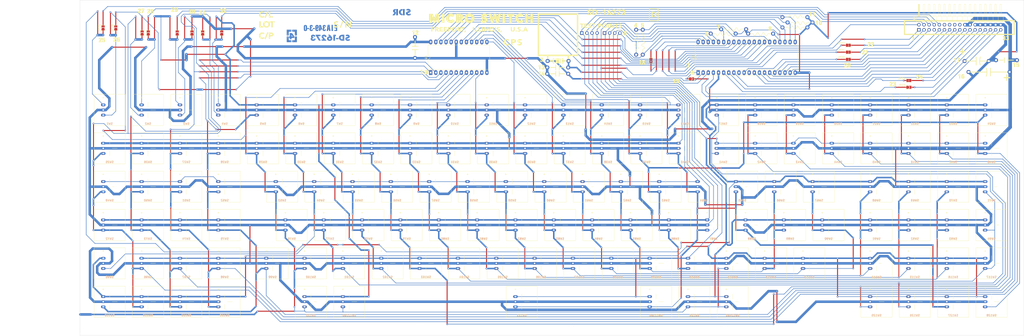
<source format=kicad_pcb>
(kicad_pcb (version 20211014) (generator pcbnew)
  (layers (0 "F.Cu" signal) (31 "B.Cu" signal) (34 "B.Paste" user) (35 "F.Paste" user) (36 "B.SilkS" user "B.Silkscreen") (37 "F.SilkS" user "F.Silkscreen") (38 "B.Mask" user) (39 "F.Mask" user) (44 "Edge.Cuts" user))
  (net 0 "")
  (net 1 "ROW7")
  (net 2 "GND")
  (net 3 "COL4")
  (net 4 "ROW0")
  (net 5 "COL2")
  (net 6 "COL3")
  (net 7 "COL5")
  (net 8 "COL6")
  (net 9 "COL7")
  (net 10 "COL8")
  (net 11 "COL9")
  (net 12 "COL10")
  (net 13 "COL11")
  (net 14 "COL12")
  (net 15 "COL14")
  (net 16 "COL15")
  (net 17 "COL13")
  (net 18 "COL1")
  (net 19 "COL0")
  (net 20 "ROW1")
  (net 21 "ROW6")
  (net 22 "ROW2")
  (net 23 "ROW3")
  (net 24 "ROW5")
  (net 25 "ROW4")
  (net 26 "CONN2")
  (net 27 "CONN3")
  (net 28 "CONN4")
  (net 29 "CONN5")
  (net 30 "CONN6")
  (net 31 "CONN8")
  (net 32 "CONN9")
  (net 33 "CONN10")
  (net 34 "/A0")
  (net 35 "/A1")
  (net 36 "/A2")
  (net 37 "/A3")
  (net 38 "/A4")
  (net 39 "+5V")
  (net 40 "T0")
  (net 41 "RESET")
  (net 42 "INT")
  (net 43 "READ")
  (net 45 "WRITE")
  (net 47 "/DB0")
  (net 48 "/DB1")
  (net 49 "/DB2")
  (net 50 "/DB3")
  (net 51 "/DB4")
  (net 52 "/DB5")
  (net 53 "/DB6")
  (net 54 "/DB7")
  (net 55 "CONN27")
  (net 57 "A5")
  (net 58 "A6")
  (net 59 "A7")
  (net 60 "/X1")
  (net 61 "T1")
  (net 62 "CONN29")
  (net 63 "CONN33")
  (net 69 "/X2")
  (net 70 "/COL3")
  (net 71 "/COL5")
  (net 72 "/COL6")
  (net 73 "/COL7")
  (net 74 "/COL8")
  (net 75 "/COL9")
  (net 76 "/COL10")
  (net 77 "/COL11")
  (net 78 "/COL12")
  (net 79 "/COL13")
  (net 80 "/COL14")
  (net 81 "/COL15")
  (footprint "MountingHole:MountingHole_2.5mm" (layer "F.Cu") (at 79.6 243.9)
    (fp_text reference "REF**" hide)
    (fp_text value "Hole_2.5mm")
  )
  (footprint "Button_Switch_Keyboard:MicroSwitch_SD_Series_E" (layer "F.Cu") (at 460 193.05)
    (fp_text reference "SW91")
    (fp_text value "SD_4B3E")
  )
  (footprint "MountingHole:MountingHole_2.5mm" (layer "F.Cu") (at 384.55 123.3)
    (fp_text reference "REF**" hide)
    (fp_text value "Hole_2.5mm")
  )
  (footprint "Button_Switch_Keyboard:MicroSwitch_SD_Series_E" (layer "F.Cu") (at 98.05 193.05)
    (fp_text reference "SW73")
    (fp_text value "SD_5B3E")
  )
  (footprint "Button_Switch_Keyboard:MicroSwitch_SD_Series_E" (layer "F.Cu") (at 255.2125 212.1)
    (fp_text reference "SW104")
    (fp_text value "SD_4B3E")
  )
  (footprint "Button_Switch_Keyboard:MicroSwitch_SD_Series_E" (layer "F.Cu") (at 193.3 154.95)
    (fp_text reference "SW31")
    (fp_text value "SD_4B3E")
  )
  (footprint "MountingHole:MountingHole_2.5mm" (layer "F.Cu") (at 463.75 212)
    (fp_text reference "REF**" hide)
    (fp_text value "Hole_2.5mm")
  )
  (footprint "Button_Switch_Keyboard:MicroSwitch_SD_Series_E" (layer "F.Cu") (at 193.3 135.9)
    (fp_text reference "SW7")
    (fp_text value "SD_6B1D")
  )
  (footprint "Button_Switch_Keyboard:MicroSwitch_SD_Series_E" (layer "F.Cu") (at 407.6125 212.1)
    (fp_text reference "SW112")
    (fp_text value "SD_6B1D")
  )
  (footprint "Button_Switch_Keyboard:MicroSwitch_SD_Series_E" (layer "F.Cu") (at 426.6625 212.1)
    (fp_text reference "SW113")
    (fp_text value "SD_4B3E")
  )
  (footprint "Button_Switch_Keyboard:MicroSwitch_SD_Series_E" (layer "F.Cu") (at 498.1 231.15)
    (fp_text reference "SW127")
    (fp_text value "UNPOPULATED")
  )
  (footprint "MountingHole:MountingHole_2.5mm" (layer "F.Cu") (at 460.8 123.3)
    (fp_text reference "REF**" hide)
    (fp_text value "Hole_2.5mm")
  )
  (footprint "Package_DIP:DIP-40_W15.24mm_Socket_LongPads" (layer "F.Cu") (at 371.353 117.353 90)
    (fp_text reference "U2")
    (fp_text value "8048")
  )
  (footprint "Button_Switch_Keyboard:MicroSwitch_SD_Series_E" (layer "F.Cu") (at 79 135.9)
    (fp_text reference "SW1")
    (fp_text value "SD_6B1D")
  )
  (footprint "TestPoint:Two_Pad_Through_Hole_10.4mm" (layer "F.Cu") (at 230.71 104.88 -90)
    (fp_text reference "C12" hide)
    (fp_text value "10pF")
  )
  (footprint "Button_Switch_Keyboard:MicroSwitch_SD_Series_E" (layer "F.Cu") (at 250.45 135.9)
    (fp_text reference "SW10")
    (fp_text value "SD_4B1E")
  )
  (footprint "TestPoint:Two_Pad_Through_Hole_10.4mm" (layer "F.Cu") (at 524.57 111.15 180)
    (fp_text reference "C15" hide)
    (fp_text value "15pF")
  )
  (footprint "MountingHole:MountingHole_2.5mm" (layer "F.Cu") (at 168.15 174.2)
    (fp_text reference "REF**" hide)
    (fp_text value "Hole_2.5mm")
  )
  (footprint "Button_Switch_Keyboard:MicroSwitch_SD_Series_E" (layer "F.Cu") (at 279.025 174)
    (fp_text reference "SW59")
    (fp_text value "SD_4B3E")
  )
  (footprint "Connector_PinHeader_2.54mm:PinHeader_2x17_P2.54mm_Horizontal" (layer "F.Cu") (at 481.071 96.074 90)
    (fp_text reference "J0")
    (fp_text value "Conn_02x17_Odd_Even")
  )
  (footprint "Button_Switch_Keyboard:MicroSwitch_SD_Series_E" (layer "F.Cu") (at 136.15 212.1)
    (fp_text reference "SW98")
    (fp_text value "SD_4B3E")
  )
  (footprint "Button_Switch_Keyboard:MicroSwitch_SD_Series_E" (layer "F.Cu") (at 498.1 193.05)
    (fp_text reference "SW93")
    (fp_text value "SD_4B3E")
  )
  (footprint "Package_DIP:DIP-24_W15.24mm_LongPads" (layer "F.Cu") (at 238.501 117.328 90)
    (fp_text reference "U1")
    (fp_text value "74LS154")
  )
  (footprint "MountingHole:MountingHole_2.5mm" (layer "F.Cu") (at 79.3 123.3)
    (fp_text reference "REF**" hide)
    (fp_text value "Hole_2.5mm")
  )
  (footprint "MountingHole:MountingHole_2.5mm" (layer "F.Cu") (at 521.2 174.2)
    (fp_text reference "REF**" hide)
    (fp_text value "Hole_2.5mm")
  )
  (footprint "Button_Switch_Keyboard:MicroSwitch_SD_Series_E" (layer "F.Cu") (at 98.05 231.15)
    (fp_text reference "SW119")
    (fp_text value "UNPOPULATED")
  )
  (footprint "Button_Switch_Keyboard:MicroSwitch_SD_Series_E" (layer "F.Cu") (at 240.925 174)
    (fp_text reference "SW57")
    (fp_text value "SD_4B3E")
  )
  (footprint "Button_Switch_Keyboard:MicroSwitch_SD_Series_E" (layer "F.Cu") (at 479.05 193.05)
    (fp_text reference "SW92")
    (fp_text value "SD_6B1D")
  )
  (footprint "Button_Switch_Keyboard:MicroSwitch_SD_Series_E" (layer "F.Cu") (at 302.8375 193.05)
    (fp_text reference "SW83")
    (fp_text value "SD_4B3E")
  )
  (footprint "Connector_PinHeader_2.54mm:PinHeader_1x04_P2.54mm_Vertical" (layer "F.Cu") (at 324.866 97.663 90)
    (fp_text reference "J3_2" hide)
    (fp_text value "Conn_01x04")
  )
  (footprint "Button_Switch_Keyboard:MicroSwitch_SD_Series_E" (layer "F.Cu") (at 117.1 212.1)
    (fp_text reference "SW97")
    (fp_text value "UNPOPULATED")
  )
  (footprint "Button_Switch_Keyboard:MicroSwitch_SD_Series_E" (layer "F.Cu") (at 169.4875 193.05)
    (fp_text reference "SW76")
    (fp_text value "SD_4B3E")
  )
  (footprint "TestPoint:Two_Pad_Through_Hole_12.4mm" (layer "F.Cu") (at 419.47 89.79 180)
    (fp_text reference "R11" hide)
    (fp_text value "1K")
  )
  (footprint "Button_Switch_Keyboard:MicroSwitch_SD_Series_E" (layer "F.Cu") (at 369.5125 212.1)
    (fp_text reference "SW110")
    (fp_text value "SD_4B3E")
  )
  (footprint "MountingHole:MountingHole_2.5mm" (layer "F.Cu") (at 419.15 174.2)
    (fp_text reference "REF**" hide)
    (fp_text value "Hole_2.5mm")
  )
  (footprint "Button_Switch_Keyboard:MicroSwitch_SD_Series_E" (layer "F.Cu") (at 517.15 231.15)
    (fp_text reference "SW128")
    (fp_text value "SD_4B3E")
  )
  (footprint "Graphics_Text" (layer "F.Cu") (at 301.45 103.8)
    (fp_text reference "G***" hide)
    (fp_text value "LOGO" hide)
  )
  (footprint "Button_Switch_Keyboard:MicroSwitch_SD_Series_E" (layer "F.Cu") (at 202.825 174)
    (fp_text reference "SW55")
    (fp_text value "SD_4B3E")
  )
  (footprint "Button_Switch_Keyboard:MicroSwitch_SD_Series_E" (layer "F.Cu") (at 155.2 135.9)
    (fp_text reference "SW5")
    (fp_text value "SD_6B1D")
  )
  (footprint "Jumper:SolderJumper-2_P1.3mm_Open_TrianglePad1.0x1.5mm" (layer "F.Cu") (at 112.5728 97.6376 90)
    (fp_text reference "JP29" hide)
    (fp_text value "Jumper Open")
  )
  (footprint "Button_Switch_Keyboard:MicroSwitch_SD_Series_E" (layer "F.Cu") (at 274.2625 212.1)
    (fp_text reference "SW105")
    (fp_text value "SD_4B3E")
  )
  (footprint "Button_Switch_Keyboard:MicroSwitch_SD_Series_E" (layer "F.Cu") (at 231.4 154.95)
    (fp_text reference "SW33")
    (fp_text value "SD_4B3E")
  )
  (footprint "Button_Switch_Keyboard:MicroSwitch_SD_Series_E" (layer "F.Cu") (at 359.9875 193.05)
    (fp_text reference "SW86")
    (fp_text value "SD_4B3E")
  )
  (footprint "MountingHole:MountingHole_2.5mm" (layer "F.Cu") (at 182.75 212)
    (fp_text reference "REF**" hide)
    (fp_text value "Hole_2.5mm")
  )
  (footprint "Button_Switch_Keyboard:MicroSwitch_SD_Series_E" (layer "F.Cu") (at 317.125 174)
    (fp_text reference "SW61")
    (fp_text value "SD_4B3E")
  )
  (footprint "Button_Switch_Keyboard:MicroSwitch_SD_Series_E" (layer "F.Cu") (at 212.35 135.9)
    (fp_text reference "SW8")
    (fp_text value "SD_4B1E")
  )
  (footprint "TestPoint:Two_Pad_Through_Hole_20mm" (layer "F.Cu") (at 515.73 117.01 180)
    (fp_text reference "C16" hide)
    (fp_text value "22uF 15v")
  )
  (footprint "Button_Switch_Keyboard:MicroSwitch_SD_Series_E" (layer "F.Cu") (at 345.7 135.9)
    (fp_text reference "SW15")
    (fp_text value "SD_4B1E")
  )
  (footprint "MountingHole:MountingHole_2.5mm" (layer "F.Cu") (at 463.9 174.2)
    (fp_text reference "REF**" hide)
    (fp_text value "Hole_2.5mm")
  )
  (footprint "Button_Switch_Keyboard:MicroSwitch_SD_Series_E" (layer "F.Cu") (at 479.05 174)
    (fp_text reference "SW69")
    (fp_text value "SD_6B1D")
  )
  (footprint "Button_Switch_Keyboard:MicroSwitch_SD_Series_E" (layer "F.Cu") (at 98.05 174)
    (fp_text reference "SW50")
    (fp_text value "SD_4B3E")
  )
  (footprint "Button_Switch_Keyboard:MicroSwitch_SD_Series_E" (layer "F.Cu") (at 440.95 154.95)
    (fp_text reference "SW44")
    (fp_text value "SD_4B3E")
  )
  (footprint "Button_Switch_Keyboard:MicroSwitch_SD_Series_E" (layer "F.Cu") (at 479.05 212.1)
    (fp_text reference "SW115")
    (fp_text value "UNPOPULATED")
  )
  (footprint "Button_Switch_Keyboard:MicroSwitch_SD_Series_E" (layer "F.Cu") (at 364.75 135.9)
    (fp_text reference "SW16")
    (fp_text value "SD_6B1D")
  )
  (footprint "MountingHole:MountingHole_2.5mm" (layer "F.Cu") (at 82.65 174.2)
    (fp_text reference "REF**" hide)
    (fp_text value "Hole_2.5mm")
  )
  (footprint "TestPoint:Two_Pad_Through_Hole_12.4mm" (layer "F.Cu") (at 389.03 95.78 180)
    (fp_text reference "R7" hide)
    (fp_text value "1K")
  )
  (footprint "Button_Switch_Keyboard:MicroSwitch_SD_Series_E" (layer "F.Cu") (at 421.9 135.9)
    (fp_text reference "SW19")
    (fp_text value "SD_4B1E")
  )
  (footprint "Button_Switch_Keyboard:MicroSwitch_SD_Series_E" (layer "F.Cu") (at 117.1 231.15)
    (fp_text reference "SW120")
    (fp_text value "SD_4B3E")
  )
  (footprint "MountingHole:MountingHole_2.5mm" (layer "F.Cu") (at 517.8 123.3)
    (fp_text reference "REF**" hide)
    (fp_text value "Hole_2.5mm")
  )
  (footprint "Button_Switch_Keyboard:MicroSwitch_SD_Series_E" (layer "F.Cu") (at 79 174)
    (fp_text reference "SW49")
    (fp_text value "SD_4B3E")
  )
  (footprint "Button_Switch_Keyboard:MicroSwitch_SD_Series_E" (layer "F.Cu") (at 498.1 174)
    (fp_text reference "SW70")
    (fp_text value "SD_4B3E")
  )
  (footprint "TestPoint:Two_Pad_Through_Hole_12.4mm" (layer "F.Cu") (at 343.87 102.22 -90)
    (fp_text reference "R5" hide)
    (fp_text value "1K")
  )
  (footprint "TestPoint:Two_Pad_Through_Hole_10.4mm" (layer "F.Cu") (at 301.63 114.76 180)
    (fp_text reference "C13" hide)
    (fp_text value "10pF")
  )
  (footprint "Button_Switch_Keyboard:MicroSwitch_SD_Series_E" (layer "F.Cu") (at 136.15 154.95)
    (fp_text reference "SW28")
    (fp_text value "SD_4B3E")
  )
  (footprint "Jumper:SolderJumper-2_P1.3mm_Open_TrianglePad1.0x1.5mm" (layer "F.Cu") (at 119.888 97.6376 90)
    (fp_text reference "JP30" hide)
    (fp_text value "Jumper Open")
  )
  (footprint "Button_Switch_Keyboard:MicroSwitch_SD_Series_E" (layer "F.Cu") (at 183.775 174)
    (fp_text reference "SW54")
    (fp_text value "SD_4B3E")
  )
  (footprint "Button_Switch_Keyboard:MicroSwitch_SD_Series_E" (layer "F.Cu") (at 431.425 174)
    (fp_text reference "SW67")
    (fp_text value "SD_4B3E")
  )
  (footprint "Jumper:SolderJumper-2_P1.3mm_Open_TrianglePad1.0x1.5mm" (layer "F.Cu") (at 368.1216 120.434)
    (fp_text reference "JP19" hide)
    (fp_text value "Jumper Open")
  )
  (footprint "Button_Switch_Keyboard:MicroSwitch_SD_Series_E" (layer "F.Cu") (at 221.875 174)
    (fp_text reference "SW56")
    (fp_text value "SD_4B3E")
  )
  (footprint "Button_Switch_Keyboard:MicroSwitch_SD_Series_E" (layer "F.Cu") (at 417.1375 193.05)
    (fp_text reference "SW89")
    (fp_text value "UNPOPULATED")
  )
  (footprint "Button_Switch_Keyboard:MicroSwitch_SD_Series_E" (layer "F.Cu") (at 517.15 154.95)
    (fp_text reference "SW48")
    (fp_text value "SD_4B3E")
  )
  (footprint "Button_Switch_Keyboard:MicroSwitch_SD_Series_E" (layer "F.Cu") (at 179.0125 231.15)
    (fp_text reference "SW122")
    (fp_text value "SD_4B3E")
  )
  (footprint "Button_Switch_Keyboard:MicroSwitch_SD_Series_E" (layer "F.Cu") (at 321.8875 193.05)
    (fp_text reference "SW84")
    (fp_text value "SD_4B3E")
  )
  (footprint "Jumper:SolderJumper-2_P1.3mm_Bridged2Bar_Pad1.0x1.5mm" (layer "F.Cu") (at 445.9966 103.734)
    (fp_text reference "JP22")
    (fp_text value "Jumper Bridged")
  )
  (footprint "Button_Switch_Keyboard:MicroSwitch_SD_Series_E" (layer "F.Cu") (at 283.7875 231.15)
    (fp_text reference "SW123")
    (fp_text value "SD_4B3E")
  )
  (footprint "Button_Switch_Keyboard:MicroSwitch_SD_Series_E" (layer "F.Cu") (at 336.175 174)
    (fp_text reference "SW62")
    (fp_text value "SD_4B3E")
  )
  (footprint "Button_Switch_Keyboard:MicroSwitch_SD_Series_E" (layer "F.Cu") (at 179.0125 212.1)
    (fp_text reference "SW100")
    (fp_text value "SD_4B3E")
  )
  (footprint "Button_Switch_Keyboard:MicroSwitch_SD_Series_E" (layer "F.Cu") (at 479.05 135.9)
    (fp_text reference "SW22")
    (fp_text value "SD_6B1D")
  )
  (footprint "Button_Switch_Keyboard:MicroSwitch_SD_Series_E" (layer "F.Cu") (at 498.1 212.1)
    (fp_text reference "SW116")
    (fp_text value "SD_4B3E")
  )
  (footprint "Button_Switch_Keyboard:MicroSwitch_SD_Series_E" (layer "F.Cu") (at 212.35 154.95)
    (fp_text reference "SW32")
    (fp_text value "SD_4B3E")
  )
  (footprint "Button_Switch_Keyboard:MicroSwitch_SD_Series_E" (layer "F.Cu") (at 117.1 174)
    (fp_text reference "SW51")
    (fp_text value "SD_4B3E")
  )
  (footprint "TestPoint:Two_Pad_Through_Hole_12.4mm" (layer "F.Cu") (at 419.47 94.88 180)
    (fp_text reference "R9" hide)
    (fp_text value "1K")
  )
  (footprint "Jumper:SolderJumper-2_P1.3mm_Bridged2Bar_Pad1.0x1.5mm" (layer "F.Cu") (at 445.9966 110.759)
    (fp_text reference "JP20")
    (fp_text value "Jumper Bridged")
  )
  (footprint "Button_Switch_Keyboard:MicroSwitch_SD_Series_E" (layer "F.Cu") (at 517.15 135.9)
    (fp_text reference "SW24")
    (fp_text value "SD_6B1D")
  )
  (footprint "Button_Switch_Keyboard:MicroSwitch_SD_Series_E" (layer "F.Cu") (at 326.650034 135.900008)
    (fp_text reference "SW14")
    (fp_text value "SD_6B1D")
  )
  (footprint "Button_Switch_Keyboard:MicroSwitch_SD_Series_E" (layer "F.Cu") (at 364.75 154.95)
    (fp_text reference "SW40")
    (fp_text value "SD_4B3E")
  )
  (footprint "Button_Switch_Keyboard:MicroSwitch_SD_Series_E" (layer "F.Cu") (at 374.275 174)
    (fp_text reference "SW64")
    (fp_text value "SD_4B3E")
  )
  (footprint "Button_Switch_Keyboard:MicroSwitch_SD_Series_E" (layer "F.Cu") (at 79 212.1)
    (fp_text reference "SW95")
    (fp_text value "SD_5B3E")
  )
  (footprint "Button_Switch_Keyboard:MicroSwitch_SD_Series_E" (layer "F.Cu") (at 283.7875 193.05)
    (fp_text reference "SW82")
    (fp_text value "SD_4B3E")
  )
  (footprint "Button_Switch_Keyboard:MicroSwitch_SD_Series_E" (layer "F.Cu") (at 383.8 135.9)
    (fp_text reference "SW17")
    (fp_text value "SD_4B1E")
  )
  (footprint "MountingHole:MountingHole_2.5mm" (layer "F.Cu") (at 70.8 242.1)
    (fp_text reference "REF**" hide)
    (fp_text value "Hole_2.5mm")
  )
  (footprint "Button_Switch_Keyboard:MicroSwitch_SD_Series_E" (layer "F.Cu") (at 379.0375 193.05)
    (fp_text reference "SW87")
    (fp_text value "SD_4B3E")
  )
  (footprint "Jumper:SolderJumper-2_P1.3mm_Open_TrianglePad1.0x1.5mm" (layer "F.Cu") (at 82.042 95.1346 90)
    (fp_text reference "JP26")
    (fp_text value "Jumper Open")
  )
  (footprint "MountingHole:MountingHole_2.5mm" (layer "F.Cu") (at 155.9 243.9)
    (fp_text reference "REF**" hide)
    (fp_text value "Hole_2.5mm")
  )
  (footprint "Button_Switch_Keyboard:MicroSwitch_SD_Series_E" (layer "F.Cu") (at 159.9625 212.1)
    (fp_text reference "SW99")
    (fp_text value "SD_6B1D")
  )
  (footprint "TestPoint:Two_Pad_Through_Hole_12.4mm" (layer "F.Cu") (at 402.44 97.96)
    (fp_text reference "R8" hide)
    (fp_text value "1K")
  )
  (footprint "Button_Switch_Keyboard:MicroSwitch_SD_Series_E" (layer "F.Cu") (at 369.5125 231.15)
    (fp_text reference "SW124")
    (fp_text value "UNPOPULATED")
  )
  (footprint "Button_Switch_Keyboard:MicroSwitch_SD_Series_E" (layer "F.Cu") (at 398.0875 193.05)
    (fp_text reference "SW88")
    (fp_text value "SD_4B3E")
  )
  (footprint "TestPoint:Two_Pad_Through_Hole_12.4mm" (layer "F.Cu") (at 340.59 102.22 -90)
    (fp_text reference "R4" hide)
    (fp_text value "1K")
  )
  (footprint "Button_Switch_Keyboard:MicroSwitch_SD_Series_E" (layer "F.Cu") (at 436.1875 193.05)
    (fp_text reference "SW90")
    (fp_text value "SD_4B3E")
  )
  (footprint "MountingHole:MountingHole_2.5mm" (layer "F.Cu") (at 425.7 135.65)
    (fp_text reference "REF**" hide)
    (fp_text value "Hole_2.5mm")
  )
  (footprint "TestPoint:Two_Pad_Through_Hole_12.4mm" (layer "F.Cu") (at 383.84 97.95 180)
    (fp_text reference "R6" hide)
    (fp_text value "1K")
  )
  (footprint "MountingHole:MountingHole_2.5mm" (layer "F.Cu") (at 308.5 243.9)
    (fp_text reference "REF**" hide)
    (fp_text value "Hole_2.5mm")
  )
  (footprint "MountingHole:MountingHole_2.5mm" (layer "F.Cu") (at 518.1 243.4)
    (fp_text reference "REF**" hide)
    (fp_text value "Hole_2.5mm")
  )
  (footprint "Button_Switch_Keyboard:MicroSwitch_SD_Series_E" (layer "F.Cu") (at 312.3625 212.1)
    (fp_text reference "SW107")
    (fp_text value "SD_4B3E")
  )
  (footprint "TestPoint:Two_Pad_Through_Hole_10.4mm" (layer "F.Cu") (at 301.8 111.55)
    (fp_text reference "Y3" hide)
    (fp_text value "Crystal 3.58MHz")
  )
  (footprint "Button_Switch_Keyboard:MicroSwitch_SD_Series_E" (layer "F.Cu") (at 198.0625 212.1)
    (fp_text reference "SW101")
    (fp_text value "SD_4B3E")
  )
  (footprint "Button_Switch_Keyboard:MicroSwitch_SD_Series_E" (layer "F.Cu") (at 479.05 154.95)
    (fp_text reference "SW46")
    (fp_text value "SD_6B1D")
  )
  (footprint "Button_Switch_Keyboard:MicroSwitch_SD_Series_E" (layer "F.Cu") (at 350.4625 212.1)
    (fp_text reference "SW109")
    (fp_text value "SD_4B3E")
  )
  (footprint "Button_Switch_Keyboard:MicroSwitch_SD_Series_E" (layer "F.Cu") (at 412.375 174)
    (fp_text reference "SW66")
    (fp_text value "SD_4B3E")
  )
  (footprint "Button_Switch_Keyboard:MicroSwitch_SD_Series_E" (layer "F.Cu") (at 226.6375 193.05)
    (fp_text reference "SW79")
    (fp_text value "SD_4B3E")
  )
  (footprint "Button_Switch_Keyboard:MicroSwitch_SD_Series_E" (layer "F.Cu") (at 217.1125 212.1)
    (fp_text reference "SW102")
    (fp_text value "SD_4B3E")
  )
  (footprint "Button_Switch_Keyboard:MicroSwitch_SD_Series_E" (layer "F.Cu") (at 340.9375 193.05)
    (fp_text reference "SW85")
    (fp_text value "SD_4B3E")
  )
  (footprint "Button_Switch_Keyboard:MicroSwitch_SD_Series_E" (layer "F.Cu") (at 136.15 231.15)
    (fp_text reference "SW121")
    (fp_text value "SD_4B3E")
  )
  (footprint "Button_Switch_Keyboard:MicroSwitch_SD_Series_E" (layer "F.Cu") (at 136.15 174)
    (fp_text reference "SW52")
    (fp_text value "SD_6B1D")
  )
  (footprint "Button_Switch_Keyboard:MicroSwitch_SD_Series_E" (layer "F.Cu") (at 498.1 135.9)
    (fp_text reference "SW23")
    (fp_text value "SD_4B1E")
  )
  (footprint "Button_Switch_Keyboard:MicroSwitch_SD_Series_E" (layer "F.Cu") (at 460 135.9)
    (fp_text reference "SW21")
    (fp_text value "SD_4B1E")
  )
  (footprint "MountingHole:MountingHole_2.5mm" (layer "F.Cu") (at 526.05 242.1)
    (fp_text reference "REF**" hide)
    (fp_text value "Hole_2.5mm")
  )
  (footprint "Button_Switch_Keyboard:MicroSwitch_SD_Series_E" (layer "F.Cu") (at 460 174)
    (fp_text reference "SW68")
    (fp_text value "SD_4B3E")
  )
  (footprint "MountingHole:MountingHole_2.5mm" (layer "F.Cu") (at 402.25 193.25)
    (fp_text reference "REF**" hide)
    (fp_text value "Hole_2.5mm")
  )
  (footprint "Connector_PinHeader_2.54mm:PinHeader_1x04_P2.54mm_Vertical" (layer "F.Cu") (at 313.573 97.663 90)
    (fp_text reference "J3_1" hide)
    (fp_text value "Conn_01x04" hide)
  )
  (footprint "Button_Switch_Keyboard:MicroSwitch_SD_Series_E" (layer "F.Cu") (at 288.55 135.9)
    (fp_text reference "SW12")
    (fp_text value "SD_6B1D")
  )
  (footprint "Button_Switch_Keyboard:MicroSwitch_SD_Series_E" (layer "F.Cu") (at 98.05 212.1)
    (fp_text reference "SW96")
    (fp_text value "SD_4B3E")
  )
  (footprint "MountingHole:MountingHole_2.5mm" (layer "F.Cu") (at 232.375 122.25)
    (fp_text reference "REF**" hide)
    (fp_text value "Hole_2.5mm")
  )
  (footprint "Button_Switch_Keyboard:MicroSwitch_SD_Series_E" (layer "F.Cu") (at 250.45 154.95)
    (fp_text reference "SW34")
    (fp_text value "SD_4B3E")
  )
  (footprint "Button_Switch_Keyboard:MicroSwitch_SD_Series_E" (layer "F.Cu") (at 402.85 154.95)
    (fp_text reference "SW42")
    (fp_text value "SD_4B3E")
  )
  (footprint "Button_Switch_Keyboard:MicroSwitch_SD_Series_E" (layer "F.Cu") (at 245.6875 193.05)
    (fp_text reference "SW80")
    (fp_text value "SD_4B3E")
  )
  (footprint "Jumper:SolderJumper-2_P1.3mm_Open_TrianglePad1.0x1.5mm" (layer "F.Cu") (at 98.1964 97.6376 90)
    (fp_text reference "JP28" hide)
    (fp_text value "Jumper Open")
  )
  (footprint "Button_Switch_Keyboard:MicroSwitch_SD_Series_E" (layer "F.Cu") (at 174.25 135.9)
    (fp_text reference "SW6")
    (fp_text value "SD_4B1E")
  )
  (footprint "Button_Switch_Keyboard:MicroSwitch_SD_Series_E" (layer "F.Cu") (at 79 231.15)
    (fp_text reference "SW118")
    (fp_text value "SD_4B3E")
  )
  (footprint "Button_Switch_Keyboard:MicroSwitch_SD_Series_E" (layer "F.Cu") (at 117.1 193.05)
    (fp_text reference "SW74")
    (fp_text value "SD_6B1D")
  )
  (footprint "Button_Switch_Keyboard:MicroSwitch_SD_Series_E" (layer "F.Cu") (at 136.15 135.9)
    (fp_text reference "SW4")
    (fp_text value "SD_4B1E")
  )
  (footprint "Button_Switch_Keyboard:MicroSwitch_SD_Series_E" (layer "F.Cu") (at 460 154.95)
    (fp_text reference "SW45")
    (fp_text value "SD_4B3E")
  )
  (footprint "Button_Switch_Keyboard:MicroSwitch_SD_Series_E" (layer "F.Cu") (at 421.9 154.95)
    (fp_text reference "SW43")
    (fp_text value "SD_4B3E")
  )
  (footprint "MountingHole:MountingHole_2.5mm" (layer "F.Cu") (at 320.65 174.2)
    (fp_text reference "REF**" hide)
    (fp_text value "Hole_2.5mm")
  )
  (footprint "MountingHole:MountingHole_2.5mm" (layer "F.Cu") (at 232.2 243.9)
    (fp_text reference "REF**" hide)
    (fp_text value "Hole_2.5mm")
  )
  (footprint "MountingHole:MountingHole_2.5mm" (layer "F.Cu") (at 384.8 243.9)
    (fp_text reference "REF**" hide)
    (fp_text value "Hole_2.5mm")
  )
  (footprint "Jumper:SolderJumper-2_P1.3mm_Bridged2Bar_Pad1.0x1.5mm" (layer "F.Cu") (at 445.9966 107.175)
    (fp_text reference "JP21")
    (fp_text value "Jumper Bridged")
  )
  (footprint "Button_Switch_Keyboard:MicroSwitch_SD_Series_E" (layer "F.Cu") (at 236.1625 212.1)
    (fp_text reference "SW103")
    (fp_text value "SD_4B3E")
  )
  (footprint "Button_Switch_Keyboard:MicroSwitch_SD_Series_E" (layer "F.Cu") (at 440.95 135.9)
    (fp_text reference "SW20")
    (fp_text value "SD_6B1D")
  )
  (footprint "MountingHole:MountingHole_2.5mm" (layer "F.Cu") (at 155.6125 123.3)
    (fp_text reference "REF**" hide)
    (fp_text value "Hole_2.5mm")
  )
  (footprint "MountingHole:MountingHole_2.5mm" (layer "F.Cu") (at 397.2 174.2)
    (fp_text reference "REF**" hide)
    (fp_text value "Hole_2.5mm")
  )
  (footprint "Button_Switch_Keyboard:MicroSwitch_SD_Series_E" (layer "F.Cu") (at 307.6 135.9)
    (fp_text reference "SW13")
    (fp_text value "SD_4B1E")
  )
  (footprint "Button_Switch_Keyboard:MicroSwitch_SD_Series_E" (layer "F.Cu") (at 174.25 154.95)
    (fp_text reference "SW30")
    (fp_text value "SD_4B3E")
  )
  (footprint "Button_Switch_Keyboard:MicroSwitch_SD_Series_E" (layer "F.Cu") (at 259.975 174)
    (fp_text reference "SW58")
    (fp_text value "SD_4B3E")
  )
  (footprint "MountingHole:MountingHole_2.5mm" (layer "F.Cu") (at 123.4 174.2)
    (fp_text reference "REF**" hide)
    (fp_text value "Hole_2.5mm")
  )
  (footprint "Button_Switch_Keyboard:MicroSwitch_SD_Series_E" (layer "F.Cu") (at 207.5875 193.05)
    (fp_text reference "SW78")
    (fp_text value "SD_4B3E")
  )
  (footprint "Button_Switch_Keyboard:MicroSwitch_SD_Series_E" (layer "F.Cu") (at 350.4625 231.15)
    (fp_text reference "SW123a0")
    (fp_text value "UNPOPULATED")
  )
  (footprint "Button_Switch_Keyboard:MicroSwitch_SD_Series_E" (layer "F.Cu") (at 460 231.15)
    (fp_text reference "SW125")
    (fp_text value "SD_4B3E")
  )
  (footprint "Button_Switch_Keyboard:MicroSwitch_SD_Series_E" (layer "F.Cu") (at 307.6 154.95)
    (fp_text reference "SW37")
    (fp_text value "SD_4B3E")
  )
  (footprint "Button_Switch_Keyboard:MicroSwitch_SD_Series_E" (layer "F.Cu") (at 198.0625 231.15)
    (fp_text reference "SW122a0")
    (fp_text value "UNPOPULATED")
  )
  (footprint "MountingHole:MountingHole_2.5mm" (layer "F.Cu") (at 173 193.5)
    (fp_text reference "REF**" hide)
    (fp_text value "Hole_2.5mm")
  )
  (footprint "Button_Switch_Keyboard:MicroSwitch_SD_Series_E" (layer "F.Cu") (at 264.7375 193.05)
    (fp_text reference "SW81")
    (fp_text value "SD_4B3E")
  )
  (footprint "Button_Switch_Keyboard:MicroSwitch_SD_Series_E" (layer "F.Cu") (at 345.7 154.95)
    (fp_text reference "SW39")
    (fp_text value "SD_4B3E")
  )
  (footprint "Button_Switch_Keyboard:MicroSwitch_SD_Series_E" (layer "F.Cu") (at 79 193.05)
    (fp_text reference "SW72")
    (fp_text value "SD_6B1D")
  )
  (footprint "TestPoint:Two_Pad_Through_Hole_12mm" (layer "F.Cu") (at 509.77 111.59)
    (fp_text reference "C17" hide)
    (fp_text value "4.7uF 25v")
  )
  (footprint "TestPoint:Two_Pad_Through_Hole_10.4mm" (layer "F.Cu") (at 301.63 117.91 180)
    (fp_text reference "C14" hide)
    (fp_text value "10pF")
  )
  (footprint "Jumper:SolderJumper-2_P1.3mm_Open_TrianglePad1.0x1.5mm" (layer "F.Cu") (at 125.222 97.6376 90)
    (fp_text reference "JP31" hide)
    (fp_text value "Jumper Open")
  )
  (footprint "TestPoint:Two_Pad_Through_Hole_12.4mm" (layer "F.Cu") (at 422.01 92.4 180)
    (fp_text reference "R10" hide)
    (fp_text value "1K")
  )
  (footprint "Button_Switch_Keyboard:MicroSwitch_SD_Series_E" (layer "F.Cu") (at 117.1 135.9)
    (fp_text reference "SW3")
    (fp_text value "SD_6B1D")
  )
  (footprint "Button_Switch_Keyboard:MicroSwitch_SD_Series_E" (layer "F.Cu") (at 117.1 154.95)
    (fp_text reference "SW27")
    (fp_text value "SD_6B1D")
  )
  (footprint "Button_Switch_Keyboard:MicroSwitch_SD_Series_E" (layer "F.Cu") (at 517.15 193.05)
    (fp_text reference "SW94")
    (fp_text value "SD_6B1D")
  )
  (footprint "Button_Switch_Keyboard:MicroSwitch_SD_Series_E" (layer "F.Cu") (at 517.15 212.1)
    (fp_text reference "SW117")
    (fp_text value "SD_4B3E")
  )
  (footprint "Button_Switch_Keyboard:MicroSwitch_SD_Series_E" (layer "F.Cu") (at 98.05 154.95)
    (fp_text reference "SW26")
    (fp_text value "SD_4B3E")
  )
  (footprint "Button_Switch_Keyboard:MicroSwitch_SD_Series_E" (layer "F.Cu") (at 402.85 135.9)
    (fp_text reference "SW18")
    (fp_text value "SD_6B1D")
  )
  (footprint "Jumper:SolderJumper-2_P1.3mm_Open_TrianglePad1.0x1.5mm" (layer "F.Cu") (at 95.1484 97.6376 90)
    (fp_text reference "JP27" hide)
    (fp_text value "Jumper Open")
  )
  (footprint "Button_Switch_Keyboard:MicroSwitch_SD_Series_E" (layer "F.Cu") (at 164.725 174)
    (fp_text reference "SW53")
    (fp_text value "SD_4B3E")
  )
  (footprint "Button_Switch_Keyboard:MicroSwitch_SD_Series_E" (layer "F.Cu") (at 388.5625 231.15)
    (fp_text reference "SW124a0")
    (fp_text value "SD_4B3E")
  )
  (footprint "MountingHole:MountingHole_2.5mm" (layer "F.Cu") (at 392.5 212)
    (fp_text reference "REF**" hide)
    (fp_text value "Hole_2.5mm")
  )
  (footprint "Button_Switch_Keyboard:MicroSwitch_SD_Series_E" (layer "F.Cu") (at 298.075 174)
    (fp_text reference "SW60")
    (fp_text value "SD_4B3E")
  )
  (footprint "Button_Switch_Keyboard:MicroSwitch_SD_Series_E" (layer "F.Cu") (at 155.2 154.95)
    (fp_text reference "SW29")
    (fp_text value "SD_4B3E")
  )
  (footprint "Button_Switch_Keyboard:MicroSwitch_SD_Series_E" (layer "F.Cu") (at 479.05 231.15)
    (fp_text reference "SW126")
    (fp_text value "SD_4B3E")
  )
  (footprint "Button_Switch_Keyboard:MicroSwitch_SD_Series_E" (layer "F.Cu") (at 517.15 174)
    (fp_text reference "SW71")
    (fp_text value "SD_4B3E")
  )
  (footprint "Button_Switch_Keyboard:MicroSwitch_SD_Series_E" (layer "F.Cu") (at 388.5625 212.1)
    (fp_text reference "SW111")
    (fp_text value "SD_4B3E")
  )
  (footprint "Button_Switch_Keyboard:MicroSwitch_SD_Series_E" (layer "F.Cu") (at 231.4 135.9)
    (fp_text reference "SW9")
    (fp_text value "SD_6B1D")
  )
  (footprint "Button_Switch_Keyboard:MicroSwitch_SD_Series_E" (layer "F.Cu") (at 98.05 135.9)
    (fp_text reference "SW2")
    (fp_text value "SD_4B1E")
  )
  (footprint "Button_Switch_Keyboard:MicroSwitch_SD_Series_E" (layer "F.Cu") (at 188.5375 193.05)
    (fp_text reference "SW77")
    (fp_text value "SD_4B3E")
  )
  (footprint "Button_Switch_Keyboard:MicroSwitch_SD_Series_E" (layer "F.Cu") (at 288.55 154.95)
    (fp_text reference "SW36")
    (fp_text value "SD_4B3E")
  )
  (footprint "Button_Switch_Keyboard:MicroSwitch_SD_Series_E" (layer "F.Cu") (at 136.15 193.05)
    (fp_text reference "SW75")
    (fp_text value "SD_4B3E")
  )
  (footprint "MountingHole:MountingHole_2.5mm" (layer "F.Cu") (at 182.75 232)
    (fp_text reference "REF**" hide)
    (fp_text value "Hole_2.5mm")
  )
  (footprint "MountingHole:MountingHole_2.5mm" (layer "F.Cu") (at 461.1 243.9)
    (fp_text reference "REF**" hide)
    (fp_text value "Hole_2.5mm")
  )
  (footprint "MountingHole:MountingHole_2.5mm" (layer "F.Cu") (at 425.7 155.4)
    (fp_text reference "REF**" hide)
    (fp_text value "Hole_2.5mm")
  )
  (footprint "Button_Switch_Keyboard:MicroSwitch_SD_Series_E" (layer "F.Cu") (at 498.1 154.95)
    (fp_text reference "SW47")
    (fp_text value "SD_4B3E")
  )
  (footprint "Button_Switch_Keyboard:MicroSwitch_SD_Series_E" (layer "F.Cu") (at 79 154.95)
    (fp_text reference "SW25")
    (fp_text value "SD_4B3E")
  )
  (footprint "Jumper:SolderJumper-2_P1.3mm_Open_TrianglePad1.0x1.5mm" (layer "F.Cu") (at 476.075 124.625)
    (fp_text reference "JP23")
    (fp_text value "Jumper Open")
  )
  (footprint "Jumper:SolderJumper-2_P1.3mm_Open_TrianglePad1.0x1.5mm" (layer "F.Cu") (at 75.7428 95.1346 90)
    (fp_text reference "JP25")
    (fp_text value "Jumper Open")
  )
  (footprint "Button_Switch_Keyboard:MicroSwitch_SD_Series_E" (layer "F.Cu") (at 326.65 154.95)
    (fp_text reference "SW38")
    (fp_text value "SD_4B3E")
  )
  (footprint "Jumper:SolderJumper-2_P1.3mm_Open_TrianglePad1.0x1.5mm" (layer "F.Cu") (at 134.6708 97.6376 90)
    (fp_text reference "JP32" hide)
    (fp_text value "Jumper Open")
  )
  (footprint "Jumper:SolderJumper-2_P1.3mm_Open_TrianglePad1.0x1.5mm" (layer "F.Cu") (at 347.925 111.35 -90)
    (fp_text reference "JP18" hide)
    (fp_text value "Jumper Open")
  )
  (footprint "MountingHole:MountingHole_2.5mm" (layer "F.Cu") (at 392.5 231.75)
    (fp_text reference "REF**" hide)
    (fp_text value "Hole_2.5mm")
  )
  (footprint "Button_Switch_Keyboard:MicroSwitch_SD_Series_E" (layer "F.Cu") (at 331.4125 212.1)
    (fp_text reference "SW108")
    (fp_text value "SD_4B3E")
  )
  (footprint "Button_Switch_Keyboard:MicroSwitch_SD_Series_E" (layer "F.Cu") (at 393.325 174)
    (fp_text reference "SW65")
    (fp_text value "SD_4B3E")
  )
  (footprint "Button_Switch_Keyboard:MicroSwitch_SD_Series_E" (layer "F.Cu") (at 383.8 154.95)
    (fp_text reference "SW41")
    (fp_text value "UNPOPULATED")
  )
  (footprint "MountingHole:MountingHole_2.5mm" (layer "F.Cu") (at 244.4 174.2)
    (fp_text reference "REF**" hide)
    (fp_text value "Hole_2.5mm")
  )
  (footprint "Button_Switch_Keyboard:MicroSwitch_SD_Series_E" (layer "F.Cu") (at 460 212.1)
    (fp_text reference "SW114")
    (fp_text value "SD_4B3E")
  )
  (footprint "MountingHole:MountingHole_2.5mm" (layer "F.Cu") (at 308.2375 123.3)
    (fp_text reference "REF**" hide)
    (fp_text value "Hole_2.5mm")
  )
  (footprint "Button_Switch_Keyboard:MicroSwitch_SD_Series_E" (layer "F.Cu") (at 293.3125 212.1)
    (fp_text reference "SW106")
    (fp_text value "SD_4B3E")
  )
  (footprint "Jumper:SolderJumper-2_P1.3mm_Bridged2Bar_Pad1.0x1.5mm" (layer "F.Cu") (at 476.075 121.25)
    (fp_text reference "JP24")
    (fp_text value "Jumper Bridged")
  )
  (footprint "Button_Switch_Keyboard:MicroSwitch_SD_Series_E" (layer "F.Cu") (at 269.5 135.9)
    (fp_text reference "SW11")
    (fp_text value "SD_4B1E")
  )
  (footprint "Button_Switch_Keyboard:MicroSwitch_SD_Series_E" (layer "F.Cu") (at 355.225 174)
    (fp_text reference "SW63")
    (fp_text value "SD_4B3E")
  )
  (footprint "Button_Switch_Keyboard:MicroSwitch_SD_Series_E" (layer "F.Cu") (at 269.5 154.95)
    (fp_text reference "SW35")
    (fp_text value "SD_4B3E")
  )
  (footprint "Battery:silkscreen back" (layer "B.Cu") (at 202 93.45 180)
    (fp_text reference "G***" hide)
    (fp_text value "LOGO" hide)
  )
  (gr_rect (start 64.25 81.3) (end 533.25 247.9) (layer "Edge.Cuts") (width 0.1) (fill none))
  (segment (start 175.0216 202.834) (end 192.2966 202.834) (width 0.5) (layer "F.Cu") (net 1))
  (segment (start 386.7966 201.759) (end 386.8216 201.734) (width 0.5) (layer "F.Cu") (net 1))
  (segment (start 194.8966 202.834) (end 212.9216 202.834) (width 0.5) (layer "F.Cu") (net 1))
  (segment (start 73.0504 98.6536) (end 73.0504 86.7664) (width 0.5) (layer "F.Cu") (net 1))
  (segment (start 75.7428 95.8596) (end 75.7428 98.6536) (width 0.5) (layer "F.Cu") (net 1))
  (segment (start 362.9466 201.759) (end 386.7966 201.759) (width 0.5) (layer "F.Cu") (net 1))
  (via (at 73.0504 86.7664) (size 0.8) (drill 0.4) (layers "F.Cu" "B.Cu") (net 1))
  (via (at 73.0504 98.6536) (size 0.8) (drill 0.4) (layers "F.Cu" "B.Cu") (net 1))
  (via (at 362.9466 201.759) (size 0.8) (drill 0.4) (layers "F.Cu" "B.Cu") (net 1))
  (via (at 212.9216 202.834) (size 0.8) (drill 0.4) (layers "F.Cu" "B.Cu") (net 1))
  (via (at 192.2966 202.834) (size 0.8) (drill 0.4) (layers "F.Cu" "B.Cu") (net 1))
  (via (at 175.0216 202.834) (size 0.8) (drill 0.4) (layers "F.Cu" "B.Cu") (net 1))
  (via (at 386.8216 201.734) (size 0.8) (drill 0.4) (layers "F.Cu" "B.Cu") (net 1))
  (via (at 194.8966 202.834) (size 0.8) (drill 0.4) (layers "F.Cu" "B.Cu") (net 1))
  (via (at 75.7428 98.6536) (size 0.8) (drill 0.4) (layers "F.Cu" "B.Cu") (net 1))
  (segment (start 460.2966 169.459) (end 467.4966 169.459) (width 0.75) (layer "B.Cu") (net 1))
  (segment (start 192.2966 202.834) (end 194.8966 202.834) (width 0.25) (layer "B.Cu") (net 1))
  (segment (start 353.17067 99.20333) (end 342.424 109.95) (width 0.25) (layer "B.Cu") (net 1))
  (segment (start 373.52333 99.20333) (end 373.61 99.29) (width 0.25) (layer "B.Cu") (net 1))
  (segment (start 456.825 171.46) (end 458.2956 171.46) (width 0.75) (layer "B.Cu") (net 1))
  (segment (start 386.8216 174.7884) (end 390.15 171.46) (width 0.25) (layer "B.Cu") (net 1))
  (segment (start 67.3466 92.4702) (end 67.3466 197.859) (width 0.25) (layer "B.Cu") (net 1))
  (segment (start 362.034 121.884) (end 372.1216 131.9716) (width 0.25) (layer "B.Cu") (net 1))
  (segment (start 75.7428 98.6536) (end 73.0504 98.6536) (width 1.25) (layer "B.Cu") (net 1))
  (segment (start 353.62667 99.20333) (end 353.17067 99.20333) (width 0.25) (layer "B.Cu") (net 1))
  (segment (start 390.15 171.46) (end 409.2 171.46) (width 0.75) (layer "B.Cu") (net 1))
  (segment (start 386.8216 201.734) (end 386.8216 174.7884) (width 0.25) (layer "B.Cu") (net 1))
  (segment (start 372.1216 131.9716) (end 372.1216 143.659) (width 0.25) (layer "B.Cu") (net 1))
  (segment (start 331.3216 98.8274) (end 331.3216 120.6966) (width 0.25) (layer "B.Cu") (net 1))
  (segment (start 426.1976 171.46) (end 428.25 171.46) (width 0.75) (layer "B.Cu") (net 1))
  (segment (start 331.3216 120.6966) (end 332.509 121.884) (width 0.25) (layer "B.Cu") (net 1))
  (segment (start 67.3466 197.859) (end 71.6966 202.209) (width 0.25) (layer "B.Cu") (net 1))
  (segment (start 70.4216 101.234) (end 70.4216 127.9566) (width 0.25) (layer "B.Cu") (net 1))
  (segment (start 458.2956 171.46) (end 460.2966 169.459) (width 0.75) (layer "B.Cu") (net 1))
  (segment (start 335.025 100.202) (end 332.486 97.663) (width 0.25) (layer "B.Cu") (net 1))
  (segment (start 71.6966 202.209) (end 101.8216 202.209) (width 0.25) (layer "B.Cu") (net 1))
  (segment (start 428.25 171.46) (end 456.825 171.46) (width 0.75) (layer "B.Cu") (net 1))
  (segment (start 353.62667 99.20333) (end 353.19333 99.20333) (width 0.25) (layer "B.Cu") (net 1))
  (segment (start 385.8476 171.46) (end 390.15 171.46) (width 0.75) (layer "B.Cu") (net 1))
  (segment (start 212.9216 202.834) (end 216.4716 206.384) (width 0.25) (layer "B.Cu") (net 1))
  (segment (start 339.44 109.95) (end 335.025 105.535) (width 0.25) (layer "B.Cu") (net 1))
  (segment (start 362.9466 204.334) (end 362.9466 201.759) (width 0.25) (layer "B.Cu") (net 1))
  (segment (start 332.509 121.884) (end 362.034 121.884) (width 0.25) (layer "B.Cu") (net 1))
  (segment (start 360.8966 206.384) (end 362.9466 204.334) (width 0.25) (layer "B.Cu") (net 1))
  (segment (start 469.4976 171.46) (end 513.975 171.46) (width 0.75) (layer "B.Cu") (net 1))
  (segment (start 409.2 171.46) (end 412.0956 171.46) (width 0.75) (layer "B.Cu") (net 1))
  (segment (start 412.0956 171.46) (end 414.7466 168.809) (width 0.75) (layer "B.Cu") (net 1))
  (segment (start 70.4216 127.9566) (end 75.825 133.36) (width 0.25) (layer "B.Cu") (net 1))
  (segment (start 376.433 102.113) (end 373.61 99.29) (width 0.25) (layer "B.Cu") (net 1))
  (segment (start 377.6456 133.36) (end 375.4716 135.534) (width 0.75) (layer "B.Cu") (net 1))
  (segment (start 342.424 109.95) (end 339.44 109.95) (width 0.25) (layer "B.Cu") (net 1))
  (segment (start 414.7466 168.809) (end 423.5466 168.809) (width 0.75) (layer "B.Cu") (net 1))
  (segment (start 216.4716 206.384) (end 360.8966 206.384) (width 0.25) (layer "B.Cu") (net 1))
  (segment (start 372.1216 143.659) (end 377.1966 148.734) (width 0.25) (layer "B.Cu") (net 1))
  (segment (start 171.4466 206.409) (end 175.0216 202.834) (width 0.25) (layer "B.Cu") (net 1))
  (segment (start 335.025 105.535) (end 335.025 100.202) (width 0.25) (layer "B.Cu") (net 1))
  (segment (start 423.5466 168.809) (end 426.1976 171.46) (width 0.75) (layer "B.Cu") (net 1))
  (segment (start 380.0716 144.134) (end 380.0716 145.859) (width 0.75) (layer "B.Cu") (net 1))
  (segment (start 377.1966 148.734) (end 377.1966 162.809) (width 0.75) (layer "B.Cu") (net 1))
  (segment (start 73.0504 98.6536) (end 73.002 98.6536) (width 0.25) (layer "B.Cu") (net 1))
  (segment (start 377.1966 162.809) (end 385.8476 171.46) (width 0.75) (layer "B.Cu") (net 1))
  (segment (start 513.975 133.36) (end 380.625 133.36) (width 0.75) (layer "B.Cu") (net 1))
  (segment (start 106.0216 206.409) (end 171.4466 206.409) (width 0.25) (layer "B.Cu") (net 1))
  (segment (start 375.4716 135.534) (end 375.4716 139.534) (width 0.75) (layer "B.Cu") (net 1))
  (segment (start 73.0504 86.7664) (end 67.3466 92.4702) (width 0.25) (layer "B.Cu") (net 1))
  (segment (start 380.0716 145.859) (end 377.1966 148.734) (width 0.75) (layer "B.Cu") (net 1))
  (segment (start 353.62667 99.20333) (end 373.52333 99.20333) (width 0.25) (layer "B.Cu") (net 1))
  (segment (start 375.4716 139.534) (end 380.0716 144.134) (width 0.75) (layer "B.Cu") (net 1))
  (segment (start 467.4966 169.459) (end 469.4976 171.46) (width 0.75) (layer "B.Cu") (net 1))
  (segment (start 380.625 133.36) (end 377.6456 133.36) (width 0.75) (layer "B.Cu") (net 1))
  (segment (start 332.486 97.663) (end 331.3216 98.8274) (width 0.25) (layer "B.Cu") (net 1))
  (segment (start 73.002 98.6536) (end 70.4216 101.234) (width 0.25) (layer "B.Cu") (net 1))
  (segment (start 101.8216 202.209) (end 106.0216 206.409) (width 0.25) (layer "B.Cu") (net 1))
  (segment (start 529.6716 106.934) (end 520.6466 106.934) (width 0.5) (layer "F.Cu") (net 2))
  (segment (start 125.222 96.9126) (end 125.222 89.408) (width 0.5) (layer "F.Cu") (net 2))
  (segment (start 421.775 98.425) (end 421.775 117.35) (width 0.5) (layer "F.Cu") (net 2))
  (segment (start 148.9964 119.3292) (end 148.9964 100.8888) (width 0.5) (layer "F.Cu") (net 2))
  (segment (start 421.725 98.375) (end 411.2 98.375) (width 0.5) (layer "F.Cu") (net 2))
  (segment (start 82.042 87.2744) (end 82.042 94.4096) (width 0.5) (layer "F.Cu") (net 2))
  (segment (start 315.5216 127.784) (end 315.5216 145.509) (width 0.5) (layer "F.Cu") (net 2))
  (segment (start 141.8844 125.73) (end 125.1204 125.73) (width 0.5) (layer "F.Cu") (net 2))
  (segment (start 359.9216 145.284) (end 378.3466 145.284) (width 0.5) (layer "F.Cu") (net 2))
  (segment (start 139.5476 95.504) (end 150.7744 95.504) (width 0.5) (layer "F.Cu") (net 2))
  (segment (start 103.7844 125.73) (end 122.377524 125.73) (width 0.5) (layer "F.Cu") (net 2))
  (segment (start 426.675 125.45) (end 426.675 117.425) (width 0.5) (layer "F.Cu") (net 2))
  (segment (start 435.997 100.209) (end 435.997 87.5844) (width 0.5) (layer "F.Cu") (net 2))
  (segment (start 95.063917 89.408) (end 95.063917 96.828117) (width 0.5) (layer "F.Cu") (net 2))
  (segment (start 275.3716 110.209) (end 286.6466 110.209) (width 0.5) (layer "F.Cu") (net 2))
  (segment (start 150.7744 95.504) (end 150.8252 95.4532) (width 0.5) (layer "F.Cu") (net 2))
  (segment (start 421.725 98.375) (end 421.775 98.425) (width 0.5) (layer "F.Cu") (net 2))
  (segment (start 119.888 89.408) (end 119.888 96.9126) (width 0.5) (layer "F.Cu") (net 2))
  (via (at 426.675 125.45) (size 0.8) (drill 0.4) (layers "F.Cu" "B.Cu") (net 2))
  (via (at 378.3466 145.284) (size 0.8) (drill 0.4) (layers "F.Cu" "B.Cu") (net 2))
  (via (at 148.9964 119.3292) (size 0.8) (drill 0.4) (layers "F.Cu" "B.Cu") (net 2))
  (via (at 139.3952 95.5548) (size 0.8) (drill 0.4) (layers "F.Cu" "B.Cu") (net 2))
  (via (at 148.9964 100.8888) (size 0.8) (drill 0.4) (layers "F.Cu" "B.Cu") (net 2))
  (via (at 150.8252 95.4532) (size 0.8) (drill 0.4) (layers "F.Cu" "B.Cu") (net 2))
  (via (at 435.997 87.5844) (size 0.8) (drill 0.4) (layers "F.Cu" "B.Cu") (net 2))
  (via (at 141.8844 125.73) (size 0.8) (drill 0.4) (layers "F.Cu" "B.Cu") (net 2))
  (via (at 520.6466 106.934) (size 0.8) (drill 0.4) (layers "F.Cu" "B.Cu") (net 2))
  (via (at 529.6716 106.934) (size 0.8) (drill 0.4) (layers "F.Cu" "B.Cu") (net 2))
  (via (at 421.772 117.353) (size 0.8) (drill 0.4) (layers "F.Cu" "B.Cu") (net 2))
  (via (at 435.997 100.209) (size 0.8) (drill 0.4) (layers "F.Cu" "B.Cu") (net 2))
  (via (at 82.042 87.2744) (size 0.8) (drill 0.4) (layers "F.Cu" "B.Cu") (net 2))
  (via (at 421.725 98.375) (size 0.8) (drill 0.4) (layers "F.Cu" "B.Cu") (net 2))
  (via (at 125.222 89.408) (size 0.8) (drill 0.4) (layers "F.Cu" "B.Cu") (net 2))
  (via (at 275.3716 110.209) (size 0.8) (drill 0.4) (layers "F.Cu" "B.Cu") (net 2))
  (via (at 95.063917 89.408) (size 0.8) (drill 0.4) (layers "F.Cu" "B.Cu") (net 2))
  (via (at 426.675 117.425) (size 0.8) (drill 0.4) (layers "F.Cu" "B.Cu") (net 2))
  (via (at 122.377524 125.73) (size 0.8) (drill 0.4) (layers "F.Cu" "B.Cu") (net 2))
  (via (at 103.7844 125.73) (size 0.8) (drill 0.4) (layers "F.Cu" "B.Cu") (net 2))
  (via (at 286.6466 110.209) (size 0.8) (drill 0.4) (layers "F.Cu" "B.Cu") (net 2))
  (via (at 119.888 89.408) (size 0.8) (drill 0.4) (layers "F.Cu" "B.Cu") (net 2))
  (via (at 125.1204 125.73) (size 0.8) (drill 0.4) (layers "F.Cu" "B.Cu") (net 2))
  (via (at 359.9216 145.284) (size 0.8) (drill 0.4) (layers "F.Cu" "B.Cu") (net 2))
  (via (at 315.5216 127.784) (size 0.8) (drill 0.4) (layers "F.Cu" "B.Cu") (net 2))
  (via (at 411.2 98.375) (size 0.8) (drill 0.4) (layers "F.Cu" "B.Cu") (net 2))
  (via (at 315.5216 145.509) (size 0.8) (drill 0.4) (layers "F.Cu" "B.Cu") (net 2))
  (segment (start 92.930317 87.2744) (end 95.063917 89.408) (width 0.25) (layer "B.Cu") (net 2))
  (segment (start 296.3672 117.9068) (end 296.3672 114.808) (width 1.25) (layer "B.Cu") (net 2))
  (segment (start 359.9216 147.859) (end 359.9216 145.284) (width 1.25) (layer "B.Cu") (net 2))
  (segment (start 421.944 98.375) (end 425.577 94.742) (width 0.75) (layer "B.Cu") (net 2))
  (segment (start 291.7682 110.209) (end 296.3672 114.808) (width 1.25) (layer "B.Cu") (net 2))
  (segment (start 377.0216 131.084) (end 496.423 131.084) (width 1.25) (layer "B.Cu") (net 2))
  (segment (start 286.6466 110.209) (end 291.7682 110.209) (width 1.25) (layer "B.Cu") (net 2))
  (segment (start 95.063917 89.475917) (end 95.063917 89.408) (width 0.25) (layer "B.Cu") (net 2))
  (segment (start 421.772 117.353) (end 426.603 117.353) (width 1.25) (layer "B.Cu") (net 2))
  (segment (start 519.303 111.125) (end 516.382 111.125) (width 1.5) (layer "B.Cu") (net 2))
  (segment (start 435.997 87.5844) (end 524.847 87.5844) (width 0.75) (layer "B.Cu") (net 2))
  (segment (start 340.614 96.012) (end 343.916 96.012) (width 0.25) (layer "B.Cu") (net 2))
  (segment (start 103.124 125.0696) (end 103.124 97.536) (width 0.25) (layer "B.Cu") (net 2))
  (segment (start 373.4966 141.659) (end 373.4966 134.609) (width 1.25) (layer "B.Cu") (net 2))
  (segment (start 524.1716 103.3354) (end 517.7473 109.7597) (width 1.5) (layer "B.Cu") (net 2))
  (segment (start 386.593 117.353) (end 394.665 125.425) (width 0.25) (layer "B.Cu") (net 2))
  (segment (start 421.725 98.375) (end 421.944 98.375) (width 0.25) (layer "B.Cu") (net 2))
  (segment (start 398.134 96.15) (end 396.24 98.044) (width 0.25) (layer "B.Cu") (net 2))
  (segment (start 392.811 98.044) (end 395.224 95.631) (width 0.25) (layer "B.Cu") (net 2))
  (segment (start 425.577 94.742) (end 427.99 92.329) (width 0.75) (layer "B.Cu") (net 2))
  (segment (start 524.1716 94.584) (end 524.1716 103.3354) (width 1.5) (layer "B.Cu") (net 2))
  (segment (start 411.2 98.375) (end 408.975 96.15) (width 0.25) (layer "B.Cu") (net 2))
  (segment (start 346.958 96.012) (end 349.85 93.12) (width 0.25) (layer "B.Cu") (net 2))
  (segment (start 317.6466 150.684) (end 357.0966 150.684) (width 1.25) (layer "B.Cu") (net 2))
  (segment (start 142.6972 106.5784) (end 146.304 110.1852) (width 1.25) (layer "B.Cu") (net 2))
  (segment (start 251.0954 110.1852) (end 266.4204 110.1852) (width 1.25) (layer "B.Cu") (net 2))
  (segment (start 390.124 98.044) (end 390.144 98.044) (width 0.25) (layer "B.Cu") (net 2))
  (segment (start 519.303 111.125) (end 517.9377 109.7597) (width 1.5) (layer "B.Cu") (net 2))
  (segment (start 395.224 97.028) (end 395.224 95.631) (width 1) (layer "B.Cu") (net 2))
  (segment (start 394.665 125.425) (end 426.65 125.425) (width 0.25) (layer "B.Cu") (net 2))
  (segment (start 496.423 131.084) (end 505.7723 121.7347) (width 1.25) (layer "B.Cu") (net 2))
  (segment (start 521.711 93.534) (end 509.011 93.534) (width 1.5) (layer "B.Cu") (net 2))
  (segment (start 425.45 89.662) (end 428.117 92.329) (width 0.75) (layer "B.Cu") (net 2))
  (segment (start 517.9377 109.7597) (end 517.7473 109.7597) (width 0.25) (layer "B.Cu") (net 2))
  (segment (start 419.613 117.353) (end 421.772 117.353) (width 1.25) (layer "B.Cu") (net 2))
  (segment (start 378.3466 145.284) (end 377.1216 145.284) (width 1.25) (layer "B.Cu") (net 2))
  (segment (start 390.144 98.044) (end 392.811 98.044) (width 0.25) (layer "B.Cu") (net 2))
  (segment (start 306.2444 127.784) (end 315.5216 127.784) (width 1.25) (layer "B.Cu") (net 2))
  (segment (start 507.9535 119.5535) (end 516.382 111.125) (width 1.25) (layer "B.Cu") (net 2))
  (segment (start 266.4204 110.1852) (end 266.441 110.2058) (width 1.25) (layer "B.Cu") (net 2))
  (segment (start 428.117 92.329) (end 435.997 100.209) (width 0.75) (layer "B.Cu") (net 2))
  (segment (start 296.3672 117.9068) (end 306.1944 127.734) (width 1.25) (layer "B.Cu") (net 2))
  (segment (start 150.8252 95.4532) (end 147.193 99.0854) (width 1.25) (layer "B.Cu") (net 2))
  (segment (start 141.8844 125.73) (end 148.2852 119.3292) (width 0.25) (layer "B.Cu") (net 2))
  (segment (start 142.6972 103.5812) (end 142.6972 106.5784) (width 1.25) (layer "B.Cu") (net 2))
  (segment (start 251.201 102.088) (end 251.201 110.0796) (width 1.25) (layer "B.Cu") (net 2))
  (segment (start 146.304 110.1852) (end 230.7844 110.1852) (width 1.25) (layer "B.Cu") (net 2))
  (segment (start 357.0966 150.684) (end 359.9216 147.859) (width 1.25) (layer "B.Cu") (net 2))
  (segment (start 82.042 87.2744) (end 92.930317 87.2744) (width 0.25) (layer "B.Cu") (net 2))
  (segment (start 119.888 89.408) (end 125.222 89.408) (width 1.25) (layer "B.Cu") (net 2))
  (segment (start 147.193 99.0854) (end 148.9964 100.8888) (width 1.25) (layer "B.Cu") (net 2))
  (segment (start 521.711 93.534) (end 523.1216 93.534) (width 1.5) (layer "B.Cu") (net 2))
  (segment (start 396.24 98.044) (end 395.224 97.028) (width 1) (layer "B.Cu") (net 2))
  (segment (start 306.1944 127.734) (end 306.2444 127.784) (width 1.25) (layer "B.Cu") (net 2))
  (segment (start 505.7723 121.7347) (end 507.9535 119.5535) (width 1.25) (layer "B.Cu") (net 2))
  (segment (start 147.193 99.0854) (end 142.6972 103.5812) (width 1.25) (layer "B.Cu") (net 2))
  (segment (start 524.847 87.5844) (end 529.6716 92.409) (width 0.75) (layer "B.Cu") (net 2))
  (segment (start 266.441 110.2058) (end 266.441 117.328) (width 1.25) (layer "B.Cu") (net 2))
  (segment (start 315.5216 145.509) (end 315.5216 148.559) (width 1.25) (layer "B.Cu") (net 2))
  (segment (start 125.1204 125.73) (end 122.377524 125.73) (width 1.06) (layer "B.Cu") (net 2))
  (segment (start 103.124 97.536) (end 95.063917 89.475917) (width 0.25) (layer "B.Cu") (net 2))
  (segment (start 125.222 89.408) (end 131.3688 95.5548) (width 1.25) (layer "B.Cu") (net 2))
  (segment (start 131.3688 95.5548) (end 139.3952 95.5548) (width 1.25) (layer "B.Cu") (net 2))
  (segment (start 529.6716 92.409) (end 529.6716 106.934) (width 0.75) (layer "B.Cu") (net 2))
  (segment (start 343.916 96.012) (end 346.958 96.012) (width 0.25) (layer "B.Cu") (net 2))
  (segment (start 373.4966 134.609) (end 377.0216 131.084) (width 1.25) (layer "B.Cu") (net 2))
  (segment (start 377.1216 145.284) (end 373.4966 141.659) (width 1.25) (layer "B.Cu") (net 2))
  (segment (start 408.975 96.15) (end 398.134 96.15) (width 0.25) (layer "B.Cu") (net 2))
  (segment (start 507.9535 119.2225) (end 505.825 117.094) (width 1.25) (layer "B.Cu") (net 2))
  (segment (start 426.65 125.425) (end 426.675 125.45) (width 0.25) (layer "B.Cu") (net 2))
  (segment (start 517.7473 109.7597) (end 516.382 111.125) (width 1.5) (layer "B.Cu") (net 2))
  (segment (start 103.7844 125.73) (end 103.124 125.0696) (width 0.25) (layer "B.Cu") (net 2))
  (segment (start 385.2 93.12) (end 390.124 98.044) (width 0.25) (layer "B.Cu") (net 2))
  (segment (start 275.3478 110.1852) (end 275.3716 110.209) (width 1.25) (layer "B.Cu") (net 2))
  (segment (start 148.2852 119.3292) (end 148.9964 119.3292) (width 0.25) (layer "B.Cu") (net 2))
  (segment (start 426.603 117.353) (end 426.675 117.425) (width 0.25) (layer "B.Cu") (net 2))
  (segment (start 266.4204 110.1852) (end 275.3478 110.1852) (width 1.25) (layer "B.Cu") (net 2))
  (segment (start 349.85 93.12) (end 385.2 93.12) (width 0.25) (layer "B.Cu") (net 2))
  (segment (start 523.1216 93.534) (end 524.1716 94.584) (width 1.5) (layer "B.Cu") (net 2))
  (segment (start 507.9535 119.5535) (end 507.9535 119.2225) (width 1.25) (layer "B.Cu") (net 2))
  (segment (start 315.5216 148.559) (end 317.6466 150.684) (width 1.25) (layer "B.Cu") (net 2))
  (segment (start 230.7844 110.1852) (end 251.0954 110.1852) (width 1.25) (layer "B.Cu") (net 2))
  (segment (start 251.201 110.0796) (end 251.0954 110.1852) (width 0.25) (layer "B.Cu") (net 2))
  (segment (start 79.4004 98.7044) (end 79.4004 87.2744) (width 0.5) (layer "F.Cu") (net 3))
  (segment (start 152.4716 235.884) (end 170.78177 235.884) (width 0.5) (layer "F.Cu") (net 3))
  (segment (start 146.614915 145.7915) (end 146.7216 145.898185) (width 0.5) (layer "F.Cu") (net 3))
  (segment (start 161.6432 195.584) (end 161.6432 187.634) (width 0.5) (layer "F.Cu") (net 3))
  (segment (start 170.8466 224.584) (end 170.8216 224.559) (width 0.5) (layer "F.Cu") (net 3))
  (segment (start 156.2182 176.534) (end 156.2182 166.784) (width 0.5) (layer "F.Cu") (net 3))
  (segment (start 146.668258 145.898185) (end 146.668258 157.473685) (width 0.5) (layer "F.Cu") (net 3))
  (segment (start 86.7716 146.1008) (end 75.8444 146.1008) (width 0.5) (layer "F.Cu") (net 3))
  (segment (start 381.3906 214.665) (end 381.3966 214.659) (width 0.5) (layer "F.Cu") (net 3))
  (segment (start 170.8466 233.734) (end 170.8466 224.584) (width 0.5) (layer "F.Cu") (net 3))
  (segment (start 146.668258 129.684) (end 146.668258 145.7915) (width 0.5) (layer "F.Cu") (net 3))
  (segment (start 170.8216 204.009) (end 170.8216 215.959) (width 0.5) (layer "F.Cu") (net 3))
  (segment (start 381.3906 233.69) (end 381.3906 214.665) (width 0.5) (layer "F.Cu") (net 3))
  (segment (start 82.042 95.8596) (end 82.042 98.7044) (width 0.5) (layer "F.Cu") (net 3))
  (segment (start 156.2182 166.784) (end 156.2432 166.759) (width 0.5) (layer "F.Cu") (net 3))
  (segment (start 170.78177 235.884) (end 170.838364 235.827406) (width 0.5) (layer "F.Cu") (net 3))
  (via (at 170.8466 233.734) (size 0.8) (drill 0.4) (layers "F.Cu" "B.Cu") (net 3))
  (via (at 79.4004 87.2744) (size 0.8) (drill 0.4) (layers "F.Cu" "B.Cu") (net 3))
  (via (at 146.668258 157.473685) (size 0.8) (drill 0.4) (layers "F.Cu" "B.Cu") (net 3))
  (via (at 82.042 98.7044) (size 0.8) (drill 0.4) (layers "F.Cu" "B.Cu") (net 3))
  (via (at 156.2432 166.759) (size 0.8) (drill 0.4) (layers "F.Cu" "B.Cu") (net 3))
  (via (at 170.8466 235.827406) (size 0.8) (drill 0.4) (layers "F.Cu" "B.Cu") (net 3))
  (via (at 75.8444 146.1008) (size 0.8) (drill 0.4) (layers "F.Cu" "B.Cu") (net 3))
  (via (at 381.3906 233.69) (size 0.8) (drill 0.4) (layers "F.Cu" "B.Cu") (net 3))
  (via (at 161.6432 195.584) (size 0.8) (drill 0.4) (layers "F.Cu" "B.Cu") (net 3))
  (via (at 152.4716 235.884) (size 0.8) (drill 0.4) (layers "F.Cu" "B.Cu") (net 3))
  (via (at 79.4004 98.7044) (size 0.8) (drill 0.4) (layers "F.Cu" "B.Cu") (net 3))
  (via (at 146.668258 145.898185) (size 0.8) (drill 0.4) (layers "F.Cu" "B.Cu") (net 3))
  (via (at 170.8216 215.959) (size 0.8) (drill 0.4) (layers "F.Cu" "B.Cu") (net 3))
  (via (at 170.8216 204.009) (size 0.8) (drill 0.4) (layers "F.Cu" "B.Cu") (net 3))
  (via (at 86.7716 146.1008) (size 0.8) (drill 0.4) (layers "F.Cu" "B.Cu") (net 3))
  (via (at 156.2182 176.534) (size 0.8) (drill 0.4) (layers "F.Cu" "B.Cu") (net 3))
  (via (at 161.6432 187.634) (size 0.8) (drill 0.4) (layers "F.Cu" "B.Cu") (net 3))
  (via (at 146.5682 148.434) (size 0.8) (drill 0.4) (layers "F.Cu" "B.Cu") (net 3))
  (via (at 170.8216 224.559) (size 0.8) (drill 0.4) (layers "F.Cu" "B.Cu") (net 3))
  (via (at 146.6716 129.684) (size 0.8) (drill 0.4) (layers "F.Cu" "B.Cu") (net 3))
  (via (at 381.3966 214.659) (size 0.8) (drill 0.4) (layers "F.Cu" "B.Cu") (net 3))
  (segment (start 366.2906 233.69) (end 363.6966 236.284) (width 0.25) (layer "B.Cu") (net 3))
  (segment (start 171.9656 214.64) (end 170.8216 215.784) (width 0.75) (layer "B.Cu") (net 3))
  (segment (start 385.3875 233.69) (end 381.3906 233.69) (width 0.25) (layer "B.Cu") (net 3))
  (segment (start 248.6526 117.328) (end 240.7716 125.209) (width 0.25) (layer "B.Cu") (net 3))
  (segment (start 86.7716 146.084) (end 86.7716 94.6456) (width 0.25) (layer "B.Cu") (net 3))
  (segment (start 175.8375 233.69) (end 175.8375 235.6999) (width 0.25) (layer "B.Cu") (net 3))
  (segment (start 80.3148 150.5712) (end 144.328529 150.5712) (width 0.25) (layer "B.Cu") (net 3))
  (segment (start 146.684573 157.49) (end 146.668258 157.473685) (width 0.25) (layer "B.Cu") (net 3))
  (segment (start 79.4004 87.2744) (end 86.7408 94.6148) (width 0.25) (layer "B.Cu") (net 3))
  (segment (start 161.5466 176.54) (end 156.2242 176.54) (width 0.75) (layer "B.Cu") (net 3))
  (segment (start 150.875 237.475) (end 152.45 235.9) (width 0.75) (layer "B.Cu") (net 3))
  (segment (start 69.665 237.475) (end 64.425 237.475) (width 1.25) (layer "B.Cu") (net 3))
  (segment (start 80.1156 138.44) (end 75.825 138.44) (width 0.25) (layer "B.Cu") (net 3))
  (segment (start 82.0674 98.7044) (end 79.375 98.7044) (width 1.25) (layer "B.Cu") (net 3))
  (segment (start 146.653285 145.898185) (end 146.665915 148.233814) (width 0.25) (layer "B.Cu") (net 3))
  (segment (start 159.1216 129.684) (end 146.5466 129.684) (width 0.25) (layer "B.Cu") (net 3))
  (segment (start 166.3091 199.4965) (end 166.3091 195.59) (width 0.75) (layer "B.Cu") (net 3))
  (segment (start 86.7716 94.6456) (end 86.7408 94.6148) (width 0.25) (layer "B.Cu") (net 3))
  (segment (start 175.8375 235.6999) (end 175.965006 235.827406) (width 0.25) (layer "B.Cu") (net 3))
  (segment (start 194.8875 236.1749) (end 194.9966 236.284) (width 0.25) (layer "B.Cu") (net 3))
  (segment (start 170.8466 233.734) (end 170.8466 235.827406) (width 0.25) (layer "B.Cu") (net 3))
  (segment (start 150.875 237.475) (end 69.665 237.475) (width 0.75) (layer "B.Cu") (net 3))
  (segment (start 152.025 157.49) (end 146.684573 157.49) (width 0.75) (layer "B.Cu") (net 3))
  (segment (start 176.4216 236.284) (end 175.965006 235.827406) (width 0.25) (layer "B.Cu") (net 3))
  (segment (start 194.8875 233.69) (end 194.8875 236.1749) (width 0.25) (layer "B.Cu") (net 3))
  (segment (start 82.042 98.7044) (end 82.042 136.5136) (width 0.25) (layer "B.Cu") (net 3))
  (segment (start 381.3906 233.69) (end 366.3375 233.69) (width 0.25) (layer "B.Cu") (net 3))
  (segment (start 82.042 136.5136) (end 80.1156 138.44) (width 0.25) (layer "B.Cu") (net 3))
  (segment (start 144.328529 150.5712) (end 146.665915 148.233814) (width 0.25) (layer "B.Cu") (net 3))
  (segment (start 170.8216 204.009) (end 166.3091 199.4965) (width 0.75) (layer "B.Cu") (net 3))
  (segment (start 161.6432 187.634) (end 161.6432 176.6366) (width 0.75) (layer "B.Cu") (net 3))
  (segment (start 152.0216 162.5374) (end 152.0216 157.49) (width 0.75) (layer "B.Cu") (net 3))
  (segment (start 170.8216 215.784) (end 170.8216 215.959) (width 0.75) (layer "B.Cu") (net 3))
  (segment (start 175.8375 214.64) (end 171.9656 214.64) (width 0.75) (layer "B.Cu") (net 3))
  (segment (start 75.8444 146.1008) (end 80.3148 150.5712) (width 0.25) (layer "B.Cu") (net 3))
  (segment (start 170.8216 215.959) (end 170.8216 224.559) (width 0.75) (layer "B.Cu") (net 3))
  (segment (start 163.5966 125.209) (end 159.1216 129.684) (width 0.25) (layer "B.Cu") (net 3))
  (segment (start 170.8466 235.827406) (end 175.965006 235.827406) (width 0.25) (layer "B.Cu") (net 3))
  (segment (start 166.3091 195.59) (end 161.6492 195.59) (width 0.75) (layer "B.Cu") (net 3))
  (segment (start 363.6966 236.284) (end 194.9966 236.284) (width 0.25) (layer "B.Cu") (net 3))
  (segment (start 194.9966 236.284) (end 176.4216 236.284) (width 0.25) (layer "B.Cu") (net 3))
  (segment (start 240.7716 125.209) (end 163.5966 125.209) (width 0.25) (layer "B.Cu") (net 3))
  (segment (start 156.2432 166.759) (end 152.0216 162.5374) (width 0.75) (layer "B.Cu") (net 3))
  (segment (start 381.4156 214.64) (end 385.3875 214.64) (width 0.25) (layer "B.Cu") (net 3))
  (segment (start 381.3966 214.659) (end 381.4156 214.64) (width 0.25) (layer "B.Cu") (net 3))
  (segment (start 207.7466 228.609) (end 207.7466 205.509) (width 0.5) (layer "F.Cu") (net 4))
  (segment (start 98.1964 98.3626) (end 98.1964 100.821068) (width 0.5) (layer "F.Cu") (net 4))
  (segment (start 117.138521 108.245053) (end 136.388253 108.245053) (width 0.5) (layer "F.Cu") (net 4))
  (segment (start 190.8966 180.534) (end 190.8966 169.334) (width 0.5) (layer "F.Cu") (net 4))
  (segment (start 98.1964 100.821068) (end 98.213332 100.838) (width 0.5) (layer "F.Cu") (net 4))
  (segment (start 112.606666 100.838) (end 112.606666 98.396466) (width 0.5) (layer "F.Cu") (net 4))
  (segment (start 134.6708 98.3626) (end 134.6708 100.8888) (width 0.5) (layer "F.Cu") (net 4))
  (segment (start 131.963741 100.903459) (end 131.963741 89.422659) (width 0.5) (layer "F.Cu") (net 4))
  (segment (start 108.966 89.408) (end 108.966 100.838) (width 0.5) (layer "F.Cu") (net 4))
  (segment (start 101.295752 89.35536) (end 101.295752 100.787752) (width 0.5) (layer "F.Cu") (net 4))
  (segment (start 198.0466 199.709) (end 198.0466 188.984) (width 0.5) (layer "F.Cu") (net 4))
  (segment (start 117.138521 111.044203) (end 104.500197 111.044203) (width 0.5) (layer "F.Cu") (net 4))
  (segment (start 182.9716 133.409) (end 182.9716 157.509) (width 0.5) (layer "F.Cu") (net 4))
  (via (at 190.8966 180.534) (size 0.8) (drill 0.4) (layers "F.Cu" "B.Cu") (net 4))
  (via (at 207.7466 228.609) (size 0.8) (drill 0.4) (layers "F.Cu" "B.Cu") (net 4))
  (via (at 104.4956 111.0488) (size 0.8) (drill 0.4) (layers "F.Cu" "B.Cu") (net 4))
  (via (at 182.9716 157.509) (size 0.8) (drill 0.4) (layers "F.Cu" "B.Cu") (net 4))
  (via (at 112.606666 100.838) (size 0.8) (drill 0.4) (layers "F.Cu" "B.Cu") (net 4))
  (via (at 101.295752 89.35536) (size 0.8) (drill 0.4) (layers "F.Cu" "B.Cu") (net 4))
  (via (at 182.9716 133.409) (size 0.8) (drill 0.4) (layers "F.Cu" "B.Cu") (net 4))
  (via (at 101.346 100.838) (size 0.8) (drill 0.4) (layers "F.Cu" "B.Cu") (net 4))
  (via (at 108.966 89.408) (size 0.8) (drill 0.4) (layers "F.Cu" "B.Cu") (net 4))
  (via (at 198.0466 199.709) (size 0.8) (drill 0.4) (layers "F.Cu" "B.Cu") (net 4))
  (via (at 98.213332 100.838) (size 0.8) (drill 0.4) (layers "F.Cu" "B.Cu") (net 4))
  (via (at 117.138521 108.245053) (size 0.8) (drill 0.4) (layers "F.Cu" "B.Cu") (net 4))
  (via (at 198.0466 188.984) (size 0.8) (drill 0.4) (layers "F.Cu" "B.Cu") (net 4))
  (via (at 108.966 100.838) (size 0.8) (drill 0.4) (layers "F.Cu" "B.Cu") (net 4))
  (via (at 190.8966 169.334) (size 0.8) (drill 0.4) (layers "F.Cu" "B.Cu") (net 4))
  (via (at 117.138521 111.044203) (size 0.8) (drill 0.4) (layers "F.Cu" "B.Cu") (net 4))
  (via (at 136.398 108.2548) (size 0.8) (drill 0.4) (layers "F.Cu" "B.Cu") (net 4))
  (via (at 131.963741 100.903459) (size 0.8) (drill 0.4) (layers "F.Cu" "B.Cu") (net 4))
  (via (at 207.7466 205.509) (size 0.8) (drill 0.4) (layers "F.Cu" "B.Cu") (net 4))
  (via (at 134.6708 100.8888) (size 0.8) (drill 0.4) (layers "F.Cu" "B.Cu") (net 4))
  (via (at 131.963741 89.422659) (size 0.8) (drill 0.4) (layers "F.Cu" "B.Cu") (net 4))
  (segment (start 342.525 133.36) (end 357.4706 133.36) (width 0.25) (layer "B.Cu") (net 4))
  (segment (start 171.075 133.36) (end 238.0726 133.36) (width 0.25) (layer "B.Cu") (net 4))
  (segment (start 113.925 133.36) (end 111.8108 131.2458) (width 0.25) (layer "B.Cu") (net 4))
  (segment (start 203.8966 205.509) (end 207.7466 205.509) (width 0.75) (layer "B.Cu") (net 4))
  (segment (start 266.325 133.36) (end 342.525 133.36) (width 0.25) (layer "B.Cu") (net 4))
  (segment (start 138.8716 128.909) (end 138.8716 110.7284) (width 0.75) (layer "B.Cu") (net 4))
  (segment (start 94.875 111.5762) (end 101.346 105.1052) (width 0.25) (layer "B.Cu") (net 4))
  (segment (start 111.8108 101.633866) (end 112.606666 100.838) (width 0.25) (layer "B.Cu") (net 4))
  (segment (start 207.7456 228.61) (end 207.7466 228.609) (width 0.75) (layer "B.Cu") (net 4))
  (segment (start 238.0736 133.359) (end 247.274 133.359) (width 0.25) (layer "B.Cu") (net 4))
  (segment (start 357.4726 133.36) (end 361.575 133.36) (width 0.25) (layer "B.Cu") (net 4))
  (segment (start 357.4706 133.36) (end 357.4706 132.1956) (width 0.25) (layer "B.Cu") (net 4))
  (segment (start 104.4956 111.0488) (end 104.4956 89.408) (width 0.25) (layer "B.Cu") (net 4))
  (segment (start 315.0466 122.9216) (end 315.0466 99.1366) (width 0.25) (layer "B.Cu") (net 4))
  (segment (start 112.606666 100.838) (end 108.966 100.838) (width 1.25) (layer "B.Cu") (net 4))
  (segment (start 101.346 105.1052) (end 101.346 100.838) (width 0.25) (layer "B.Cu") (net 4))
  (segment (start 417.19 89.74) (end 413.22 89.74) (width 0.25) (layer "B.Cu") (net 4))
  (segment (start 130.1966 102.6706) (end 131.963741 100.903459) (width 0.25) (layer "B.Cu") (net 4))
  (segment (start 357.4716 133.359) (end 357.4726 133.36) (width 0.25) (layer "B.Cu") (net 4))
  (segment (start 101.346 100.838) (end 98.213332 100.838) (width 1.25) (layer "B.Cu") (net 4))
  (segment (start 117.138521 108.245053) (end 117.138521 111.044203) (width 1.4) (layer "B.Cu") (net 4))
  (segment (start 175.8375 228.61) (end 207.7456 228.61) (width 0.75) (layer "B.Cu") (net 4))
  (segment (start 357.4706 133.36) (end 357.4716 133.359) (width 0.25) (layer "B.Cu") (net 4))
  (segment (start 132.975 133.36) (end 132.975 114.2806) (width 0.25) (layer "B.Cu") (net 4))
  (segment (start 198.0466 187.684) (end 190.8966 180.534) (width 0.75) (layer "B.Cu") (net 4))
  (segment (start 140.8466 103.8062) (end 136.398 108.2548) (width 0.75) (layer "B.Cu") (net 4))
  (segment (start 94.875 133.36) (end 94.875 111.5762) (width 0.25) (layer "B.Cu") (net 4))
  (segment (start 247.275 133.36) (end 266.325 133.36) (width 0.25) (layer "B.Cu") (net 4))
  (segment (start 238.0726 133.36) (end 238.0736 133.359) (width 0.25) (layer "B.Cu") (net 4))
  (segment (start 357.4706 132.1956) (end 354.859 129.584) (width 0.25) (layer "B.Cu") (net 4))
  (segment (start 111.8108 131.2458) (end 111.8108 101.633866) (width 0.25) (layer "B.Cu") (net 4))
  (segment (start 139.6966 92.634) (end 140.8466 93.784) (width 0.75) (layer "B.Cu") (net 4))
  (segment (start 198.0966 199.709) (end 198.0466 199.709) (width 0.75) (layer "B.Cu") (net 4))
  (segment (start 313.573 96.077) (end 313.573 97.663) (width 0.25) (layer "B.Cu") (net 4))
  (segment (start 140.8466 93.784) (end 140.8466 103.8062) (width 0.75) (layer "B.Cu") (net 4))
  (segment (start 182.9716 161.409) (end 190.8966 169.334) (width 0.75) (layer "B.Cu") (net 4))
  (segment (start 171.075 133.36) (end 152.025 133.36) (width 0.75) (layer "B.Cu") (net 4))
  (segment (start 413.22 89.74) (end 412.4722 88.9922) (width 0.25) (layer "B.Cu") (net 4))
  (segment (start 315.0466 99.1366) (end 313.573 97.663) (width 0.25) (layer "B.Cu") (net 4))
  (segment (start 138.8716 110.7284) (end 136.398 108.2548) (width 0.75) (layer "B.Cu") (net 4))
  (segment (start 152.025 133.36) (end 143.3226 133.36) (width 0.75) (layer "B.Cu") (net 4))
  (segment (start 321.709 129.584) (end 315.0466 122.9216) (width 0.25) (layer "B.Cu") (net 4))
  (segment (start 104.4956 89.408) (end 104.44296 89.35536) (width 0.25) (layer "B.Cu") (net 4))
  (segment (start 203.8966 205.509) (end 198.0966 199.709) (width 0.75) (layer "B.Cu") (net 4))
  (segment (start 419.613 92.163) (end 417.19 89.74) (width 0.25) (layer "B.Cu") (net 4))
  (segment (start 182.9716 157.509) (end 182.9716 161.409) (width 0.75) (layer "B.Cu") (net 4))
  (segment (start 130.1966 111.5022) (end 130.1966 102.6706) (width 0.25) (layer "B.Cu") (net 4))
  (segment (start 198.0466 188.984) (end 198.0466 187.684) (width 0.75) (layer "B.Cu") (net 4))
  (segment (start 104.44296 89.35536) (end 108.966 89.35536) (width 1.06) (layer "B.Cu") (net 4))
  (segment (start 419.613 102.113) (end 419.613 92.163) (width 0.25) (layer "B.Cu") (net 4))
  (segment (start 134.738422 100.903459) (end 131.453577 100.903459) (width 1.06) (layer "B.Cu") (net 4))
  (segment (start 354.859 129.584) (end 321.709 129.584) (width 0.25) (layer "B.Cu") (net 4))
  (segment (start 143.3226 133.36) (end 138.8716 128.909) (width 0.75) (layer "B.Cu") (net 4))
  (segment (start 412.4722 88.9922) (end 320.6578 88.9922) (width 0.25) (layer "B.Cu") (net 4))
  (segment (start 101.295752 89.35536) (end 104.44296 89.35536) (width 1.06) (layer "B.Cu") (net 4))
  (segment (start 131.963741 89.422659) (end 135.175082 92.634) (width 0.75) (layer "B.Cu") (net 4))
  (segment (start 132.975 114.2806) (end 130.1966 111.5022) (width 0.25) (layer "B.Cu") (net 4))
  (segment (start 135.175082 92.634) (end 139.6966 92.634) (width 0.75) (layer "B.Cu") (net 4))
  (segment (start 320.6578 88.9922) (end 313.573 96.077) (width 0.25) (layer "B.Cu") (net 4))
  (segment (start 128.8288 89.8652) (end 128.8288 100.641591) (width 0.5) (layer "F.Cu") (net 5))
  (segment (start 453.2932 157.528) (end 453.2932 138.453) (width 0.5) (layer "F.Cu") (net 5))
  (segment (start 128.133429 233.687771) (end 128.1182 233.703) (width 0.5) (layer "F.Cu") (net 5))
  (segment (start 123.698 116.8908) (end 142.748 116.8908) (width 0.5) (layer "F.Cu") (net 5))
  (segment (start 109.2808 176.4682) (end 109.3716 176.559) (width 0.5) (layer "F.Cu") (net 5))
  (segment (start 109.275 145.55) (end 109.275 157.4842) (width 0.5) (layer "F.Cu") (net 5))
  (segment (start 109.275 157.4842) (end 109.2808 157.49) (width 0.5) (layer "F.Cu") (net 5))
  (segment (start 109.3716 184.084) (end 109.3716 195.609) (width 0.5) (layer "F.Cu") (net 5))
  (segment (start 125.222 98.3626) (end 125.222 100.838) (width 0.5) (layer "F.Cu") (net 5))
  (segment (start 109.2808 165.1916) (end 109.2808 176.4682) (width 0.5) (layer "F.Cu") (net 5))
  (segment (start 128.1182 205.353) (end 128.1182 216.453) (width 0.5) (layer "F.Cu") (net 5))
  (segment (start 128.133429 219.219327) (end 128.133429 233.687771) (width 0.5) (layer "F.Cu") (net 5))
  (via (at 453.2932 138.453) (size 0.8) (drill 0.4) (layers "F.Cu" "B.Cu") (net 5))
  (via (at 453.2932 157.528) (size 0.8) (drill 0.4) (layers "F.Cu" "B.Cu") (net 5))
  (via (at 128.133429 219.219327) (size 0.8) (drill 0.4) (layers "F.Cu" "B.Cu") (net 5))
  (via (at 109.275 145.55) (size 0.8) (drill 0.4) (layers "F.Cu" "B.Cu") (net 5))
  (via (at 128.1182 233.703) (size 0.8) (drill 0.4) (layers "F.Cu" "B.Cu") (net 5))
  (via (at 128.8288 89.8652) (size 0.8) (drill 0.4) (layers "F.Cu" "B.Cu") (net 5))
  (via (at 128.1182 216.453) (size 0.8) (drill 0.4) (layers "F.Cu" "B.Cu") (net 5))
  (via (at 128.8288 100.8888) (size 0.8) (drill 0.4) (layers "F.Cu" "B.Cu") (net 5))
  (via (at 128.1182 205.353) (size 0.8) (drill 0.4) (layers "F.Cu" "B.Cu") (net 5))
  (via (at 109.3716 184.084) (size 0.8) (drill 0.4) (layers "F.Cu" "B.Cu") (net 5))
  (via (at 109.2808 157.49) (size 0.8) (drill 0.4) (layers "F.Cu" "B.Cu") (net 5))
  (via (at 142.748 116.8908) (size 0.8) (drill 0.4) (layers "F.Cu" "B.Cu") (net 5))
  (via (at 109.2808 165.1916) (size 0.8) (drill 0.4) (layers "F.Cu" "B.Cu") (net 5))
  (via (at 123.698 116.8908) (size 0.8) (drill 0.4) (layers "F.Cu" "B.Cu") (net 5))
  (via (at 109.3716 176.559) (size 0.8) (drill 0.4) (layers "F.Cu" "B.Cu") (net 5))
  (via (at 109.3716 195.609) (size 0.8) (drill 0.4) (layers "F.Cu" "B.Cu") (net 5))
  (via (at 125.222 100.838) (size 0.8) (drill 0.4) (layers "F.Cu" "B.Cu") (net 5))
  (segment (start 109.3716 195.609) (end 109.3906 195.59) (width 0.75) (layer "B.Cu") (net 5))
  (segment (start 127.254 88.2904) (end 115.6716 88.2904) (width 0.25) (layer "B.Cu") (net 5))
  (segment (start 118.4576 145.55) (end 120.9548 143.0528) (width 0.25) (layer "B.Cu") (net 5))
  (segment (start 120.9548 95.3516) (end 120.9548 116.7672) (width 0.25) (layer "B.Cu") (net 5))
  (segment (start 109.3716 176.559) (end 109.3716 184.084) (width 0.75) (layer "B.Cu") (net 5))
  (segment (start 132.975 138.44) (end 130.8608 136.3258) (width 0.25) (layer "B.Cu") (net 5))
  (segment (start 113.925 157.49) (end 109.2808 157.49) (width 0.75) (layer "B.Cu") (net 5))
  (segment (start 128.8288 113.3912) (end 128.8288 100.8888) (width 0.25) (layer "B.Cu") (net 5))
  (segment (start 453.3122 138.434) (end 456.8216 138.434) (width 0.75) (layer "B.Cu") (net 5))
  (segment (start 116.6368 94.2848) (end 119.888 94.2848) (width 0.25) (layer "B.Cu") (net 5))
  (segment (start 527.554932 168.392332) (end 521.888266 162.725666) (width 0.25) (layer "B.Cu") (net 5))
  (segment (start 237.6716 119.734) (end 241.175 119.734) (width 0.25) (layer "B.Cu") (net 5))
  (segment (start 113.9716 195.609) (end 118.3742 195.609) (width 0.75) (layer "B.Cu") (net 5))
  (segment (start 456.8216 157.484) (end 453.3372 157.484) (width 0.75) (layer "B.Cu") (net 5))
  (segment (start 115.6716 88.2904) (end 114.554 89.408) (width 0.25) (layer "B.Cu") (net 5))
  (segment (start 130.8608 115.4232) (end 128.8288 113.3912) (width 0.25) (layer "B.Cu") (net 5))
  (segment (start 141.3276 214.64) (end 132.975 214.64) (width 0.25) (layer "B.Cu") (net 5))
  (segment (start 419.83827 225.61733) (end 406.77501 238.68059) (width 0.25) (layer "B.Cu") (net 5))
  (segment (start 121.0784 116.8908) (end 120.9548 116.7672) (width 0.25) (layer "B.Cu") (net 5))
  (segment (start 128.133429 219.219327) (end 128.1182 216.403) (width 0.75) (layer "B.Cu") (net 5))
  (segment (start 114.554 89.408) (end 114.554 92.202) (width 0.25) (layer "B.Cu") (net 5))
  (segment (start 129.9122 214.659) (end 133.0216 214.659) (width 0.75) (layer "B.Cu") (net 5))
  (segment (start 113.925 176.54) (end 109.3906 176.54) (width 0.75) (layer "B.Cu") (net 5))
  (segment (start 128.1182 216.453) (end 129.9122 214.659) (width 0.75) (layer "B.Cu") (net 5))
  (segment (start 130.8608 136.3258) (end 130.8608 115.4232) (width 0.25) (layer "B.Cu") (net 5))
  (segment (start 114.554 92.202) (end 116.6368 94.2848) (width 0.25) (layer "B.Cu") (net 5))
  (segment (start 120.9548 143.0528) (end 120.9548 116.7672) (width 0.25) (layer "B.Cu") (net 5))
  (segment (start 109.3906 195.59) (end 113.925 195.59) (width 0.75) (layer "B.Cu") (net 5))
  (segment (start 118.3742 195.609) (end 128.1182 205.353) (width 0.75) (layer "B.Cu") (net 5))
  (segment (start 109.275 145.55) (end 118.4576 145.55) (width 0.25) (layer "B.Cu") (net 5))
  (segment (start 527.554932 168.392332) (end 527.554932 219.925668) (width 0.25) (layer "B.Cu") (net 5))
  (segment (start 119.888 94.2848) (end 120.9548 95.3516) (width 0.25) (layer "B.Cu") (net 5))
  (segment (start 142.748 116.8908) (end 234.8284 116.8908) (width 0.25) (layer "B.Cu") (net 5))
  (segment (start 165.36819 238.68059) (end 141.3276 214.64) (width 0.25) (layer "B.Cu") (net 5))
  (segment (start 527.554932 219.925668) (end 521.86327 225.61733) (width 0.25) (layer "B.Cu") (net 5))
  (segment (start 128.8288 89.8652) (end 127.254 88.2904) (width 0.25) (layer "B.Cu") (net 5))
  (segment (start 109.2808 157.49) (end 109.2808 165.1916) (width 0.75) (layer "B.Cu") (net 5))
  (segment (start 241.175 119.734) (end 243.581 117.328) (width 0.25) (layer "B.Cu") (net 5))
  (segment (start 462.063266 162.725666) (end 456.8276 157.49) (width 0.25) (layer "B.Cu") (net 5))
  (segment (start 123.698 116.8908) (end 121.0784 116.8908) (width 0.25) (layer "B.Cu") (net 5))
  (segment (start 406.77501 238.68059) (end 165.36819 238.68059) (width 0.25) (layer "B.Cu") (net 5))
  (segment (start 521.86327 225.61733) (end 419.83827 225.61733) (width 0.25) (layer "B.Cu") (net 5))
  (segment (start 128.1182 233.703) (end 133.0156 233.703) (width 0.75) (layer "B.Cu") (net 5))
  (segment (start 128.639183 100.8888) (end 125.476 100.8888) (width 1.06) (layer "B.Cu") (net 5))
  (segment (start 109.3906 176.54) (end 109.3716 176.559) (width 0.75) (layer "B.Cu") (net 5))
  (segment (start 234.8284 116.8908) (end 237.6716 119.734) (width 0.25) (layer "B.Cu") (net 5))
  (segment (start 521.888266 162.725666) (end 462.063266 162.725666) (width 0.25) (layer "B.Cu") (net 5))
  (segment (start 127.6828 165.4496) (end 127.6828 176.5748) (width 0.5) (layer "F.Cu") (net 6))
  (segment (start 127.632 141.3944) (end 127.6216 141.384) (width 0.5) (layer "F.Cu") (net 6))
  (segment (start 131.9784 145.5928) (end 131.9276 145.542) (width 0.5) (layer "F.Cu") (net 6))
  (segment (start 142.748 119.9388) (end 123.6472 119.9388) (width 0.5) (layer "F.Cu") (net 6))
  (segment (start 141.5796 145.5928) (end 131.9784 145.5928) (width 0.5) (layer "F.Cu") (net 6))
  (segment (start 151.7466 203.284) (end 151.7466 217.259) (width 0.5) (layer "F.Cu") (net 6))
  (segment (start 434.2432 157.528) (end 434.2432 138.453) (width 0.5) (layer "F.Cu") (net 6))
  (segment (start 127.7336 184.906) (end 127.7336 195.5684) (width 0.5) (layer "F.Cu") (net 6))
  (segment (start 127.632 157.5248) (end 127.632 141.3944) (width 0.5) (layer "F.Cu") (net 6))
  (segment (start 151.7466 220.584) (end 151.7466 233.409) (width 0.5) (layer "F.Cu") (net 6))
  (via (at 434.2432 157.528) (size 0.8) (drill 0.4) (layers "F.Cu" "B.Cu") (net 6))
  (via (at 127.6216 141.384) (size 0.8) (drill 0.4) (layers "F.Cu" "B.Cu") (net 6))
  (via (at 127.7336 184.906) (size 0.8) (drill 0.4) (layers "F.Cu" "B.Cu") (net 6))
  (via (at 151.7466 203.284) (size 0.8) (drill 0.4) (layers "F.Cu" "B.Cu") (net 6))
  (via (at 127.6828 165.4496) (size 0.8) (drill 0.4) (layers "F.Cu" "B.Cu") (net 6))
  (via (at 434.2432 138.453) (size 0.8) (drill 0.4) (layers "F.Cu" "B.Cu") (net 6))
  (via (at 123.698 119.9388) (size 0.8) (drill 0.4) (layers "F.Cu" "B.Cu") (net 6))
  (via (at 151.7466 220.584) (size 0.8) (drill 0.4) (layers "F.Cu" "B.Cu") (net 6))
  (via (at 141.5796 145.5928) (size 0.8) (drill 0.4) (layers "F.Cu" "B.Cu") (net 6))
  (via (at 142.748 119.9388) (size 0.8) (drill 0.4) (layers "F.Cu" "B.Cu") (net 6))
  (via (at 127.632 157.5248) (size 0.8) (drill 0.4) (layers "F.Cu" "B.Cu") (net 6))
  (via (at 151.7466 233.409) (size 0.8) (drill 0.4) (layers "F.Cu" "B.Cu") (net 6))
  (via (at 131.9276 145.542) (size 0.8) (drill 0.4) (layers "F.Cu" "B.Cu") (net 6))
  (via (at 151.7466 217.259) (size 0.8) (drill 0.4) (layers "F.Cu" "B.Cu") (net 6))
  (via (at 127.6828 176.5748) (size 0.8) (drill 0.4) (layers "F.Cu" "B.Cu") (net 6))
  (via (at 127.7336 195.5684) (size 0.8) (drill 0.4) (layers "F.Cu" "B.Cu") (net 6))
  (segment (start 131.9276 145.542) (end 126.7968 140.4112) (width 0.25) (layer "B.Cu") (net 6))
  (segment (start 127.6828 157.494) (end 127.6828 165.4496) (width 0.75) (layer "B.Cu") (net 6))
  (segment (start 526.359099 168.821499) (end 521.496599 163.958999) (width 0.25) (layer "B.Cu") (net 6))
  (segment (start 242.615 120.834) (end 237.1466 120.834) (width 0.25) (layer "B.Cu") (net 6))
  (segment (start 521.496599 163.958999) (end 444.271599 163.958999) (width 0.25) (layer "B.Cu") (net 6))
  (segment (start 418.696603 224.683997) (end 520.896603 224.683997) (width 0.25) (layer "B.Cu") (net 6))
  (segment (start 127.6728 157.484) (end 132.9466 157.484) (width 0.75) (layer "B.Cu") (net 6))
  (segment (start 156.7875 228.1249) (end 166.144895 237.482295) (width 0.25) (layer "B.Cu") (net 6))
  (segment (start 437.7716 157.484) (end 434.2872 157.484) (width 0.75) (layer "B.Cu") (net 6))
  (segment (start 127.632 157.5248) (end 127.6728 157.484) (width 0.25) (layer "B.Cu") (net 6))
  (segment (start 127.7336 176.544) (end 127.7336 184.906) (width 0.75) (layer "B.Cu") (net 6))
  (segment (start 151.7466 217.259) (end 151.7466 220.584) (width 0.75) (layer "B.Cu") (net 6))
  (segment (start 144.0466 195.584) (end 151.7466 203.284) (width 0.75) (layer "B.Cu") (net 6))
  (segment (start 151.7466 233.409) (end 149.0966 236.059) (width 0.75) (layer "B.Cu") (net 6))
  (segment (start 127.7236 176.534) (end 127.7336 176.544) (width 0.75) (layer "B.Cu") (net 6))
  (segment (start 127.6728 157.484) (end 127.6828 157.494) (width 0.75) (layer "B.Cu") (net 6))
  (segment (start 526.359099 219.221501) (end 526.359099 168.821499) (width 0.25) (layer "B.Cu") (net 6))
  (segment (start 166.144895 237.482295) (end 405.898305 237.482295) (width 0.25) (layer "B.Cu") (net 6))
  (segment (start 126.7968 123.0376) (end 123.698 119.9388) (width 0.25) (layer "B.Cu") (net 6))
  (segment (start 434.2622 138.434) (end 437.7716 138.434) (width 0.75) (layer "B.Cu") (net 6))
  (segment (start 237.1466 120.834) (end 234.4216 118.109) (width 0.25) (layer "B.Cu") (net 6))
  (segment (start 154.3656 214.64) (end 156.7875 214.64) (width 0.75) (layer "B.Cu") (net 6))
  (segment (start 132.9466 195.584) (end 144.0466 195.584) (width 0.75) (layer "B.Cu") (net 6))
  (segment (start 145.8966 118.109) (end 144.0668 119.9388) (width 0.25) (layer "B.Cu") (net 6))
  (segment (start 148.7324 138.44) (end 141.5796 145.5928) (width 0.75) (layer "B.Cu") (net 6))
  (segment (start 127.6828 176.5748) (end 127.7236 176.534) (width 0.25) (layer "B.Cu") (net 6))
  (segment (start 127.7492 195.584) (end 132.9466 195.584) (width 0.75) (layer "B.Cu") (net 6))
  (segment (start 246.121 117.328) (end 242.615 120.834) (width 0.25) (layer "B.Cu") (net 6))
  (segment (start 234.4216 118.109) (end 145.8966 118.109) (width 0.25) (layer "B.Cu") (net 6))
  (segment (start 78.194 236.059) (end 75.825 233.69) (width 0.75) (layer "B.Cu") (net 6))
  (segment (start 156.7875 214.64) (end 156.7875 228.1249) (width 0.25) (layer "B.Cu") (net 6))
  (segment (start 127.7336 195.5684) (end 127.7492 195.584) (width 0.75) (layer "B.Cu") (net 6))
  (segment (start 520.896603 224.683997) (end 526.359099 219.221501) (width 0.25) (layer "B.Cu") (net 6))
  (segment (start 152.025 138.44) (end 148.7324 138.44) (width 0.75) (layer "B.Cu") (net 6))
  (segment (start 126.7968 140.4112) (end 126.7968 123.0376) (width 0.25) (layer "B.Cu") (net 6))
  (segment (start 142.748 119.9388) (end 144.0668 119.9388) (width 0.25) (layer "B.Cu") (net 6))
  (segment (start 127.7236 176.534) (end 132.9466 176.534) (width 0.75) (layer "B.Cu") (net 6))
  (segment (start 444.271599 163.958999) (end 437.8026 157.49) (width 0.25) (layer "B.Cu") (net 6))
  (segment (start 149.0966 236.059) (end 78.194 236.059) (width 0.75) (layer "B.Cu") (net 6))
  (segment (start 151.7466 217.259) (end 154.3656 214.64) (width 0.75) (layer "B.Cu") (net 6))
  (segment (start 405.898305 237.482295) (end 418.696603 224.683997) (width 0.25) (layer "B.Cu") (net 6))
  (segment (start 165.6182 157.484) (end 165.6182 148.434) (width 0.5) (layer "F.Cu") (net 7))
  (segment (start 165.6216 145.4806) (end 165.6182 145.484) (width 0.5) (layer "F.Cu") (net 7))
  (segment (start 175.2682 176.534) (end 175.2682 166.784) (width 0.5) (layer "F.Cu") (net 7))
  (segment (start 175.2682 166.784) (end 175.2932 166.759) (width 0.5) (layer "F.Cu") (net 7))
  (segment (start 165.6216 129.684) (end 165.6216 145.4806) (width 0.5) (layer "F.Cu") (net 7))
  (segment (start 189.8466 204.534) (end 189.8466 215.934) (width 0.5) (layer "F.Cu") (net 7))
  (segment (start 180.6932 187.634) (end 180.6932 195.584) (width 0.5) (layer "F.Cu") (net 7))
  (segment (start 396.1466 157.534) (end 396.1466 138.459) (width 0.5) (layer "F.Cu") (net 7))
  (via (at 396.1466 157.534) (size 0.8) (drill 0.4) (layers "F.Cu" "B.Cu") (net 7))
  (via (at 396.1466 138.459) (size 0.8) (drill 0.4) (layers "F.Cu" "B.Cu") (net 7))
  (via (at 189.833827 215.946227) (size 0.8) (drill 0.4) (layers "F.Cu" "B.Cu") (net 7))
  (via (at 165.6182 148.434) (size 0.8) (drill 0.4) (layers "F.Cu" "B.Cu") (net 7))
  (via (at 175.2932 166.759) (size 0.8) (drill 0.4) (layers "F.Cu" "B.Cu") (net 7))
  (via (at 180.6932 195.584) (size 0.8) (drill 0.4) (layers "F.Cu" "B.Cu") (net 7))
  (via (at 175.2682 176.534) (size 0.8) (drill 0.4) (layers "F.Cu" "B.Cu") (net 7))
  (via (at 165.6216 129.684) (size 0.8) (drill 0.4) (layers "F.Cu" "B.Cu") (net 7))
  (via (at 165.6182 145.484) (size 0.8) (drill 0.4) (layers "F.Cu" "B.Cu") (net 7))
  (via (at 180.6932 187.634) (size 0.8) (drill 0.4) (layers "F.Cu" "B.Cu") (net 7))
  (via (at 189.8466 204.259) (size 0.8) (drill 0.4) (layers "F.Cu" "B.Cu") (net 7))
  (via (at 165.6182 157.484) (size 0.8) (drill 0.4) (layers "F.Cu" "B.Cu") (net 7))
  (segment (start 177.9466 129.684) (end 181.0966 126.534) (width 0.25) (layer "B.Cu") (net 7))
  (segment (start 171.0716 162.5374) (end 171.0716 157.49) (width 0.75) (layer "B.Cu") (net 7))
  (segment (start 194.8875 214.64) (end 203.064831 222.817331) (width 0.25) (layer "B.Cu") (net 7))
  (segment (start 523.967433 217.813167) (end 518.963269 222.817331) (width 0.25) (layer "B.Cu") (net 7))
  (segment (start 517.6966 175.834) (end 523.967433 182.104833) (width 0.25) (layer "B.Cu") (net 7))
  (segment (start 396.1466 138.459) (end 396.1656 138.44) (width 0.25) (layer "B.Cu") (net 7))
  (segment (start 399.675 157.49) (end 408.610665 166.425665) (width 0.25) (layer "B.Cu") (net 7))
  (segment (start 180.6992 195.59) (end 185.3591 195.59) (width 0.75) (layer "B.Cu") (net 7))
  (segment (start 189.833827 215.946227) (end 191.140054 214.64) (width 0.75) (layer "B.Cu") (net 7))
  (segment (start 75.825 214.64) (end 79.5406 214.64) (width 0.25) (layer "B.Cu") (net 7))
  (segment (start 165.6182 145.484) (end 171.0716 140.0306) (width 0.75) (layer "B.Cu") (net 7))
  (segment (start 180.6932 198.7374) (end 180.6932 195.584) (width 0.25) (layer "B.Cu") (net 7))
  (segment (start 399.675 157.49) (end 396.1906 157.49) (width 0.75) (layer "B.Cu") (net 7))
  (segment (start 171.0716 157.49) (end 165.6242 157.49) (width 0.75) (layer "B.Cu") (net 7))
  (segment (start 175.2932 166.759) (end 171.0716 162.5374) (width 0.75) (layer "B.Cu") (net 7))
  (segment (start 514.963265 166.425665) (end 517.6966 169.159) (width 0.25) (layer "B.Cu") (net 7))
  (segment (start 185.3591 195.59) (end 185.3591 199.7715) (width 0.75) (layer "B.Cu") (net 7))
  (segment (start 165.6182 148.434) (end 165.6182 145.484) (width 0.75) (layer "B.Cu") (net 7))
  (segment (start 396.1656 138.44) (end 399.675 138.44) (width 0.75) (layer "B.Cu") (net 7))
  (segment (start 396.1906 157.49) (end 396.1466 157.534) (width 0.25) (layer "B.Cu") (net 7))
  (segment (start 180.6932 187.634) (end 180.6932 176.6366) (width 0.75) (layer "B.Cu") (net 7))
  (segment (start 180.5966 176.54) (end 175.2742 176.54) (width 0.75) (layer "B.Cu") (net 7))
  (segment (start 517.6966 169.159) (end 517.6966 175.834) (width 0.25) (layer "B.Cu") (net 7))
  (segment (start 86.7716 207.409) (end 172.0216 207.409) (width 0.25) (layer "B.Cu") (net 7))
  (segment (start 79.5406 214.64) (end 86.7716 207.409) (width 0.25) (layer "B.Cu") (net 7))
  (segment (start 172.0216 207.409) (end 180.6932 198.7374) (width 0.25) (layer "B.Cu") (net 7))
  (segment (start 518.963269 222.817331) (end 203.064831 222.817331) (width 0.25) (layer "B.Cu") (net 7))
  (segment (start 523.967433 182.104833) (end 523.967433 217.813167) (width 0.25) (layer "B.Cu") (net 7))
  (segment (start 185.3591 199.7715) (end 189.8466 204.259) (width 0.75) (layer "B.Cu") (net 7))
  (segment (start 241.995 126.534) (end 251.201 117.328) (width 0.25) (layer "B.Cu") (net 7))
  (segment (start 181.0966 126.534) (end 241.995 126.534) (width 0.25) (layer "B.Cu") (net 7))
  (segment (start 165.6216 129.684) (end 177.9466 129.684) (width 0.25) (layer "B.Cu") (net 7))
  (segment (start 408.610665 166.425665) (end 514.963265 166.425665) (width 0.25) (layer "B.Cu") (net 7))
  (segment (start 171.0716 140.0306) (end 171.0716 138.44) (width 0.75) (layer "B.Cu") (net 7))
  (segment (start 191.140054 214.64) (end 194.8875 214.64) (width 0.75) (layer "B.Cu") (net 7))
  (segment (start 199.7432 195.584) (end 199.7432 187.634) (width 0.5) (layer "F.Cu") (net 8))
  (segment (start 194.3182 166.784) (end 194.3432 166.759) (width 0.5) (layer "F.Cu") (net 8))
  (segment (start 184.6682 145.484) (end 184.6682 128.0374) (width 0.5) (layer "F.Cu") (net 8))
  (segment (start 194.3182 176.534) (end 194.3182 166.784) (width 0.5) (layer "F.Cu") (net 8))
  (segment (start 209.9716 214.659) (end 209.9716 204.259) (width 0.5) (layer "F.Cu") (net 8))
  (segment (start 184.6682 148.434) (end 184.6682 157.484) (width 0.5) (layer "F.Cu") (net 8))
  (segment (start 471.125 233.65) (end 471.125 221.875) (width 0.5) (layer "F.Cu") (net 8))
  (via (at 184.6682 145.484) (size 0.8) (drill 0.4) (layers "F.Cu" "B.Cu") (net 8))
  (via (at 194.3182 176.534) (size 0.8) (drill 0.4) (layers "F.Cu" "B.Cu") (net 8))
  (via (at 471.125 233.65) (size 0.8) (drill 0.4) (layers "F.Cu" "B.Cu") (net 8))
  (via (at 184.6682 157.484) (size 0.8) (drill 0.4) (layers "F.Cu" "B.Cu") (net 8))
  (via (at 199.7432 195.584) (size 0.8) (drill 0.4) (layers "F.Cu" "B.Cu") (net 8))
  (via (at 209.9716 214.659) (size 0.8) (drill 0.4) (layers "F.Cu" "B.Cu") (net 8))
  (via (at 471.125 221.875) (size 0.8) (drill 0.4) (layers "F.Cu" "B.Cu") (net 8))
  (via (at 184.6682 128.0374) (size 0.8) (drill 0.4) (layers "F.Cu" "B.Cu") (net 8))
  (via (at 199.7432 187.634) (size 0.8) (drill 0.4) (layers "F.Cu" "B.Cu") (net 8))
  (via (at 184.6682 148.434) (size 0.8) (drill 0.4) (layers "F.Cu" "B.Cu") (net 8))
  (via (at 209.9716 204.259) (size 0.8) (drill 0.4) (layers "F.Cu" "B.Cu") (net 8))
  (via (at 194.3432 166.759) (size 0.8) (drill 0.4) (layers "F.Cu" "B.Cu") (net 8))
  (segment (start 522.7716 182.559) (end 522.7716 217.109) (width 0.25) (layer "B.Cu") (net 8))
  (segment (start 378.0966 162.446258) (end 378.0966 157.384) (width 0.25) (layer "B.Cu") (net 8))
  (segment (start 380.625 157.49) (end 378.2026 157.49) (width 0.25) (layer "B.Cu") (net 8))
  (segment (start 184.6682 145.484) (end 190.1216 140.0306) (width 0.75) (layer "B.Cu") (net 8))
  (segment (start 475.875 233.69) (end 471.165 233.69) (width 0.25) (layer "B.Cu") (net 8))
  (segment (start 378.2026 157.49) (end 378.0966 157.384) (width 0.25) (layer "B.Cu") (net 8))
  (segment (start 253.741 117.328) (end 243.035 128.034) (width 0.25) (layer "B.Cu") (net 8))
  (segment (start 184.6682 148.434) (end 184.6682 145.484) (width 0.75) (layer "B.Cu") (net 8))
  (segment (start 378.0966 162.446258) (end 383.309343 167.659) (width 0.25) (layer "B.Cu") (net 8))
  (segment (start 383.309343 167.659) (end 514.5466 167.659) (width 0.25) (layer "B.Cu") (net 8))
  (segment (start 516.5466 176.334) (end 522.7716 182.559) (width 0.25) (layer "B.Cu") (net 8))
  (segment (start 246.97219 221.883998) (end 246.971703 221.883511) (width 0.25) (layer "B.Cu") (net 8))
  (segment (start 221.181011 221.883511) (end 213.9375 214.64) (width 0.25) (layer "B.Cu") (net 8))
  (segment (start 514.5466 167.659) (end 516.5466 169.659) (width 0.25) (layer "B.Cu") (net 8))
  (segment (start 190.1216 162.5374) (end 190.1216 157.49) (width 0.75) (layer "B.Cu") (net 8))
  (segment (start 190.1216 140.0306) (end 190.1216 138.44) (width 0.75) (layer "B.Cu") (net 8))
  (segment (start 209.9716 204.259) (end 204.4125 198.6999) (width 0.75) (layer "B.Cu") (net 8))
  (segment (start 243.035 128.034) (end 184.6716 128.034) (width 0.25) (layer "B.Cu") (net 8))
  (segment (start 199.7432 187.634) (end 199.7432 176.6366) (width 0.75) (layer "B.Cu") (net 8))
  (segment (start 199.6466 176.54) (end 194.3242 176.54) (width 0.75) (layer "B.Cu") (net 8))
  (segment (start 517.996602 221.883998) (end 246.97219 221.883998) (width 0.25) (layer "B.Cu") (net 8))
  (segment (start 522.7716 217.109) (end 517.996602 221.883998) (width 0.25) (layer "B.Cu") (net 8))
  (segment (start 190.125 157.49) (end 184.6742 157.49) (width 0.75) (layer "B.Cu") (net 8))
  (segment (start 204.4091 195.59) (end 199.7492 195.59) (width 0.75) (layer "B.Cu") (net 8))
  (segment (start 184.6742 157.49) (end 184.6682 157.484) (width 0.25) (layer "B.Cu") (net 8))
  (segment (start 209.9906 214.64) (end 209.9716 214.659) (width 0.75) (layer "B.Cu") (net 8))
  (segment (start 378.0966 157.384) (end 378.0966 150.034) (width 0.25) (layer "B.Cu") (net 8))
  (segment (start 381.57112 146.55948) (end 381.57112 139.38612) (width 0.25) (layer "B.Cu") (net 8))
  (segment (start 471.165 233.69) (end 471.125 233.65) (width 0.25) (layer "B.Cu") (net 8))
  (segment (start 213.9375 214.64) (end 209.9906 214.64) (width 0.75) (layer "B.Cu") (net 8))
  (segment (start 194.3432 166.759) (end 190.1216 162.5374) (width 0.75) (layer "B.Cu") (net 8))
  (segment (start 204.4125 198.6999) (end 204.4125 195.59) (width 0.75) (layer "B.Cu") (net 8))
  (segment (start 378.0966 150.034) (end 381.57112 146.55948) (width 0.25) (layer "B.Cu") (net 8))
  (segment (start 516.5466 169.659) (end 516.5466 176.334) (width 0.25) (layer "B.Cu") (net 8))
  (segment (start 184.6716 128.034) (end 184.6682 128.0374) (width 0.25) (layer "B.Cu") (net 8))
  (segment (start 246.971703 221.883511) (end 221.181011 221.883511) (width 0.25) (layer "B.Cu") (net 8))
  (segment (start 381.57112 139.38612) (end 380.625 138.44) (width 0.25) (layer "B.Cu") (net 8))
  (segment (start 203.7216 157.484) (end 203.7216 148.434) (width 0.5) (layer "F.Cu") (net 9))
  (segment (start 415.1932 157.528) (end 415.1932 138.453) (width 0.5) (layer "F.Cu") (net 9))
  (segment (start 228.1466 214.634) (end 228.1466 204.259) (width 0.5) (layer "F.Cu") (net 9))
  (segment (start 203.7216 145.484) (end 203.7216 129.484) (width 0.5) (layer "F.Cu") (net 9))
  (segment (start 218.7966 195.584) (end 218.7966 187.634) (width 0.5) (layer "F.Cu") (net 9))
  (segment (start 408.8966 227.384) (end 408.8966 242.284) (width 0.5) (layer "F.Cu") (net 9))
  (segment (start 213.3716 176.534) (end 213.3716 166.784) (width 0.5) (layer "F.Cu") (net 9))
  (segment (start 213.3716 166.784) (end 213.3966 166.759) (width 0.5) (layer "F.Cu") (net 9))
  (segment (start 246.6716 242.359) (end 246.6716 220.6) (width 0.5) (layer "F.Cu") (net 9))
  (segment (start 452.1 233.7) (end 452.1 223.75) (width 0.5) (layer "F.Cu") (net 9))
  (via (at 203.7216 129.484) (size 0.8) (drill 0.4) (layers "F.Cu" "B.Cu") (net 9))
  (via (at 246.6716 220.6) (size 0.8) (drill 0.4) (layers "F.Cu" "B.Cu") (net 9))
  (via (at 415.1932 157.528) (size 0.8) (drill 0.4) (layers "F.Cu" "B.Cu") (net 9))
  (via (at 203.7216 148.434) (size 0.8) (drill 0.4) (layers "F.Cu" "B.Cu") (net 9))
  (via (at 218.7966 195.584) (size 0.8) (drill 0.4) (layers "F.Cu" "B.Cu") (net 9))
  (via (at 203.7216 145.484) (size 0.8) (drill 0.4) (layers "F.Cu" "B.Cu") (net 9))
  (via (at 408.8966 242.284) (size 0.8) (drill 0.4) (layers "F.Cu" "B.Cu") (net 9))
  (via (at 415.1932 138.453) (size 0.8) (drill 0.4) (layers "F.Cu" "B.Cu") (net 9))
  (via (at 408.8966 227.384) (size 0.8) (drill 0.4) (layers "F.Cu" "B.Cu") (net 9))
  (via (at 213.3966 166.759) (size 0.8) (drill 0.4) (layers "F.Cu" "B.Cu") (net 9))
  (via (at 213.3716 176.534) (size 0.8) (drill 0.4) (layers "F.Cu" "B.Cu") (net 9))
  (via (at 246.6716 242.359) (size 0.8) (drill 0.4) (layers "F.Cu" "B.Cu") (net 9))
  (via (at 228.1466 214.634) (size 0.8) (drill 0.4) (layers "F.Cu" "B.Cu") (net 9))
  (via (at 218.7966 187.634) (size 0.8) (drill 0.4) (layers "F.Cu" "B.Cu") (net 9))
  (via (at 452.1 223.75) (size 0.8) (drill 0.4) (layers "F.Cu" "B.Cu") (net 9))
  (via (at 228.1466 204.259) (size 0.8) (drill 0.4) (layers "F.Cu" "B.Cu") (net 9))
  (via (at 203.7216 157.484) (size 0.8) (drill 0.4) (layers "F.Cu" "B.Cu") (net 9))
  (via (at 452.1 233.7) (size 0.8) (drill 0.4) (layers "F.Cu" "B.Cu") (net 9))
  (segment (start 213.3776 176.54) (end 213.3716 176.534) (width 0.75) (layer "B.Cu") (net 9))
  (segment (start 218.7 176.54) (end 213.3776 176.54) (width 0.75) (layer "B.Cu") (net 9))
  (segment (start 203.7216 145.484) (end 209.175 140.0306) (width 0.75) (layer "B.Cu") (net 9))
  (segment (start 203.7276 157.49) (end 203.7216 157.484) (width 0.75) (layer "B.Cu") (net 9))
  (segment (start 456.825 233.69) (end 452.11 233.69) (width 0.25) (layer "B.Cu") (net 9))
  (segment (start 228.1466 204.259) (end 223.4625 199.5749) (width 0.75) (layer "B.Cu") (net 9))
  (segment (start 246.6716 242.359) (end 246.755121 242.275479) (width 0.25) (layer "B.Cu") (net 9))
  (segment (start 209.175 157.49) (end 203.7276 157.49) (width 0.75) (layer "B.Cu") (net 9))
  (segment (start 218.8026 195.59) (end 218.7966 195.584) (width 0.75) (layer "B.Cu") (net 9))
  (segment (start 228.1526 214.64) (end 228.1466 214.634) (width 0.75) (layer "B.Cu") (net 9))
  (segment (start 525.163266 218.467334) (end 519.879936 223.750664) (width 0.25) (layer "B.Cu") (net 9))
  (segment (start 426.9966 165.192332) (end 419.294268 157.49) (width 0.25) (layer "B.Cu") (net 9))
  (segment (start 209.175 140.0306) (end 209.175 138.44) (width 0.75) (layer "B.Cu") (net 9))
  (segment (start 218.7966 187.634) (end 218.7966 176.6366) (width 0.75) (layer "B.Cu") (net 9))
  (segment (start 521.079932 165.192332) (end 525.163266 169.275666) (width 0.25) (layer "B.Cu") (net 9))
  (segment (start 452.11 233.69) (end 452.1 233.7) (width 0.25) (layer "B.Cu") (net 9))
  (segment (start 519.879936 223.750664) (end 417.729936 223.750664) (width 0.25) (layer "B.Cu") (net 9))
  (segment (start 223.4625 199.5749) (end 223.4625 195.59) (width 0.75) (layer "B.Cu") (net 9))
  (segment (start 240.7116 214.64) (end 246.6716 220.6) (width 0.75) (layer "B.Cu") (net 9))
  (segment (start 418.7216 157.484) (end 415.2372 157.484) (width 0.75) (layer "B.Cu") (net 9))
  (segment (start 209.175 162.5374) (end 209.175 157.49) (width 0.75) (layer "B.Cu") (net 9))
  (segment (start 415.2122 138.434) (end 418.7216 138.434) (width 0.75) (layer "B.Cu") (net 9))
  (segment (start 223.4625 195.59) (end 218.8026 195.59) (width 0.75) (layer "B.Cu") (net 9))
  (segment (start 232.9875 214.64) (end 240.7116 214.64) (width 0.75) (layer "B.Cu") (net 9))
  (segment (start 426.9966 165.192332) (end 521.079932 165.192332) (width 0.25) (layer "B.Cu") (net 9))
  (segment (start 203.7216 148.434) (end 203.7216 145.484) (width 0.75) (layer "B.Cu") (net 9))
  (segment (start 417.729936 223.750664) (end 414.0966 227.384) (width 0.25) (layer "B.Cu") (net 9))
  (segment (start 408.888079 242.275479) (end 408.8966 242.284) (width 0.25) (layer "B.Cu") (net 9))
  (segment (start 213.3966 166.759) (end 209.175 162.5374) (width 0.75) (layer "B.Cu") (net 9))
  (segment (start 246.755121 242.275479) (end 408.888079 242.275479) (width 0.25) (layer "B.Cu") (net 9))
  (segment (start 203.7216 129.484) (end 244.125 129.484) (width 0.25) (layer "B.Cu") (net 9))
  (segment (start 232.9875 214.64) (end 228.1526 214.64) (width 0.75) (layer "B.Cu") (net 9))
  (segment (start 244.125 129.484) (end 256.281 117.328) (width 0.25) (layer "B.Cu") (net 9))
  (segment (start 414.0966 227.384) (end 408.8966 227.384) (width 0.25) (layer "B.Cu") (net 9))
  (segment (start 525.163266 169.275666) (end 525.163266 218.467334) (width 0.25) (layer "B.Cu") (net 9))
  (segment (start 247.1932 214.653) (end 247.1932 204.278) (width 0.5) (layer "F.Cu") (net 10))
  (segment (start 232.4182 176.553) (end 232.4182 166.803) (width 0.5) (layer "F.Cu") (net 10))
  (segment (start 222.7682 145.503) (end 222.7682 130.9124) (width 0.5) (layer "F.Cu") (net 10))
  (segment (start 237.8432 195.603) (end 237.8432 187.653) (width 0.5) (layer "F.Cu") (net 10))
  (segment (start 232.4182 166.803) (end 232.4432 166.778) (width 0.5) (layer "F.Cu") (net 10))
  (segment (start 222.7682 157.503) (end 222.7682 148.453) (width 0.5) (layer "F.Cu") (net 10))
  (via (at 222.7682 157.503) (size 0.8) (drill 0.4) (layers "F.Cu" "B.Cu") (net 10))
  (via (at 237.8432 195.603) (size 0.8) (drill 0.4) (layers "F.Cu" "B.Cu") (net 10))
  (via (at 232.4182 176.553) (size 0.8) (drill 0.4) (layers "F.Cu" "B.Cu") (net 10))
  (via (at 222.7682 148.453) (size 0.8) (drill 0.4) (layers "F.Cu" "B.Cu") (net 10))
  (via (at 247.1932 214.653) (size 0.8) (drill 0.4) (layers "F.Cu" "B.Cu") (net 10))
  (via (at 247.1932 204.278) (size 0.8) (drill 0.4) (layers "F.Cu" "B.Cu") (net 10))
  (via (at 237.8432 187.653) (size 0.8) (drill 0.4) (layers "F.Cu" "B.Cu") (net 10))
  (via (at 222.7682 130.9124) (size 0.8) (drill 0.4) (layers "F.Cu" "B.Cu") (net 10))
  (via (at 222.7682 145.503) (size 0.8) (drill 0.4) (layers "F.Cu" "B.Cu") (net 10))
  (via (at 232.4432 166.778) (size 0.8) (drill 0.4) (layers "F.Cu" "B.Cu") (net 10))
  (segment (start 228.2216 162.5564) (end 228.2216 157.509) (width 0.75) (layer "B.Cu") (net 10))
  (segment (start 518.7156 195.59) (end 518.7466 195.559) (width 0.25) (layer "B.Cu") (net 10))
  (segment (start 232.4432 166.778) (end 228.2216 162.5564) (width 0.75) (layer "B.Cu") (net 10))
  (segment (start 518.7466 212.959) (end 518.7466 195.559) (width 0.25) (layer "B.Cu") (net 10))
  (segment (start 228.2216 157.509) (end 222.7742 157.509) (width 0.75) (layer "B.Cu") (net 10))
  (segment (start 513.975 195.59) (end 518.7156 195.59) (width 0.25) (layer "B.Cu") (net 10))
  (segment (start 507.754935 220.950665) (end 513.975 214.7306) (width 0.25) (layer "B.Cu") (net 10))
  (segment (start 222.7682 145.503) (end 228.2216 140.0496) (width 0.75) (layer "B.Cu") (net 10))
  (segment (start 232.4242 176.559) (end 232.4182 176.553) (width 0.75) (layer "B.Cu") (net 10))
  (segment (start 245.2366 130.9124) (end 222.7682 130.9124) (width 0.25) (layer "B.Cu") (net 10))
  (segment (start 237.8432 187.653) (end 237.8432 176.6556) (width 0.75) (layer "B.Cu") (net 10))
  (segment (start 247.1932 204.278) (end 242.5091 199.5939) (width 0.75) (layer "B.Cu") (net 10))
  (segment (start 252.0375 214.64) (end 258.348165 220.950665) (width 0.25) (layer "B.Cu") (net 10))
  (segment (start 247.1992 214.659) (end 247.1932 214.653) (width 0.75) (layer "B.Cu") (net 10))
  (segment (start 513.975 214.64) (end 517.0656 214.64) (width 0.25) (layer "B.Cu") (net 10))
  (segment (start 514.0276 176.54) (end 518.7466 181.259) (width 0.25) (layer "B.Cu") (net 10))
  (segment (start 222.7682 148.453) (end 222.7682 145.503) (width 0.75) (layer "B.Cu") (net 10))
  (segment (start 507.754935 220.950665) (end 258.348165 220.950665) (width 0.25) (layer "B.Cu") (net 10))
  (segment (start 237.7466 176.559) (end 232.4242 176.559) (width 0.75) (layer "B.Cu") (net 10))
  (segment (start 222.7742 157.509) (end 222.7682 157.503) (width 0.75) (layer "B.Cu") (net 10))
  (segment (start 237.8492 195.609) (end 237.8432 195.603) (width 0.75) (layer "B.Cu") (net 10))
  (segment (start 228.2216 140.0496) (end 228.2216 138.459) (width 0.75) (layer "B.Cu") (net 10))
  (segment (start 258.821 117.328) (end 245.2366 130.9124) (width 0.25) (layer "B.Cu") (net 10))
  (segment (start 242.5091 199.5939) (end 242.5091 195.609) (width 0.75) (layer "B.Cu") (net 10))
  (segment (start 517.0656 214.64) (end 518.7466 212.959) (width 0.25) (layer "B.Cu") (net 10))
  (segment (start 252.0341 214.659) (end 247.1992 214.659) (width 0.75) (layer "B.Cu") (net 10))
  (segment (start 242.5091 195.609) (end 237.8492 195.609) (width 0.75) (layer "B.Cu") (net 10))
  (segment (start 518.7466 195.559) (end 518.7466 181.259) (width 0.25) (layer "B.Cu") (net 10))
  (segment (start 266.2432 214.653) (end 266.2432 204.278) (width 0.5) (layer "F.Cu") (net 11))
  (segment (start 251.4682 166.803) (end 251.4932 166.778) (width 0.5) (layer "F.Cu") (net 11))
  (segment (start 490.1807 199.728) (end 490.1807 219.3749) (width 0.5) (layer "F.Cu") (net 11))
  (segment (start 241.8182 157.503) (end 241.8182 148.453) (width 0.5) (layer "F.Cu") (net 11))
  (segment (start 256.8932 195.603) (end 256.8932 187.653) (width 0.5) (layer "F.Cu") (net 11))
  (segment (start 490.1807 219.3749) (end 490.1716 219.384) (width 0.5) (layer "F.Cu") (net 11))
  (segment (start 241.8182 132.359) (end 241.8182 145.503) (width 0.5) (layer "F.Cu") (net 11))
  (segment (start 251.4682 176.553) (end 251.4682 166.803) (width 0.5) (layer "F.Cu") (net 11))
  (segment (start 490.1557 195.578) (end 490.1557 187.403) (width 0.5) (layer "F.Cu") (net 11))
  (via (at 490.1807 199.728) (size 0.8) (drill 0.4) (layers "F.Cu" "B.Cu") (net 11))
  (via (at 241.8182 148.453) (size 0.8) (drill 0.4) (layers "F.Cu" "B.Cu") (net 11))
  (via (at 256.8932 195.603) (size 0.8) (drill 0.4) (layers "F.Cu" "B.Cu") (net 11))
  (via (at 266.2432 214.653) (size 0.8) (drill 0.4) (layers "F.Cu" "B.Cu") (net 11))
  (via (at 241.8182 132.359) (size 0.8) (drill 0.4) (layers "F.Cu" "B.Cu") (net 11))
  (via (at 256.8932 187.653) (size 0.8) (drill 0.4) (layers "F.Cu" "B.Cu") (net 11))
  (via (at 266.2432 204.278) (size 0.8) (drill 0.4) (layers "F.Cu" "B.Cu") (net 11))
  (via (at 490.1716 219.384) (size 0.8) (drill 0.4) (layers "F.Cu" "B.Cu") (net 11))
  (via (at 241.8182 145.503) (size 0.8) (drill 0.4) (layers "F.Cu" "B.Cu") (net 11))
  (via (at 241.8182 157.503) (size 0.8) (drill 0.4) (layers "F.Cu" "B.Cu") (net 11))
  (via (at 251.4932 166.778) (size 0.8) (drill 0.4) (layers "F.Cu" "B.Cu") (net 11))
  (via (at 490.1557 187.403) (size 0.8) (drill 0.4) (layers "F.Cu" "B.Cu") (net 11))
  (via (at 490.1557 195.578) (size 0.8) (drill 0.4) (layers "F.Cu" "B.Cu") (net 11))
  (via (at 251.4682 176.553) (size 0.8) (drill 0.4) (layers "F.Cu" "B.Cu") (net 11))
  (segment (start 241.8242 157.509) (end 241.8182 157.503) (width 0.75) (layer "B.Cu") (net 11))
  (segment (start 489.547668 220.017332) (end 494.925 214.64) (width 0.25) (layer "B.Cu") (net 11))
  (segment (start 261.5591 199.5939) (end 261.5591 195.609) (width 0.75) (layer "B.Cu") (net 11))
  (segment (start 256.8932 187.653) (end 256.8932 176.6556) (width 0.75) (layer "B.Cu") (net 11))
  (segment (start 241.8182 148.453) (end 241.8182 145.503) (width 0.75) (layer "B.Cu") (net 11))
  (segment (start 247.2716 162.5564) (end 247.2716 157.509) (width 0.75) (layer "B.Cu") (net 11))
  (segment (start 266.2432 204.278) (end 261.5591 199.5939) (width 0.75) (layer "B.Cu") (net 11))
  (segment (start 247.2716 140.0496) (end 247.2716 138.459) (width 0.75) (layer "B.Cu") (net 11))
  (segment (start 271.0841 214.659) (end 266.2492 214.659) (width 0.75) (layer "B.Cu") (net 11))
  (segment (start 256.8992 195.609) (end 256.8932 195.603) (width 0.75) (layer "B.Cu") (net 11))
  (segment (start 261.361 117.328) (end 246.33 132.359) (width 0.25) (layer "B.Cu") (net 11))
  (segment (start 490.1557 181.3093) (end 494.925 176.54) (width 0.75) (layer "B.Cu") (net 11))
  (segment (start 490.1557 187.403) (end 490.1557 181.3093) (width 0.75) (layer "B.Cu") (net 11))
  (segment (start 251.4742 176.559) (end 251.4682 176.553) (width 0.75) (layer "B.Cu") (net 11))
  (segment (start 261.5591 195.609) (end 256.8992 195.609) (width 0.75) (layer "B.Cu") (net 11))
  (segment (start 490.1807 195.603) (end 490.1807 199.728) (width 0.75) (layer "B.Cu") (net 11))
  (segment (start 241.8182 145.503) (end 247.2716 140.0496) (width 0.75) (layer "B.Cu") (net 11))
  (segment (start 266.2492 214.659) (end 266.2432 214.653) (width 0.75) (layer "B.Cu") (net 11))
  (segment (start 256.7966 176.559) (end 251.4742 176.559) (width 0.75) (layer "B.Cu") (net 11))
  (segment (start 251.4932 166.778) (end 247.2716 162.5564) (width 0.75) (layer "B.Cu") (net 11))
  (segment (start 247.2716 157.509) (end 241.8242 157.509) (width 0.75) (layer "B.Cu") (net 11))
  (segment (start 271.0875 214.64) (end 276.464832 220.017332) (width 0.25) (layer "B.Cu") (net 11))
  (segment (start 246.33 132.359) (end 241.8182 132.359) (width 0.25) (layer "B.Cu") (net 11))
  (segment (start 490.1617 195.584) (end 494.9216 195.584) (width 0.75) (layer "B.Cu") (net 11))
  (segment (start 276.464832 220.017332) (end 489.547668 220.017332) (width 0.25) (layer "B.Cu") (net 11))
  (segment (start 471.1307 219.0749) (end 471.1216 219.084) (width 0.5) (layer "F.Cu") (net 12))
  (segment (start 471.1057 195.578) (end 471.1057 187.403) (width 0.5) (layer "F.Cu") (net 12))
  (segment (start 260.8682 132.359) (end 260.8682 145.503) (width 0.5) (layer "F.Cu") (net 12))
  (segment (start 260.8682 157.503) (end 260.8682 148.453) (width 0.5) (layer "F.Cu") (net 12))
  (segment (start 270.5182 166.803) (end 270.5432 166.778) (width 0.5) (layer "F.Cu") (net 12))
  (segment (start 471.1307 199.728) (end 471.1307 219.0749) (width 0.5) (layer "F.Cu") (net 12))
  (segment (start 270.5182 176.553) (end 270.5182 166.803) (width 0.5) (layer "F.Cu") (net 12))
  (segment (start 285.2932 214.653) (end 285.2932 204.278) (width 0.5) (layer "F.Cu") (net 12))
  (segment (start 275.9432 195.603) (end 275.9432 187.653) (width 0.5) (layer "F.Cu") (net 12))
  (via (at 471.1307 199.728) (size 0.8) (drill 0.4) (layers "F.Cu" "B.Cu") (net 12))
  (via (at 471.1216 219.084) (size 0.8) (drill 0.4) (layers "F.Cu" "B.Cu") (net 12))
  (via (at 260.8682 148.453) (size 0.8) (drill 0.4) (layers "F.Cu" "B.Cu") (net 12))
  (via (at 270.5432 166.778) (size 0.8) (drill 0.4) (layers "F.Cu" "B.Cu") (net 12))
  (via (at 285.2932 214.653) (size 0.8) (drill 0.4) (layers "F.Cu" "B.Cu") (net 12))
  (via (at 270.5182 176.553) (size 0.8) (drill 0.4) (layers "F.Cu" "B.Cu") (net 12))
  (via (at 471.1057 195.578) (size 0.8) (drill 0.4) (layers "F.Cu" "B.Cu") (net 12))
  (via (at 260.8682 157.503) (size 0.8) (drill 0.4) (layers "F.Cu" "B.Cu") (net 12))
  (via (at 260.8682 132.359) (size 0.8) (drill 0.4) (layers "F.Cu" "B.Cu") (net 12))
  (via (at 260.8682 145.503) (size 0.8) (drill 0.4) (layers "F.Cu" "B.Cu") (net 12))
  (via (at 471.1057 187.403) (size 0.8) (drill 0.4) (layers "F.Cu" "B.Cu") (net 12))
  (via (at 275.9432 195.603) (size 0.8) (drill 0.4) (layers "F.Cu" "B.Cu") (net 12))
  (via (at 285.2932 204.278) (size 0.8) (drill 0.4) (layers "F.Cu" "B.Cu") (net 12))
  (via (at 275.9432 187.653) (size 0.8) (drill 0.4) (layers "F.Cu" "B.Cu") (net 12))
  (segment (start 471.431001 219.083999) (end 475.875 214.64) (width 0.25) (layer "B.Cu") (net 12))
  (segment (start 260.8682 145.503) (end 266.3216 140.0496) (width 0.75) (layer "B.Cu") (net 12))
  (segment (start 275.8466 176.559) (end 270.5242 176.559) (width 0.75) (layer "B.Cu") (net 12))
  (segment (start 471.1091 181.3059) (end 475.875 176.54) (width 0.75) (layer "B.Cu") (net 12))
  (segment (start 270.5242 176.559) (end 270.5182 176.553) (width 0.75) (layer "B.Cu") (net 12))
  (segment (start 266.3216 162.5564) (end 266.3216 157.509) (width 0.75) (layer "B.Cu") (net 12))
  (segment (start 471.1091 181.3059) (end 471.1091 187.3996) (width 0.75) (layer "B.Cu") (net 12))
  (segment (start 471.1307 195.603) (end 471.1307 199.728) (width 0.75) (layer "B.Cu") (net 12))
  (segment (start 280.6091 195.609) (end 275.9492 195.609) (width 0.75) (layer "B.Cu") (net 12))
  (segment (start 275.9492 195.609) (end 275.9432 195.603) (width 0.75) (layer "B.Cu") (net 12))
  (segment (start 290.1341 214.659) (end 285.2992 214.659) (width 0.75) (layer "B.Cu") (net 12))
  (segment (start 471.1117 195.584) (end 475.8716 195.584) (width 0.75) (layer "B.Cu") (net 12))
  (segment (start 263.901 117.328) (end 260.8682 120.3608) (width 0.25) (layer "B.Cu") (net 12))
  (segment (start 260.8682 120.3608) (end 260.8682 132.359) (width 0.25) (layer "B.Cu") (net 12))
  (segment (start 266.3216 140.0496) (end 266.3216 138.459) (width 0.75) (layer "B.Cu") (net 12))
  (segment (start 294.581499 219.083999) (end 471.431001 219.083999) (width 0.25) (layer "B.Cu") (net 12))
  (segment (start 471.1091 187.3996) (end 471.1057 187.403) (width 0.25) (layer "B.Cu") (net 12))
  (segment (start 270.5432 166.778) (end 266.3216 162.5564) (width 0.75) (layer "B.Cu") (net 12))
  (segment (start 285.2932 204.278) (end 280.6091 199.5939) (width 0.75) (layer "B.Cu") (net 12))
  (segment (start 260.8682 148.453) (end 260.8682 145.503) (width 0.75) (layer "B.Cu") (net 12))
  (segment (start 260.8742 157.509) (end 260.8682 157.503) (width 0.75) (layer "B.Cu") (net 12))
  (segment (start 266.3216 157.509) (end 260.8742 157.509) (width 0.75) (layer "B.Cu") (net 12))
  (segment (start 285.2992 214.659) (end 285.2932 214.653) (width 0.75) (layer "B.Cu") (net 12))
  (segment (start 280.6091 199.5939) (end 280.6091 195.609) (width 0.75) (layer "B.Cu") (net 12))
  (segment (start 275.9432 187.653) (end 275.9432 176.6556) (width 0.75) (layer "B.Cu") (net 12))
  (segment (start 290.1375 214.64) (end 294.581499 219.083999) (width 0.25) (layer "B.Cu") (net 12))
  (segment (start 304.3432 214.653) (end 304.3432 204.278) (width 0.5) (layer "F.Cu") (net 13))
  (segment (start 452.0807 199.728) (end 452.0807 218.1499) (width 0.5) (layer "F.Cu") (net 13))
  (segment (start 452.0807 218.1499) (end 452.0716 218.159) (width 0.5) (layer "F.Cu") (net 13))
  (segment (start 279.9182 132.359) (end 279.9182 145.503) (width 0.5) (layer "F.Cu") (net 13))
  (segment (start 289.5682 176.553) (end 289.5682 166.803) (width 0.5) (layer "F.Cu") (net 13))
  (segment (start 452.0557 195.578) (end 452.0557 187.403) (width 0.5) (layer "F.Cu") (net 13))
  (segment (start 279.9182 157.503) (end 279.9182 148.453) (width 0.5) (layer "F.Cu") (net 13))
  (segment (start 289.5682 166.803) (end 289.5932 166.778) (width 0.5) (layer "F.Cu") (net 13))
  (segment (start 294.9932 195.603) (end 294.9932 187.653) (width 0.5) (layer "F.Cu") (net 13))
  (via (at 294.9932 187.653) (size 0.8) (drill 0.4) (layers "F.Cu" "B.Cu") (net 13))
  (via (at 452.0557 195.578) (size 0.8) (drill 0.4) (layers "F.Cu" "B.Cu") (net 13))
  (via (at 304.3432 214.653) (size 0.8) (drill 0.4) (layers "F.Cu" "B.Cu") (net 13))
  (via (at 452.0716 218.159) (size 0.8) (drill 0.4) (layers "F.Cu" "B.Cu") (net 13))
  (via (at 304.3432 204.278) (size 0.8) (drill 0.4) (layers "F.Cu" "B.Cu") (net 13))
  (via (at 289.5682 176.553) (size 0.8) (drill 0.4) (layers "F.Cu" "B.Cu") (net 13))
  (via (at 294.9932 195.603) (size 0.8) (drill 0.4) (layers "F.Cu" "B.Cu") (net 13))
  (via (at 279.9182 132.359) (size 0.8) (drill 0.4) (layers "F.Cu" "B.Cu") (net 13))
  (via (at 452.0807 199.728) (size 0.8) (drill 0.4) (layers "F.Cu" "B.Cu") (net 13))
  (via (at 279.9182 157.503) (size 0.8) (drill 0.4) (layers "F.Cu" "B.Cu") (net 13))
  (via (at 289.5932 166.778) (size 0.8) (drill 0.4) (layers "F.Cu" "B.Cu") (net 13))
  (via (at 279.9182 145.503) (size 0.8) (drill 0.4) (layers "F.Cu" "B.Cu") (net 13))
  (via (at 452.0557 187.403) (size 0.8) (drill 0.4) (layers "F.Cu" "B.Cu") (net 13))
  (via (at 279.9182 148.453) (size 0.8) (drill 0.4) (layers "F.Cu" "B.Cu") (net 13))
  (segment (start 285.3716 140.0496) (end 285.3716 138.459) (width 0.75) (layer "B.Cu") (net 13))
  (segment (start 289.5932 166.778) (end 285.3716 162.5564) (width 0.75) (layer "B.Cu") (net 13))
  (segment (start 309.1875 214.64) (end 304.3562 214.64) (width 0.75) (layer "B.Cu") (net 13))
  (segment (start 304.3562 214.64) (end 304.3432 214.653) (width 0.25) (layer "B.Cu") (net 13))
  (segment (start 294.8966 176.559) (end 289.5742 176.559) (width 0.75) (layer "B.Cu") (net 13))
  (segment (start 456.825 214.64) (end 453.314334 218.150666) (width 0.25) (layer "B.Cu") (net 13))
  (segment (start 269.6256 102.088) (end 266.441 102.088) (width 0.25) (layer "B.Cu") (net 13))
  (segment (start 452.0591 181.3059) (end 456.825 176.54) (width 0.75) (layer "B.Cu") (net 13))
  (segment (start 279.9182 112.3806) (end 269.6256 102.088) (width 0.25) (layer "B.Cu") (net 13))
  (segment (start 279.9242 157.509) (end 279.9182 157.503) (width 0.75) (layer "B.Cu") (net 13))
  (segment (start 279.9182 148.453) (end 279.9182 145.503) (width 0.75) (layer "B.Cu") (net 13))
  (segment (start 304.3432 204.278) (end 299.6591 199.5939) (width 0.75) (layer "B.Cu") (net 13))
  (segment (start 285.3716 162.5564) (end 285.3716 157.509) (width 0.75) (layer "B.Cu") (net 13))
  (segment (start 299.6591 199.5939) (end 299.6591 195.609) (width 0.75) (layer "B.Cu") (net 13))
  (segment (start 294.9932 187.653) (end 294.9932 176.6556) (width 0.75) (layer "B.Cu") (net 13))
  (segment (start 452.0807 195.603) (end 452.0807 199.728) (width 0.75) (layer "B.Cu") (net 13))
  (segment (start 452.0617 195.584) (end 456.8216 195.584) (width 0.75) (layer "B.Cu") (net 13))
  (segment (start 285.3716 157.509) (end 279.9242 157.509) (width 0.75) (layer "B.Cu") (net 13))
  (segment (start 294.9992 195.609) (end 294.9932 195.603) (width 0.75) (layer "B.Cu") (net 13))
  (segment (start 289.5742 176.559) (end 289.5682 176.553) (width 0.75) (layer "B.Cu") (net 13))
  (segment (start 279.9182 132.359) (end 279.9182 112.3806) (width 0.25) (layer "B.Cu") (net 13))
  (segment (start 279.9182 145.503) (end 285.3716 140.0496) (width 0.75) (layer "B.Cu") (net 13))
  (segment (start 453.314334 218.150666) (end 312.698166 218.150666) (width 0.25) (layer "B.Cu") (net 13))
  (segment (start 299.6591 195.609) (end 294.9992 195.609) (width 0.75) (layer "B.Cu") (net 13))
  (segment (start 452.0591 181.6465) (end 452.0591 181.3059) (width 0.75) (layer "B.Cu") (net 13))
  (segment (start 312.698166 218.150666) (end 309.1875 214.64) (width 0.25) (layer "B.Cu") (net 13))
  (segment (start 452.0591 181.6465) (end 452.0591 187.3996) (width 0.75) (layer "B.Cu") (net 13))
  (segment (start 448.4466 214.609) (end 448.4466 199.459) (width 0.5) (layer "F.Cu") (net 14))
  (segment (start 428.2307 195.603) (end 428.2307 187.428) (width 0.5) (layer "F.Cu") (net 14))
  (segment (start 298.9682 157.503) (end 298.9682 148.453) (width 0.5) (layer "F.Cu") (net 14))
  (segment (start 308.6182 166.803) (end 308.6432 166.778) (width 0.5) (layer "F.Cu") (net 14))
  (segment (start 308.6182 176.553) (end 308.6182 166.803) (width 0.5) (layer "F.Cu") (net 14))
  (segment (start 298.9682 132.359) (end 298.9682 145.503) (width 0.5) (layer "F.Cu") (net 14))
  (segment (start 323.3932 214.653) (end 323.3932 204.278) (width 0.5) (layer "F.Cu") (net 14))
  (segment (start 314.0432 195.603) (end 314.0432 187.653) (width 0.5) (layer "F.Cu") (net 14))
  (via (at 323.3932 214.653) (size 0.8) (drill 0.4) (layers "F.Cu" "B.Cu") (net 14))
  (via (at 448.4466 199.459) (size 0.8) (drill 0.4) (layers "F.Cu" "B.Cu") (net 14))
  (via (at 298.9682 132.359) (size 0.8) (drill 0.4) (layers "F.Cu" "B.Cu") (net 14))
  (via (at 308.6182 176.553) (size 0.8) (drill 0.4) (layers "F.Cu" "B.Cu") (net 14))
  (via (at 314.0432 195.603) (size 0.8) (drill 0.4) (layers "F.Cu" "B.Cu") (net 14))
  (via (at 298.9682 157.503) (size 0.8) (drill 0.4) (layers "F.Cu" "B.Cu") (net 14))
  (via (at 428.2307 187.428) (size 0.8) (drill 0.4) (layers "F.Cu" "B.Cu") (net 14))
  (via (at 314.0432 187.653) (size 0.8) (drill 0.4) (layers "F.Cu" "B.Cu") (net 14))
  (via (at 298.9682 148.453) (size 0.8) (drill 0.4) (layers "F.Cu" "B.Cu") (net 14))
  (via (at 428.2307 195.603) (size 0.8) (drill 0.4) (layers "F.Cu" "B.Cu") (net 14))
  (via (at 298.9682 145.503) (size 0.8) (drill 0.4) (layers "F.Cu" "B.Cu") (net 14))
  (via (at 448.4466 214.609) (size 0.8) (drill 0.4) (layers "F.Cu" "B.Cu") (net 14))
  (via (at 308.6432 166.778) (size 0.8) (drill 0.4) (layers "F.Cu" "B.Cu") (net 14))
  (via (at 323.3932 204.278) (size 0.8) (drill 0.4) (layers "F.Cu" "B.Cu") (net 14))
  (segment (start 318.7091 199.5939) (end 318.7091 195.609) (width 0.75) (layer "B.Cu") (net 14))
  (segment (start 298.9682 129.6806) (end 298.9682 132.359) (width 0.25) (layer "B.Cu") (net 14))
  (segment (start 314.0432 187.653) (end 314.0432 176.6556) (width 0.75) (layer "B.Cu") (net 14))
  (segment (start 428.2367 195.609) (end 432.9966 195.609) (width 0.75) (layer "B.Cu") (net 14))
  (segment (start 304.4216 140.0496) (end 304.4216 138.459) (width 0.75) (layer "B.Cu") (net 14))
  (segment (start 269.638 100.3504) (end 269.6563 100.3687) (width 0.25) (layer "B.Cu") (net 14))
  (segment (start 328.2375 214.64) (end 323.4062 214.64) (width 0.75) (layer "B.Cu") (net 14))
  (segment (start 263.901 102.088) (end 265.6195 100.3695) (width 0.25) (layer "B.Cu") (net 14))
  (segment (start 298.9742 157.509) (end 298.9682 157.503) (width 0.75) (layer "B.Cu") (net 14))
  (segment (start 323.3932 204.278) (end 318.7091 199.5939) (width 0.75) (layer "B.Cu") (net 14))
  (segment (start 423.4406 214.64) (end 420.863267 217.217333) (width 0.25) (layer "B.Cu") (net 14))
  (segment (start 318.7091 195.609) (end 314.0492 195.609) (width 0.75) (layer "B.Cu") (net 14))
  (segment (start 444.612202 195.65) (end 448.426583 199.464381) (width 0.7) (layer "B.Cu") (net 14))
  (segment (start 423.4875 214.64) (end 448.4156 214.64) (width 0.25) (layer "B.Cu") (net 14))
  (segment (start 298.9682 145.503) (end 304.4216 140.0496) (width 0.75) (layer "B.Cu") (net 14))
  (segment (start 298.9682 148.453) (end 298.9682 145.503) (width 0.75) (layer "B.Cu") (net 14))
  (segment (start 432.686725 195.65) (end 444.612202 195.65) (width 0.7) (layer "B.Cu") (net 14))
  (segment (start 313.9466 176.559) (end 308.6242 176.559) (width 0.75) (layer "B.Cu") (net 14))
  (segment (start 304.4216 162.5564) (end 304.4216 157.509) (width 0.75) (layer "B.Cu") (net 14))
  (segment (start 328.2375 214.64) (end 330.814833 217.217333) (width 0.25) (layer "B.Cu") (net 14))
  (segment (start 330.814833 217.217333) (end 420.863267 217.217333) (width 0.25) (layer "B.Cu") (net 14))
  (segment (start 265.6386 100.3504) (end 269.638 100.3504) (width 0.25) (layer "B.Cu") (net 14))
  (segment (start 448.4156 214.64) (end 448.4466 214.609) (width 0.25) (layer "B.Cu") (net 14))
  (segment (start 308.6432 166.778) (end 304.4216 162.5564) (width 0.75) (layer "B.Cu") (net 14))
  (segment (start 323.4062 214.64) (end 323.3932 214.653) (width 0.25) (layer "B.Cu") (net 14))
  (segment (start 314.0492 195.609) (end 314.0432 195.603) (width 0.75) (layer "B.Cu") (net 14))
  (segment (start 428.2341 176.559) (end 428.2341 187.4246) (width 0.75) (layer "B.Cu") (net 14))
  (segment (start 304.4216 157.509) (end 298.9742 157.509) (width 0.75) (layer "B.Cu") (net 14))
  (segment (start 269.6563 100.3687) (end 298.9682 129.6806) (width 0.25) (layer "B.Cu") (net 14))
  (segment (start 265.6195 100.3695) (end 265.6386 100.3504) (width 0.25) (layer "B.Cu") (net 14))
  (segment (start 308.6242 176.559) (end 308.6182 176.553) (width 0.75) (layer "B.Cu") (net 14))
  (segment (start 342.4432 214.653) (end 342.4432 204.278) (width 0.5) (layer "F.Cu") (net 15))
  (segment (start 327.6682 166.803) (end 327.6932 166.778) (width 0.5) (layer "F.Cu") (net 15))
  (segment (start 333.0932 195.603) (end 333.0932 187.653) (width 0.5) (layer "F.Cu") (net 15))
  (segment (start 409.2216 199.734) (end 409.2216 214.659) (width 0.5) (layer "F.Cu") (net 15))
  (segment (start 318.0182 131.4624) (end 318.0216 131.459) (width 0.5) (layer "F.Cu") (net 15))
  (segment (start 409.1966 195.584) (end 409.1966 187.409) (width 0.5) (layer "F.Cu") (net 15))
  (segment (start 318.0182 145.503) (end 318.0182 131.4624) (width 0.5) (layer "F.Cu") (net 15))
  (segment (start 318.0182 157.503) (end 318.0182 148.453) (width 0.5) (layer "F.Cu") (net 15))
  (segment (start 327.6682 176.553) (end 327.6682 166.803) (width 0.5) (layer "F.Cu") (net 15))
  (via (at 318.0182 157.503) (size 0.8) (drill 0.4) (layers "F.Cu" "B.Cu") (net 15))
  (via (at 318.0182 145.503) (size 0.8) (drill 0.4) (layers "F.Cu" "B.Cu") (net 15))
  (via (at 333.0932 187.653) (size 0.8) (drill 0.4) (layers "F.Cu" "B.Cu") (net 15))
  (via (at 409.1966 195.584) (size 0.8) (drill 0.4) (layers "F.Cu" "B.Cu") (net 15))
  (via (at 318.0216 131.459) (size 0.8) (drill 0.4) (layers "F.Cu" "B.Cu") (net 15))
  (via (at 333.0932 195.603) (size 0.8) (drill 0.4) (layers "F.Cu" "B.Cu") (net 15))
  (via (at 327.6682 176.553) (size 0.8) (drill 0.4) (layers "F.Cu" "B.Cu") (net 15))
  (via (at 409.1966 187.409) (size 0.8) (drill 0.4) (layers "F.Cu" "B.Cu") (net 15))
  (via (at 342.4432 204.278) (size 0.8) (drill 0.4) (layers "F.Cu" "B.Cu") (net 15))
  (via (at 342.4432 214.653) (size 0.8) (drill 0.4) (layers "F.Cu" "B.Cu") (net 15))
  (via (at 409.2216 199.734) (size 0.8) (drill 0.4) (layers "F.Cu" "B.Cu") (net 15))
  (via (at 327.6932 166.778) (size 0.8) (drill 0.4) (layers "F.Cu" "B.Cu") (net 15))
  (via (at 318.0182 148.453) (size 0.8) (drill 0.4) (layers "F.Cu" "B.Cu") (net 15))
  (via (at 409.2216 214.659) (size 0.8) (drill 0.4) (layers "F.Cu" "B.Cu") (net 15))
  (segment (start 409.1966 195.584) (end 409.2026 195.59) (width 0.25) (layer "B.Cu") (net 15))
  (segment (start 318.0242 157.509) (end 318.0182 157.503) (width 0.75) (layer "B.Cu") (net 15))
  (segment (start 342.4562 214.64) (end 342.4432 214.653) (width 0.75) (layer "B.Cu") (net 15))
  (segment (start 304.2216 131.459) (end 318.0216 131.459) (width 0.25) (layer "B.Cu") (net 15))
  (segment (start 258.821 102.088) (end 264.0338 96.8752) (width 0.25) (layer "B.Cu") (net 15))
  (segment (start 327.6742 176.559) (end 327.6682 176.553) (width 0.75) (layer "B.Cu") (net 15))
  (segment (start 327.6932 166.778) (end 323.4716 162.5564) (width 0.75) (layer "B.Cu") (net 15))
  (segment (start 402.7935 216.284) (end 348.9315 216.284) (width 0.25) (layer "B.Cu") (net 15))
  (segment (start 409.2 187.4056) (end 409.1966 187.409) (width 0.25) (layer "B.Cu") (net 15))
  (segment (start 333.0932 187.653) (end 333.0932 176.6556) (width 0.75) (layer "B.Cu") (net 15))
  (segment (start 323.4716 140.0496) (end 323.4716 138.459) (width 0.75) (layer "B.Cu") (net 15))
  (segment (start 404.4375 214.64) (end 402.7935 216.284) (width 0.25) (layer "B.Cu") (net 15))
  (segment (start 342.4432 204.278) (end 337.7591 199.5939) (width 0.75) (layer "B.Cu") (net 15))
  (segment (start 409.2026 214.64) (end 404.4375 214.64) (width 0.75) (layer "B.Cu") (net 15))
  (segment (start 337.7591 195.609) (end 333.0992 195.609) (width 0.75) (layer "B.Cu") (net 15))
  (segment (start 269.6378 96.8752) (end 304.2216 131.459) (width 0.25) (layer "B.Cu") (net 15))
  (segment (start 323.4716 162.5564) (end 323.4716 157.509) (width 0.75) (layer "B.Cu") (net 15))
  (segment (start 264.0338 96.8752) (end 269.6378 96.8752) (width 0.25) (layer "B.Cu") (net 15))
  (segment (start 333.0992 195.609) (end 333.0932 195.603) (width 0.75) (layer "B.Cu") (net 15))
  (segment (start 332.9966 176.559) (end 327.6742 176.559) (width 0.75) (layer "B.Cu") (net 15))
  (segment (start 318.0182 148.453) (end 318.0182 145.503) (width 0.75) (layer "B.Cu") (net 15))
  (segment (start 409.2216 214.659) (end 409.2026 214.64) (width 0.25) (layer "B.Cu") (net 15))
  (segment (start 409.2026 195.59) (end 409.2216 195.609) (width 0.25) (layer "B.Cu") (net 15))
  (segment (start 337.7591 199.5939) (end 337.7591 195.609) (width 0.75) (layer "B.Cu") (net 15))
  (segment (start 323.4716 157.509) (end 318.0242 157.509) (width 0.75) (layer "B.Cu") (net 15))
  (segment (start 409.2216 195.609) (end 409.2216 199.734) (width 0.75) (layer "B.Cu") (net 15))
  (segment (start 318.0182 145.503) (end 323.4716 140.0496) (width 0.75) (layer "B.Cu") (net 15))
  (segment (start 348.9315 216.284) (end 347.2875 214.64) (width 0.25) (layer "B.Cu") (net 15))
  (segment (start 347.2875 214.64) (end 342.4562 214.64) (width 0.75) (layer "B.Cu") (net 15))
  (segment (start 409.2 176.54) (end 409.2 187.4056) (width 0.75) (layer "B.Cu") (net 15))
  (segment (start 409.2026 195.59) (end 413.9625 195.59) (width 0.75) (layer "B.Cu") (net 15))
  (segment (start 346.7182 176.553) (end 346.7182 166.803) (width 0.5) (layer "F.Cu") (net 16))
  (segment (start 361.4932 214.653) (end 361.4932 204.278) (width 0.5) (layer "F.Cu") (net 16))
  (segment (start 346.7182 166.803) (end 346.7432 166.778) (width 0.5) (layer "F.Cu") (net 16))
  (segment (start 352.1432 195.603) (end 352.1432 187.653) (width 0.5) (layer "F.Cu") (net 16))
  (segment (start 361.7216 164.734) (end 361.5966 164.609) (width 0.5) (layer "F.Cu") (net 16))
  (segment (start 382.8216 164.734) (end 361.7216 164.734) (width 0.5) (layer "F.Cu") (net 16))
  (segment (start 510.3466 157.484) (end 510.3466 142.059) (width 0.5) (layer "F.Cu") (net 16))
  (segment (start 337.0682 131.4624) (end 337.0716 131.459) (width 0.5) (layer "F.Cu") (net 16))
  (segment (start 337.0682 145.503) (end 337.0682 131.4624) (width 0.5) (layer "F.Cu") (net 16))
  (segment (start 394.0216 142.034) (end 394.0216 157.509) (width 0.5) (layer "F.Cu") (net 16))
  (segment (start 337.0682 157.503) (end 337.0682 148.453) (width 0.5) (layer "F.Cu") (net 16))
  (via (at 510.3466 157.484) (size 0.8) (drill 0.4) (layers "F.Cu" "B.Cu") (net 16))
  (via (at 346.7432 166.778) (size 0.8) (drill 0.4) (layers "F.Cu" "B.Cu") (net 16))
  (via (at 361.4932 214.653) (size 0.8) (drill 0.4) (layers "F.Cu" "B.Cu") (net 16))
  (via (at 361.5966 164.609) (size 0.8) (drill 0.4) (layers "F.Cu" "B.Cu") (net 16))
  (via (at 382.8216 164.734) (size 0.8) (drill 0.4) (layers "F.Cu" "B.Cu") (net 16))
  (via (at 337.0682 145.503) (size 0.8) (drill 0.4) (layers "F.Cu" "B.Cu") (net 16))
  (via (at 510.3466 142.059) (size 0.8) (drill 0.4) (layers "F.Cu" "B.Cu") (net 16))
  (via (at 346.7182 176.553) (size 0.8) (drill 0.4) (layers "F.Cu" "B.Cu") (net 16))
  (via (at 352.1432 195.603) (size 0.8) (drill 0.4) (layers "F.Cu" "B.Cu") (net 16))
  (via (at 361.4932 204.278) (size 0.8) (drill 0.4) (layers "F.Cu" "B.Cu") (net 16))
  (via (at 394.0216 142.034) (size 0.8) (drill 0.4) (layers "F.Cu" "B.Cu") (net 16))
  (via (at 394.0216 157.509) (size 0.8) (drill 0.4) (layers "F.Cu" "B.Cu") (net 16))
  (via (at 337.0682 157.503) (size 0.8) (drill 0.4) (layers "F.Cu" "B.Cu") (net 16))
  (via (at 352.1432 187.653) (size 0.8) (drill 0.4) (layers "F.Cu" "B.Cu") (net 16))
  (via (at 337.0716 131.459) (size 0.8) (drill 0.4) (layers "F.Cu" "B.Cu") (net 16))
  (via (at 337.0682 148.453) (size 0.8) (drill 0.4) (layers "F.Cu" "B.Cu") (net 16))
  (segment (start 366.3341 214.659) (end 361.4992 214.659) (width 0.75) (layer "B.Cu") (net 16))
  (segment (start 342.5216 140.0496) (end 342.5216 138.459) (width 0.75) (layer "B.Cu") (net 16))
  (segment (start 263.2314 95.1376) (end 269.7377 95.1376) (width 0.25) (layer "B.Cu") (net 16))
  (segment (start 346.7466 164.609) (end 346.7466 166.7746) (width 0.75) (layer "B.Cu") (net 16))
  (segment (start 256.281 102.088) (end 263.1595 95.2095) (width 0.25) (layer "B.Cu") (net 16))
  (segment (start 513.975 138.44) (end 510.381 142.034) (width 0.75) (layer "B.Cu") (net 16))
  (segment (start 513.975 233.69) (end 519.385 233.69) (width 0.25) (layer "B.Cu") (net 16))
  (segment (start 361.5966 164.609) (end 346.7466 164.609) (width 0.75) (layer "B.Cu") (net 16))
  (segment (start 391.7966 164.734) (end 382.8216 164.734) (width 0.75) (layer "B.Cu") (net 16))
  (segment (start 356.8091 199.5939) (end 356.8091 195.609) (width 0.75) (layer "B.Cu") (net 16))
  (segment (start 394.0216 157.509) (end 394.0216 162.509) (width 0.75) (layer "B.Cu") (net 16))
  (segment (start 336.2966 130.684) (end 337.0716 131.459) (width 0.25) (layer "B.Cu") (net 16))
  (segment (start 269.7377 95.1376) (end 269.77505 95.17495) (width 0.25) (layer "B.Cu") (net 16))
  (segment (start 513.975 157.49) (end 510.3526 157.49) (width 0.75) (layer "B.Cu") (net 16))
  (segment (start 342.525 157.49) (end 337.0812 157.49) (width 0.75) (layer "B.Cu") (net 16))
  (segment (start 531.1 167.125) (end 521.465 157.49) (width 0.25) (layer "B.Cu") (net 16))
  (segment (start 352.1492 195.609) (end 352.1432 195.603) (width 0.75) (layer "B.Cu") (net 16))
  (segment (start 263.1595 95.2095) (end 263.2314 95.1376) (width 0.25) (layer "B.Cu") (net 16))
  (segment (start 510.381 142.034) (end 394.0216 142.034) (width 0.75) (layer "B.Cu") (net 16))
  (segment (start 356.8091 195.609) (end 352.1492 195.609) (width 0.75) (layer "B.Cu") (net 16))
  (segment (start 342.525 160.3874) (end 342.525 157.49) (width 0.75) (layer "B.Cu") (net 16))
  (segment (start 510.3526 157.49) (end 510.3466 157.484) (width 0.25) (layer "B.Cu") (net 16))
  (segment (start 346.7466 164.609) (end 342.525 160.3874) (width 0.75) (layer "B.Cu") (net 16))
  (segment (start 361.4932 204.278) (end 356.8091 199.5939) (width 0.75) (layer "B.Cu") (net 16))
  (segment (start 269.77505 95.17495) (end 305.2841 130.684) (width 0.25) (layer "B.Cu") (net 16))
  (segment (start 346.7242 176.559) (end 346.7182 176.553) (width 0.75) (layer "B.Cu") (net 16))
  (segment (start 337.0682 148.453) (end 337.0682 145.503) (width 0.75) (layer "B.Cu") (net 16))
  (segment (start 394.0216 162.509) (end 391.7966 164.734) (width 0.75) (layer "B.Cu") (net 16))
  (segment (start 519.385 233.69) (end 531.1 221.975) (width 0.25) (layer "B.Cu") (net 16))
  (segment (start 361.4992 214.659) (end 361.4932 214.653) (width 0.75) (layer "B.Cu") (net 16))
  (segment (start 531.1 221.975) (end 531.1 167.125) (width 0.25) (layer "B.Cu") (net 16))
  (segment (start 337.0682 145.503) (end 342.5216 140.0496) (width 0.75) (layer "B.Cu") (net 16))
  (segment (start 346.7466 166.7746) (end 346.7432 166.778) (width 0.75) (layer "B.Cu") (net 16))
  (segment (start 352.0466 176.559) (end 346.7242 176.559) (width 0.75) (layer "B.Cu") (net 16))
  (segment (start 337.0812 157.49) (end 337.0682 157.503) (width 0.75) (layer "B.Cu") (net 16))
  (segment (start 352.1432 187.653) (end 352.1432 176.6556) (width 0.75) (layer "B.Cu") (net 16))
  (segment (start 521.465 157.49) (end 513.975 157.49) (width 0.25) (layer "B.Cu") (net 16))
  (segment (start 305.2841 130.684) (end 336.2966 130.684) (width 0.25) (layer "B.Cu") (net 16))
  (segment (start 390.1466 187.884) (end 390.1466 195.609) (width 0.5) (layer "F.Cu") (net 17))
  (segment (start 371.0216 187.634) (end 370.9966 187.609) (width 0.5) (layer "F.Cu") (net 17))
  (segment (start 371.0216 195.584) (end 371.0216 187.634) (width 0.5) (layer "F.Cu") (net 17))
  (segment (start 365.7932 176.534) (end 365.7932 166.778) (width 0.5) (layer "F.Cu") (net 17))
  (segment (start 370.9966 184.709) (end 390.1466 184.709) (width 0.5) (layer "F.Cu") (net 17))
  (segment (start 362.9466 208.359) (end 362.9466 229.259) (width 0.5) (layer "F.Cu") (net 17))
  (segment (start 488.0216 233.659) (end 488.0216 218.159) (width 0.5) (layer "F.Cu") (net 17))
  (segment (start 356.1216 157.503) (end 356.1216 148.453) (width 0.5) (layer "F.Cu") (net 17))
  (segment (start 488.0216 214.284) (end 488.0216 203.009) (width 0.5) (layer "F.Cu") (net 17))
  (segment (start 356.1216 132.359) (end 356.1216 145.503) (width 0.5) (layer "F.Cu") (net 17))
  (via (at 365.7932 176.534) (size 0.8) (drill 0.4) (layers "F.Cu" "B.Cu") (net 17))
  (via (at 356.1216 145.503) (size 0.8) (drill 0.4) (layers "F.Cu" "B.Cu") (net 17))
  (via (at 370.9966 187.609) (size 0.8) (drill 0.4) (layers "F.Cu" "B.Cu") (net 17))
  (via (at 390.1466 195.609) (size 0.8) (drill 0.4) (layers "F.Cu" "B.Cu") (net 17))
  (via (at 370.9966 184.709) (size 0.8) (drill 0.4) (layers "F.Cu" "B.Cu") (net 17))
  (via (at 488.0216 218.159) (size 0.8) (drill 0.4) (layers "F.Cu" "B.Cu") (net 17))
  (via (at 488.0216 233.659) (size 0.8) (drill 0.4) (layers "F.Cu" "B.Cu") (net 17))
  (via (at 356.1182 157.503) (size 0.8) (drill 0.4) (layers "F.Cu" "B.Cu") (net 17))
  (via (at 356.1216 148.453) (size 0.8) (drill 0.4) (layers "F.Cu" "B.Cu") (net 17))
  (via (at 371.0216 195.584) (size 0.8) (drill 0.4) (layers "F.Cu" "B.Cu") (net 17))
  (via (at 488.0216 214.284) (size 0.8) (drill 0.4) (layers "F.Cu" "B.Cu") (net 17))
  (via (at 356.1216 132.359) (size 0.8) (drill 0.4) (layers "F.Cu" "B.Cu") (net 17))
  (via (at 365.7932 166.778) (size 0.8) (drill 0.4) (layers "F.Cu" "B.Cu") (net 17))
  (via (at 362.9466 229.259) (size 0.8) (drill 0.4) (layers "F.Cu" "B.Cu") (net 17))
  (via (at 390.1466 184.709) (size 0.8) (drill 0.4) (layers "F.Cu" "B.Cu") (net 17))
  (via (at 390.1466 187.884) (size 0.8) (drill 0.4) (layers "F.Cu" "B.Cu") (net 17))
  (via (at 362.9466 208.359) (size 0.8) (drill 0.4) (layers "F.Cu" "B.Cu") (net 17))
  (via (at 488.0216 203.009) (size 0.8) (drill 0.4) (layers "F.Cu" "B.Cu") (net 17))
  (segment (start 347.2875 233.69) (end 280.6125 233.69) (width 0.25) (layer "B.Cu") (net 17))
  (segment (start 494.925 233.69) (end 488.0526 233.69) (width 0.75) (layer "B.Cu") (net 17))
  (segment (start 363.0935 208.359) (end 371.00755 200.44495) (width 0.75) (layer "B.Cu") (net 17))
  (segment (start 356.1216 145.503) (end 361.575 140.0496) (width 0.75) (layer "B.Cu") (net 17))
  (segment (start 371.00755 200.44495) (end 371.00755 195.59805) (width 0.75) (layer "B.Cu") (net 17))
  (segment (start 488.0216 218.159) (end 488.0216 214.284) (width 0.75) (layer "B.Cu") (net 17))
  (segment (start 361.575 140.0496) (end 361.575 138.459) (width 0.75) (layer "B.Cu") (net 17))
  (segment (start 488.0526 233.69) (end 488.0216 233.659) (width 0.25) (layer "B.Cu") (net 17))
  (segment (start 356.1242 157.509) (end 356.1182 157.503) (width 0.75) (layer "B.Cu") (net 17))
  (segment (start 390.1466 195.609) (end 390.1656 195.59) (width 0.25) (layer "B.Cu") (net 17))
  (segment (start 365.7932 166.778) (end 361.5716 162.5564) (width 0.75) (layer "B.Cu") (net 17))
  (segment (start 390.1466 184.709) (end 390.15 184.7056) (width 0.25) (layer "B.Cu") (net 17))
  (segment (start 371.00755 195.59805) (end 371.0216 195.584) (width 0.25) (layer "B.Cu") (net 17))
  (segment (start 370.9966 184.709) (end 371.1 184.6056) (width 0.25) (layer "B.Cu") (net 17))
  (segment (start 356.1216 148.453) (end 356.1216 145.503) (width 0.75) (layer "B.Cu") (net 17))
  (segment (start 358.5156 233.69) (end 347.2875 233.69) (width 0.25) (layer "B.Cu") (net 17))
  (segment (start 402.3315 203.009) (end 394.9125 195.59) (width 0.75) (layer "B.Cu") (net 17))
  (segment (start 390.1466 184.709) (end 390.1466 187.884) (width 0.75) (layer "B.Cu") (net 17))
  (segment (start 269.5254 98.6128) (end 264.8362 98.6128) (width 0.25) (layer "B.Cu") (net 17))
  (segment (start 371.1 176.54) (end 366.2526 176.54) (width 0.75) (layer "B.Cu") (net 17))
  (segment (start 366.2526 176.54) (end 366.2466 176.534) (width 0.25) (layer "B.Cu") (net 17))
  (segment (start 370.9966 187.609) (end 370.9966 184.709) (width 0.75) (layer "B.Cu") (net 17))
  (segment (start 390.15 184.7056) (end 390.15 176.54) (width 0.75) (layer "B.Cu") (net 17))
  (segment (start 375.8625 195.59) (end 371.0276 195.59) (width 0.75) (layer "B.Cu") (net 17))
  (segment (start 269.5254 98.6128) (end 303.2716 132.359) (width 0.25) (layer "B.Cu") (net 17))
  (segment (start 303.2716 132.359) (end 356.1216 132.359) (width 0.25) (layer "B.Cu") (net 17))
  (segment (start 264.8362 98.6128) (end 261.361 102.088) (width 0.25) (layer "B.Cu") (net 17))
  (segment (start 362.9466 208.359) (end 363.0935 208.359) (width 0.25) (layer "B.Cu") (net 17))
  (segment (start 361.5716 162.5564) (end 361.5716 157.509) (width 0.75) (layer "B.Cu") (net 17))
  (segment (start 402.3315 203.009) (end 488.0216 203.009) (width 0.75) (layer "B.Cu") (net 17))
  (segment (start 361.5716 157.509) (end 356.1242 157.509) (width 0.75) (layer "B.Cu") (net 17))
  (segment (start 371.0276 195.59) (end 371.0216 195.584) (width 0.25) (layer "B.Cu") (net 17))
  (segment (start 362.9466 229.259) (end 358.5156 233.69) (width 0.25) (layer "B.Cu") (net 17))
  (segment (start 371.1 184.6056) (end 371.1 176.54) (width 0.75) (layer "B.Cu") (net 17))
  (segment (start 390.1656 195.59) (end 394.9125 195.59) (width 0.75) (layer "B.Cu") (net 17))
  (segment (start 90.5216 214.634) (end 90.4966 214.609) (width 0.5) (layer "F.Cu") (net 18))
  (segment (start 70.9716 163.534) (end 70.9716 180.084) (width 0.5) (layer "F.Cu") (net 18))
  (segment (start 90.5216 233.684) (end 90.5216 217.509) (width 0.5) (layer "F.Cu") (net 18))
  (segment (start 95.080666 100.838) (end 95.080666 98.430334) (width 0.5) (layer "F.Cu") (net 18))
  (segment (start 91.948 89.408) (end 91.948 100.838) (width 0.5) (layer "F.Cu") (net 18))
  (segment (start 90.4966 214.609) (end 90.4966 200.909) (width 0.5) (layer "F.Cu") (net 18))
  (segment (start 491.3932 157.528) (end 491.3932 138.453) (width 0.5) (layer "F.Cu") (net 18))
  (segment (start 123.698 111.0488) (end 142.748 111.0488) (width 0.5) (layer "F.Cu") (net 18))
  (segment (start 70.9716 183.334) (end 70.9716 195.584) (width 0.5) (layer "F.Cu") (net 18))
  (segment (start 70.9716 142.634) (end 70.9716 161.134) (width 0.5) (layer "F.Cu") (net 18))
  (via (at 70.9716 161.134) (size 0.8) (drill 0.4) (layers "F.Cu" "B.Cu") (net 18))
  (via (at 70.9716 180.084) (size 0.8) (drill 0.4) (layers "F.Cu" "B.Cu") (net 18))
  (via (at 90.5216 217.509) (size 0.8) (drill 0.4) (layers "F.Cu" "B.Cu") (net 18))
  (via (at 123.698 111.0488) (size 0.8) (drill 0.4) (layers "F.Cu" "B.Cu") (net 18))
  (via (at 70.9716 195.584) (size 0.8) (drill 0.4) (layers "F.Cu" "B.Cu") (net 18))
  (via (at 95.080666 100.838) (size 0.8) (drill 0.4) (layers "F.Cu" "B.Cu") (net 18))
  (via (at 90.4966 200.909) (size 0.8) (drill 0.4) (layers "F.Cu" "B.Cu") (net 18))
  (via (at 90.5216 214.634) (size 0.8) (drill 0.4) (layers "F.Cu" "B.Cu") (net 18))
  (via (at 491.3932 157.528) (size 0.8) (drill 0.4) (layers "F.Cu" "B.Cu") (net 18))
  (via (at 90.5216 233.684) (size 0.8) (drill 0.4) (layers "F.Cu" "B.Cu") (net 18))
  (via (at 91.948 100.838) (size 0.8) (drill 0.4) (layers "F.Cu" "B.Cu") (net 18))
  (via (at 91.948 89.408) (size 0.8) (drill 0.4) (layers "F.Cu" "B.Cu") (net 18))
  (via (at 70.9716 142.634) (size 0.8) (drill 0.4) (layers "F.Cu" "B.Cu") (net 18))
  (via (at 491.3932 138.453) (size 0.8) (drill 0.4) (layers "F.Cu" "B.Cu") (net 18))
  (via (at 70.9716 163.534) (size 0.8) (drill 0.4) (layers "F.Cu" "B.Cu") (net 18))
  (via (at 142.748 111.0488) (size 0.8) (drill 0.4) (layers "F.Cu" "B.Cu") (net 18))
  (via (at 70.9716 183.334) (size 0.8) (drill 0.4) (layers "F.Cu" "B.Cu") (net 18))
  (segment (start 88.1216 93.2344) (end 91.948 89.408) (width 0.25) (layer "B.Cu") (net 18))
  (segment (start 76.1716 142.634) (end 81.0716 147.534) (width 0.25) (layer "B.Cu") (net 18))
  (segment (start 494.9216 157.484) (end 491.4372 157.484) (width 0.75) (layer "B.Cu") (net 18))
  (segment (start 70.9716 161.134) (end 74.6156 157.49) (width 0.75) (layer "B.Cu") (net 18))
  (segment (start 88.1216 147.484) (end 88.1716 147.534) (width 0.25) (layer "B.Cu") (net 18))
  (segment (start 89.4588 103.3272) (end 91.948 100.838) (width 0.25) (layer "B.Cu") (net 18))
  (segment (start 74.6156 157.49) (end 75.825 157.49) (width 0.75) (layer "B.Cu") (net 18))
  (segment (start 74.5156 176.54) (end 75.825 176.54) (width 0.75) (layer "B.Cu") (net 18))
  (segment (start 148.0466 225.384) (end 106.4716 225.384) (width 0.25) (layer "B.Cu") (net 18))
  (segment (start 491.4122 138.434) (end 494.9216 138.434) (width 0.75) (layer "B.Cu") (net 18))
  (segment (start 88.1716 147.534) (end 81.0716 147.534) (width 0.25) (layer "B.Cu") (net 18))
  (segment (start 529.9466 167.509) (end 529.9466 221.209) (width 0.25) (layer "B.Cu") (net 18))
  (segment (start 132.716 147.534) (end 88.1716 147.534) (width 0.25) (layer "B.Cu") (net 18))
  (segment (start 529.9466 221.209) (end 523.6716 227.484) (width 0.25) (layer "B.Cu") (net 18))
  (segment (start 70.9716 161.134) (end 70.9716 163.534) (width 0.75) (layer "B.Cu") (net 18))
  (segment (start 522.6966 160.259) (end 529.9466 167.509) (width 0.25) (layer "B.Cu") (net 18))
  (segment (start 106.4716 225.384) (end 95.7276 214.64) (width 0.25) (layer "B.Cu") (net 18))
  (segment (start 235.822 112.109) (end 241.041 117.328) (width 0.25) (layer "B.Cu") (net 18))
  (segment (start 76.1716 142.634) (end 70.9716 142.634) (width 0.25) (layer "B.Cu") (net 18))
  (segment (start 94.875 214.64) (end 90.5276 214.64) (width 0.75) (layer "B.Cu") (net 18))
  (segment (start 497.694 160.259) (end 522.6966 160.259) (width 0.25) (layer "B.Cu") (net 18))
  (segment (start 145.3466 112.109) (end 235.822 112.109) (width 0.25) (layer "B.Cu") (net 18))
  (segment (start 134 146.25) (end 132.716 147.534) (width 0.25) (layer "B.Cu") (net 18))
  (segment (start 88.1216 93.2344) (end 88.1216 147.484) (width 0.25) (layer "B.Cu") (net 18))
  (segment (start 523.6716 227.484) (end 422.1716 227.484) (width 0.25) (layer "B.Cu") (net 18))
  (segment (start 134 144.1624) (end 134 146.25) (width 0.25) (layer "B.Cu") (net 18))
  (segment (start 123.698 111.0488) (end 123.698 111.2604) (width 0.25) (layer "B.Cu") (net 18))
  (segment (start 142.748 111.0488) (end 144.2864 111.0488) (width 0.25) (layer "B.Cu") (net 18))
  (segment (start 163.73978 241.07718) (end 148.0466 225.384) (width 0.25) (layer "B.Cu") (net 18))
  (segment (start 89.4588 134.7216) (end 89.4588 103.3272) (width 0.25) (layer "B.Cu") (net 18))
  (segment (start 144.2864 111.0488) (end 145.3466 112.109) (width 0.25) (layer "B.Cu") (net 18))
  (segment (start 129.514466 139.676866) (end 134 144.1624) (width 0.25) (layer "B.Cu") (net 18))
  (segment (start 95.038334 100.838) (end 91.905666 100.838) (width 1.25) (layer "B.Cu") (net 18))
  (segment (start 90.5216 217.509) (end 90.5216 214.634) (width 0.75) (layer "B.Cu") (net 18))
  (segment (start 93.1772 138.44) (end 89.4588 134.7216) (width 0.25) (layer "B.Cu") (net 18))
  (segment (start 70.9776 195.59) (end 75.825 195.59) (width 0.75) (layer "B.Cu") (net 18))
  (segment (start 70.9716 180.084) (end 74.5156 176.54) (width 0.75) (layer "B.Cu") (net 18))
  (segment (start 85.1776 195.59) (end 75.825 195.59) (width 0.75) (layer "B.Cu") (net 18))
  (segment (start 408.57842 241.07718) (end 163.73978 241.07718) (width 0.25) (layer "B.Cu") (net 18))
  (segment (start 94.875 233.69) (end 90.5276 233.69) (width 0.75) (layer "B.Cu") (net 18))
  (segment (start 494.925 157.49) (end 497.694 160.259) (width 0.25) (layer "B.Cu") (net 18))
  (segment (start 129.514466 116.984) (end 129.514466 139.676866) (width 0.25) (layer "B.Cu") (net 18))
  (segment (start 90.4966 200.909) (end 85.1776 195.59) (width 0.75) (layer "B.Cu") (net 18))
  (segment (start 422.1716 227.484) (end 408.57842 241.07718) (width 0.25) (layer "B.Cu") (net 18))
  (segment (start 123.698 111.167534) (end 129.514466 116.984) (width 0.25) (layer "B.Cu") (net 18))
  (segment (start 90.5276 233.69) (end 90.5216 233.684) (width 0.25) (layer "B.Cu") (net 18))
  (segment (start 70.9716 180.084) (end 70.9716 183.334) (width 0.75) (layer "B.Cu") (net 18))
  (segment (start 93.1772 138.44) (end 94.875 138.44) (width 0.25) (layer "B.Cu") (net 18))
  (segment (start 123.698 111.0488) (end 123.698 111.167534) (width 0.25) (layer "B.Cu") (net 18))
  (segment (start 70.9716 195.584) (end 70.9776 195.59) (width 0.75) (layer "B.Cu") (net 18))
  (segment (start 90.5276 214.64) (end 90.5216 214.634) (width 1.25) (layer "B.Cu") (net 18))
  (segment (start 123.698 114.046) (end 142.748 114.046) (width 0.5) (layer "F.Cu") (net 19))
  (segment (start 472.3716 157.5465) (end 472.3716 138.4715) (width 0.5) (layer "F.Cu") (net 19))
  (segment (start 109.036829 219.200327) (end 109.036829 233.668771) (width 0.5) (layer "F.Cu") (net 19))
  (segment (start 109.036829 233.668771) (end 109.0216 233.684) (width 0.5) (layer "F.Cu") (net 19))
  (segment (start 89.6112 165.4556) (end 89.6112 176.5808) (width 0.5) (layer "F.Cu") (net 19))
  (segment (start 119.888 98.3626) (end 119.888 100.838) (width 0.5) (layer "F.Cu") (net 19))
  (segment (start 109.0216 205.334) (end 109.0216 216.434) (width 0.5) (layer "F.Cu") (net 19))
  (segment (start 116.247332 89.408) (end 116.247332 100.838) (width 0.5) (layer "F.Cu") (net 19))
  (segment (start 89.662 184.912) (end 89.662 195.5744) (width 0.5) (layer "F.Cu") (net 19))
  (segment (start 89.5604 139.1412) (end 89.5604 157.5308) (width 0.5) (layer "F.Cu") (net 19))
  (via (at 142.748 114.046) (size 0.8) (drill 0.4) (layers "F.Cu" "B.Cu") (net 19))
  (via (at 119.888 100.838) (size 0.8) (drill 0.4) (layers "F.Cu" "B.Cu") (net 19))
  (via (at 472.3716 138.4715) (size 0.8) (drill 0.4) (layers "F.Cu" "B.Cu") (net 19))
  (via (at 116.247332 89.408) (size 0.8) (drill 0.4) (layers "F.Cu" "B.Cu") (net 19))
  (via (at 109.0216 216.434) (size 0.8) (drill 0.4) (layers "F.Cu" "B.Cu") (net 19))
  (via (at 89.6112 176.5808) (size 0.8) (drill 0.4) (layers "F.Cu" "B.Cu") (net 19))
  (via (at 89.662 195.5744) (size 0.8) (drill 0.4) (layers "F.Cu" "B.Cu") (net 19))
  (via (at 123.698 114.046) (size 0.8) (drill 0.4) (layers "F.Cu" "B.Cu") (net 19))
  (via (at 109.0216 233.684) (size 0.8) (drill 0.4) (layers "F.Cu" "B.Cu") (net 19))
  (via (at 472.3716 157.5465) (size 0.8) (drill 0.4) (layers "F.Cu" "B.Cu") (net 19))
  (via (at 109.0216 205.334) (size 0.8) (drill 0.4) (layers "F.Cu" "B.Cu") (net 19))
  (via (at 89.6112 165.4556) (size 0.8) (drill 0.4) (layers "F.Cu" "B.Cu") (net 19))
  (via (at 89.5604 157.5308) (size 0.8) (drill 0.4) (layers "F.Cu" "B.Cu") (net 19))
  (via (at 109.036829 219.200327) (size 0.8) (drill 0.4) (layers "F.Cu" "B.Cu") (net 19))
  (via (at 89.5604 139.1412) (size 0.8) (drill 0.4) (layers "F.Cu" "B.Cu") (net 19))
  (via (at 89.662 184.912) (size 0.8) (drill 0.4) (layers "F.Cu" "B.Cu") (net 19))
  (via (at 116.247332 100.838) (size 0.8) (drill 0.4) (layers "F.Cu" "B.Cu") (net 19))
  (segment (start 115.052 138.44) (end 116.332 137.16) (width 0.25) (layer "B.Cu") (net 19))
  (segment (start 113.1316 117.2464) (end 116.332 120.4468) (width 0.25) (layer "B.Cu") (net 19))
  (segment (start 116.247332 100.838) (end 119.888 100.838) (width 1.25) (layer "B.Cu") (net 19))
  (segment (start 109.0216 216.434) (end 110.8156 214.64) (width 0.75) (layer "B.Cu") (net 19))
  (segment (start 407.676715 239.878885) (end 164.516485 239.878885) (width 0.25) (layer "B.Cu") (net 19))
  (segment (start 89.652 176.54) (end 89.662 176.55) (width 0.75) (layer "B.Cu") (net 19))
  (segment (start 479.877333 161.492333) (end 522.2716 161.492333) (width 0.25) (layer "B.Cu") (net 19))
  (segment (start 133.025 144.963) (end 128.168133 140.106133) (width 0.25) (layer "B.Cu") (net 19))
  (segment (start 113.925 138.44) (end 115.052 138.44) (width 0.25) (layer "B.Cu") (net 19))
  (segment (start 164.516485 239.878885) (end 148.4716 223.834) (width 0.25) (layer "B.Cu") (net 19))
  (segment (start 99.2776 195.59) (end 109.0216 205.334) (width 0.75) (layer "B.Cu") (net 19))
  (segment (start 89.6112 157.5) (end 89.6112 165.4556) (width 0.75) (layer "B.Cu") (net 19))
  (segment (start 109.0216 233.684) (end 113.919 233.684) (width 0.75) (layer "B.Cu") (net 19))
  (segment (start 96.8532 146.434) (end 132.591 146.434) (width 0.25) (layer "B.Cu") (net 19))
  (segment (start 116.247332 101.887868) (end 113.1316 105.0036) (width 0.25) (layer "B.Cu") (net 19))
  (segment (start 89.6012 157.49) (end 89.6112 157.5) (width 0.75) (layer "B.Cu") (net 19))
  (segment (start 142.748 114.046) (end 235.219 114.046) (width 0.25) (layer "B.Cu") (net 19))
  (segment (start 421.004937 226.550663) (end 407.676715 239.878885) (width 0.25) (layer "B.Cu") (net 19))
  (segment (start 113.1316 105.0036) (end 113.1316 117.2464) (width 0.25) (layer "B.Cu") (net 19))
  (segment (start 133.025 146) (end 133.025 144.963) (width 0.25) (layer "B.Cu") (net 19))
  (segment (start 89.652 176.54) (end 94.875 176.54) (width 0.75) (layer "B.Cu") (net 19))
  (segment (start 148.4716 223.834) (end 122.626 223.834) (width 0.25) (layer "B.Cu") (net 19))
  (segment (start 116.332 137.16) (end 116.332 120.4468) (width 0.25) (layer "B.Cu") (net 19))
  (segment (start 472.3906 138.4525) (end 475.9 138.4525) (width 0.75) (layer "B.Cu") (net 19))
  (segment (start 522.2716 161.492333) (end 528.750765 167.971498) (width 0.25) (layer "B.Cu") (net 19))
  (segment (start 122.1232 95.283868) (end 122.1232 112.4712) (width 0.25) (layer "B.Cu") (net 19))
  (segment (start 116.247332 89.408) (end 122.1232 95.283868) (width 0.25) (layer "B.Cu") (net 19))
  (segment (start 475.875 157.49) (end 479.877333 161.492333) (width 0.25) (layer "B.Cu") (net 19))
  (segment (start 522.729937 226.550663) (end 421.004937 226.550663) (width 0.25) (layer "B.Cu") (net 19))
  (segment (start 128.168133 140.106133) (end 128.168133 118.516133) (width 0.25) (layer "B.Cu") (net 19))
  (segment (start 132.591 146.434) (end 133.025 146) (width 0.25) (layer "B.Cu") (net 19))
  (segment (start 528.750765 220.529835) (end 522.729937 226.550663) (width 0.25) (layer "B.Cu") (net 19))
  (segment (start 89.662 195.5744) (end 89.6776 195.59) (width 0.75) (layer "B.Cu") (net 19))
  (segment (start 109.036829 219.200327) (end 109.0216 216.384) (width 0.75) (layer "B.Cu") (net 19))
  (segment (start 89.5604 157.5308) (end 89.6012 157.49) (width 0.25) (layer "B.Cu") (net 19))
  (segment (start 89.662 176.55) (end 89.662 184.912) (width 0.75) (layer "B.Cu") (net 19))
  (segment (start 122.626 223.834) (end 113.925 215.133) (width 0.25) (layer "B.Cu") (net 19))
  (segment (start 475.9 157.5025) (end 472.4156 157.5025) (width 0.75) (layer "B.Cu") (net 19))
  (segment (start 94.875 195.59) (end 99.2776 195.59) (width 0.75) (layer "B.Cu") (net 19))
  (segment (start 89.5604 139.1412) (end 96.8532 146.434) (width 0.25) (layer "B.Cu") (net 19))
  (segment (start 123.698 114.046) (end 128.168133 118.516133) (width 0.25) (layer "B.Cu") (net 19))
  (segment (start 89.6776 195.59) (end 94.875 195.59) (width 0.75) (layer "B.Cu") (net 19))
  (segment (start 89.6012 157.49) (end 94.875 157.49) (width 0.75) (layer "B.Cu") (net 19))
  (segment (start 235.219 114.046) (end 238.501 117.328) (width 0.25) (layer "B.Cu") (net 19))
  (segment (start 116.247332 100.838) (end 116.247332 101.887868) (width 0.25) (layer "B.Cu") (net 19))
  (segment (start 122.1232 112.4712) (end 123.698 114.046) (width 0.25) (layer "B.Cu") (net 19))
  (segment (start 528.750765 167.971498) (end 528.750765 220.529835) (width 0.25) (layer "B.Cu") (net 19))
  (segment (start 110.8156 214.64) (end 113.925 214.64) (width 0.75) (layer "B.Cu") (net 19))
  (segment (start 89.6112 176.5808) (end 89.652 176.54) (width 0.25) (layer "B.Cu") (net 19))
  (segment (start 417.073 93.096) (end 417.073 102.113) (width 0.25) (layer "B.Cu") (net 20))
  (segment (start 363.41752 150.56748) (end 363.41752 132.92992) (width 0.25) (layer "B.Cu") (net 20))
  (segment (start 316.113 97.663) (end 316.113 96.362) (width 0.25) (layer "B.Cu") (net 20))
  (segment (start 413.61 92.4) (end 416.377 92.4) (width 0.25) (layer "B.Cu") (net 20))
  (segment (start 361.575 152.41) (end 363.41752 150.56748) (width 0.25) (layer "B.Cu") (net 20))
  (segment (start 317.080975 122.605975) (end 317.080975 98.619025) (width 0.25) (layer "B.Cu") (net 20))
  (segment (start 323.0965 128.6215) (end 317.080975 122.605975) (width 0.25) (layer "B.Cu") (net 20))
  (segment (start 416.377 92.4) (end 417.073 93.096) (width 0.25) (layer "B.Cu") (net 20))
  (segment (start 359.1091 128.6215) (end 323.0965 128.6215) (width 0.25) (layer "B.Cu") (net 20))
  (segment (start 171.075 152.41) (end 75.825 152.41) (width 1) (layer "B.Cu") (net 20))
  (segment (start 266.325 152.41) (end 190.125 152.41) (width 1) (layer "B.Cu") (net 20))
  (segment (start 316.113 96.362) (end 322.5246 89.9504) (width 0.25) (layer "B.Cu") (net 20))
  (segment (start 363.41752 132.92992) (end 359.1091 128.6215) (width 0.25) (layer "B.Cu") (net 20))
  (segment (start 411.1604 89.9504) (end 413.61 92.4) (width 0.25) (layer "B.Cu") (net 20))
  (segment (start 361.575 152.41) (end 266.325 152.41) (width 1) (layer "B.Cu") (net 20))
  (segment (start 317.069025 98.619025) (end 316.113 97.663) (width 0.25) (layer "B.Cu") (net 20))
  (segment (start 190.125 152.41) (end 171.075 152.41) (width 1) (layer "B.Cu") (net 20))
  (segment (start 322.5246 89.9504) (end 411.1604 89.9504) (width 0.25) (layer "B.Cu") (net 20))
  (segment (start 317.080975 98.619025) (end 317.069025 98.619025) (width 0.25) (layer "B.Cu") (net 20))
  (segment (start 379.7716 207.809) (end 379.7716 228.584) (width 0.5) (layer "F.Cu") (net 21))
  (segment (start 380.6466 150.084) (end 375.5466 150.084) (width 0.5) (layer "F.Cu") (net 21))
  (via (at 379.7716 228.584) (size 0.8) (drill 0.4) (layers "F.Cu" "B.Cu") (net 21))
  (via (at 375.5466 150.084) (size 0.8) (drill 0.4) (layers "F.Cu" "B.Cu") (net 21))
  (via (at 379.7716 207.809) (size 0.8) (drill 0.4) (layers "F.Cu" "B.Cu") (net 21))
  (via (at 380.6466 150.084) (size 0.8) (drill 0.4) (layers "F.Cu" "B.Cu") (net 21))
  (segment (start 387.3466 203.034) (end 388.2966 202.084) (width 0.75) (layer "B.Cu") (net 21))
  (segment (start 348.74 101.82) (end 340.51 101.82) (width 0.25) (layer "B.Cu") (net 21))
  (segment (start 388.2966 191.734) (end 389.5206 190.51) (width 0.75) (layer "B.Cu") (net 21))
  (segment (start 331.2215 122.8465) (end 329.287225 120.912225) (width 0.25) (layer "B.Cu") (net 21))
  (segment (start 375.14 98.28) (end 374.846664 97.986664) (width 0.25) (layer "B.Cu") (net 21))
  (segment (start 352.573336 97.986664) (end 352.5 98.06) (width 0.25) (layer "B.Cu") (net 21))
  (segment (start 432.6476 152.41) (end 437.775 152.41) (width 0.25) (layer "B.Cu") (net 21))
  (segment (start 338.68 101.82) (end 333.135 96.275) (width 0.25) (layer "B.Cu") (net 21))
  (segment (start 331.334 96.275) (end 329.946 97.663) (width 0.25) (layer "B.Cu") (net 21))
  (segment (start 329.287225 120.912225) (end 329.287225 98.318375) (width 0.25) (layer "B.Cu") (net 21))
  (segment (start 379.7716 207.809) (end 385.3466 202.234) (width 0.75) (layer "B.Cu") (net 21))
  (segment (start 394.9125 190.51) (end 513.975 190.51) (width 0.75) (layer "B.Cu") (net 21))
  (segment (start 430.0216 149.784) (end 432.6476 152.41) (width 0.25) (layer "B.Cu") (net 21))
  (segment (start 385.3875 228.61) (end 366.3375 228.61) (width 0.25) (layer "B.Cu") (net 21))
  (segment (start 385.3466 202.234) (end 386.1466 203.034) (width 0.75) (layer "B.Cu") (net 21))
  (segment (start 375.5466 163.134) (end 385.3466 172.934) (width 0.75) (layer "B.Cu") (net 21))
  (segment (start 385.3466 172.934) (end 385.3466 202.234) (width 0.75) (layer "B.Cu") (net 21))
  (segment (start 352.5 98.06) (end 348.74 101.82) (width 0.25) (layer "B.Cu") (net 21))
  (segment (start 378.973 102.113) (end 375.14 98.28) (width 0.25) (layer "B.Cu") (net 21))
  (segment (start 329.287225 98.318375) (end 329.9426 97.663) (width 0.25) (layer "B.Cu") (net 21))
  (segment (start 437.775 152.41) (end 513.975 152.41) (width 0.25) (layer "B.Cu") (net 21))
  (segment (start 380.625 152.41) (end 380.625 150.1056) (width 0.25) (layer "B.Cu") (net 21))
  (segment (start 375.5466 150.084) (end 370.87816 145.41556) (width 0.25) (layer "B.Cu") (net 21))
  (segment (start 340.51 101.82) (end 340.614 101.924) (width 0.25) (layer "B.Cu") (net 21))
  (segment (start 340.51 101.82) (end 338.68 101.82) (width 0.25) (layer "B.Cu") (net 21))
  (segment (start 389.5206 190.51) (end 394.9125 190.51) (width 0.75) (layer "B.Cu") (net 21))
  (segment (start 380.625 150.1056) (end 380.6466 150.084) (width 0.25) (layer "B.Cu") (net 21))
  (segment (start 388.2966 202.084) (end 388.2966 191.734) (width 0.75) (layer "B.Cu") (net 21))
  (segment (start 380.625 152.41) (end 418.725 152.41) (width 0.25) (layer "B.Cu") (net 21))
  (segment (start 374.536664 97.986664) (end 352.573336 97.986664) (width 0.25) (layer "B.Cu") (net 21))
  (segment (start 374.846664 97.986664) (end 374.536664 97.986664) (width 0.25) (layer "B.Cu") (net 21))
  (segment (start 418.725 152.41) (end 421.351 149.784) (width 0.25) (layer "B.Cu") (net 21))
  (segment (start 421.351 149.784) (end 430.0216 149.784) (width 0.25) (layer "B.Cu") (net 21))
  (segment (start 375.5466 150.084) (end 375.5466 163.134) (width 0.75) (layer "B.Cu") (net 21))
  (segment (start 333.135 96.275) (end 331.334 96.275) (width 0.25) (layer "B.Cu") (net 21))
  (segment (start 340.614 101.924) (end 340.614 108.458) (width 0.25) (layer "B.Cu") (net 21))
  (segment (start 370.87816 145.41556) (end 370.87816 132.05316) (width 0.25) (layer "B.Cu") (net 21))
  (segment (start 361.6715 122.8465) (end 331.2215 122.8465) (width 0.25) (layer "B.Cu") (net 21))
  (segment (start 370.87816 132.05316) (end 361.6715 122.8465) (width 0.25) (layer "B.Cu") (net 21))
  (segment (start 386.1466 203.034) (end 387.3466 203.034) (width 0.75) (layer "B.Cu") (net 21))
  (segment (start 371.1 171.46) (end 371.1 170.3624) (width 0.25) (layer "B.Cu") (net 22))
  (segment (start 116.335 169.05) (end 130.565 169.05) (width 0.25) (layer "B.Cu") (net 22))
  (segment (start 319.11535 122.36535) (end 319.11535 98.11525) (width 0.25) (layer "B.Cu") (net 22))
  (segment (start 75.825 171.46) (end 113.925 171.46) (width 0.25) (layer "B.Cu") (net 22))
  (segment (start 359.634 127.659) (end 324.409 127.659) (width 0.25) (layer "B.Cu") (net 22))
  (segment (start 323.9914 90.9086) (end 409.2786 90.9086) (width 0.25) (layer "B.Cu") (net 22))
  (segment (start 132.998511 171.483511) (end 371.076489 171.483511) (width 0.25) (layer "B.Cu") (net 22))
  (segment (start 364.66096 163.92336) (end 364.66096 132.68596) (width 0.25) (layer "B.Cu") (net 22))
  (segment (start 364.66096 132.68596) (end 359.634 127.659) (width 0.25) (layer "B.Cu") (net 22))
  (segment (start 371.1 170.3624) (end 364.66096 163.92336) (width 0.25) (layer "B.Cu") (net 22))
  (segment (start 318.653 97.663) (end 318.653 96.247) (width 0.25) (layer "B.Cu") (net 22))
  (segment (start 130.565 169.05) (end 132.975 171.46) (width 0.25) (layer "B.Cu") (net 22))
  (segment (start 324.409 127.659) (end 319.11535 122.36535) (width 0.25) (layer "B.Cu") (net 22))
  (segment (start 113.925 171.46) (end 116.335 169.05) (width 0.25) (layer "B.Cu") (net 22))
  (segment (start 318.653 96.247) (end 323.9914 90.9086) (width 0.25) (layer "B.Cu") (net 22))
  (segment (start 409.2786 90.9086) (end 414.533 96.163) (width 0.25) (layer "B.Cu") (net 22))
  (segment (start 414.533 96.163) (end 414.533 102.113) (width 0.25) (layer "B.Cu") (net 22))
  (segment (start 365.9044 132.5294) (end 365.9044 162.8544) (width 0.25) (layer "B.Cu") (net 23))
  (segment (start 407.0968 91.8668) (end 411.993 96.763) (width 0.25) (layer "B.Cu") (net 23))
  (segment (start 321.149725 122.149725) (end 325.6965 126.6965) (width 0.25) (layer "B.Cu") (net 23))
  (segment (start 325.1582 91.8668) (end 407.0968 91.8668) (width 0.25) (layer "B.Cu") (net 23))
  (segment (start 360.0715 126.6965) (end 365.9044 132.5294) (width 0.25) (layer "B.Cu") (net 23))
  (segment (start 321.193 95.832) (end 325.1582 91.8668) (width 0.25) (layer "B.Cu") (net 23))
  (segment (start 75.825 190.51) (end 375.8625 190.51) (width 0.75) (layer "B.Cu") (net 23))
  (segment (start 321.149725 97.663) (end 321.149725 122.149725) (width 0.25) (layer "B.Cu") (net 23))
  (segment (start 365.9044 162.8544) (end 376.9216 173.8716) (width 0.25) (layer "B.Cu") (net 23))
  (segment (start 325.6965 126.6965) (end 360.0715 126.6965) (width 0.25) (layer "B.Cu") (net 23))
  (segment (start 321.193 97.663) (end 321.193 95.832) (width 0.25) (layer "B.Cu") (net 23))
  (segment (start 376.9216 189.4509) (end 375.8625 190.51) (width 0.25) (layer "B.Cu") (net 23))
  (segment (start 411.993 96.763) (end 411.993 102.113) (width 0.25) (layer "B.Cu") (net 23))
  (segment (start 376.9216 173.8716) (end 376.9216 189.4509) (width 0.25) (layer "B.Cu") (net 23))
  (segment (start 411.993 101.351) (end 408.686 98.044) (width 0.25) (layer "B.Cu") (net 23))
  (segment (start 509.7 209.5874) (end 509.6966 209.584) (width 0.5) (layer "F.Cu") (net 24))
  (segment (start 509.7 228.6) (end 509.7 209.5874) (width 0.5) (layer "F.Cu") (net 24))
  (segment (start 365.8216 203.659) (end 376.4716 203.659) (width 0.5) (layer "F.Cu") (net 24))
  (segment (start 440.6466 228.634) (end 440.6466 209.609) (width 0.5) (layer "F.Cu") (net 24))
  (segment (start 146.5216 228.609) (end 146.5216 208.584) (width 0.5) (layer "F.Cu") (net 24))
  (via (at 509.6966 209.584) (size 0.8) (drill 0.4) (layers "F.Cu" "B.Cu") (net 24))
  (via (at 146.5216 228.609) (size 0.8) (drill 0.4) (layers "F.Cu" "B.Cu") (net 24))
  (via (at 146.5216 208.584) (size 0.8) (drill 0.4) (layers "F.Cu" "B.Cu") (net 24))
  (via (at 509.7 228.6) (size 0.8) (drill 0.4) (layers "F.Cu" "B.Cu") (net 24))
  (via (at 365.8216 203.659) (size 0.8) (drill 0.4) (layers "F.Cu" "B.Cu") (net 24))
  (via (at 376.4716 203.659) (size 0.8) (drill 0.4) (layers "F.Cu" "B.Cu") (net 24))
  (via (at 440.6466 228.634) (size 0.8) (drill 0.4) (layers "F.Cu" "B.Cu") (net 24))
  (via (at 440.6466 209.609) (size 0.8) (drill 0.4) (layers "F.Cu" "B.Cu") (net 24))
  (segment (start 377.698 98.044) (end 381.513 101.859) (width 0.25) (layer "B.Cu") (net 24))
  (segment (start 339.12 100.62) (end 348.1 100.62) (width 0.25) (layer "B.Cu") (net 24))
  (segment (start 329.994 95.075) (end 333.575 95.075) (width 0.25) (layer "B.Cu") (net 24))
  (segment (start 369.63472 159.73472) (end 369.63472 132.13472) (width 0.25) (layer "B.Cu") (net 24))
  (segment (start 509.71 228.61) (end 509.7 228.6) (width 0.25) (layer "B.Cu") (net 24))
  (segment (start 376.4716 207.759) (end 378.2726 209.56) (width 0.75) (layer "B.Cu") (net 24))
  (segment (start 377.698 98.044) (end 376.423998 96.769998) (width 0.25) (layer "B.Cu") (net 24))
  (segment (start 513.975 228.61) (end 509.71 228.61) (width 0.25) (layer "B.Cu") (net 24))
  (segment (start 146.5216 208.584) (end 146.7956 208.31) (width 0.25) (layer "B.Cu") (net 24))
  (segment (start 376.4716 203.659) (end 383.225 196.9056) (width 0.25) (layer "B.Cu") (net 24))
  (segment (start 361.1206 208.31) (end 365.7716 203.659) (width 0.25) (layer "B.Cu") (net 24))
  (segment (start 365.7716 203.659) (end 365.8216 203.659) (width 0.25) (layer "B.Cu") (net 24))
  (segment (start 75.825 228.61) (end 146.5206 228.61) (width 0.75) (layer "B.Cu") (net 24))
  (segment (start 333.575 95.075) (end 339.12 100.62) (width 0.25) (layer "B.Cu") (net 24))
  (segment (start 75.825 209.56) (end 74.0956 209.56) (width 0.75) (layer "B.Cu") (net 24))
  (segment (start 389.1716 206.959) (end 386.5706 209.56) (width 0.75) (layer "B.Cu") (net 24))
  (segment (start 361.309 123.809) (end 329.734 123.809) (width 0.25) (layer "B.Cu") (net 24))
  (segment (start 376.423998 96.769998) (end 376.250002 96.769998) (width 0.25) (layer "B.Cu") (net 24))
  (segment (start 466.6716 206.959) (end 469.2726 209.56) (width 0.75) (layer "B.Cu") (net 24))
  (segment (start 70.9216 212.734) (end 70.9216 223.884) (width 0.75) (layer "B.Cu") (net 24))
  (segment (start 404.4375 209.56) (end 397.9976 209.56) (width 0.75) (layer "B.Cu") (net 24))
  (segment (start 456.825 209.56) (end 457.8956 209.56) (width 0.75) (layer "B.Cu") (net 24))
  (segment (start 456.825 228.61) (end 440.6706 228.61) (width 0.25) (layer "B.Cu") (net 24))
  (segment (start 395.3966 206.959) (end 389.1716 206.959) (width 0.75) (layer "B.Cu") (net 24))
  (segment (start 74.0956 209.56) (end 70.9216 212.734) (width 0.75) (layer "B.Cu") (net 24))
  (segment (start 351.950002 96.769998) (end 351.825 96.895) (width 0.25) (layer "B.Cu") (net 24))
  (segment (start 457.8956 209.56) (end 460.4966 206.959) (width 0.75) (layer "B.Cu") (net 24))
  (segment (start 509.7 228.6) (end 509.69 228.61) (width 0.25) (layer "B.Cu") (net 24))
  (segment (start 327.25285 121.32785) (end 327.25285 98.10275) (width 0.25) (layer "B.Cu") (net 24))
  (segment (start 509.69 228.61) (end 494.925 228.61) (width 0.25) (layer "B.Cu") (net 24))
  (segment (start 383.225 196.9056) (end 383.225 173.325) (width 0.25) (layer "B.Cu") (net 24))
  (segment (start 494.925 228.61) (end 456.825 228.61) (width 0.25) (layer "B.Cu") (net 24))
  (segment (start 348.1 100.62) (end 351.825 96.895) (width 0.25) (layer "B.Cu") (net 24))
  (segment (start 386.5706 209.56) (end 385.3875 209.56) (width 0.75) (layer "B.Cu") (net 24))
  (segment (start 494.925 209.56) (end 513.975 209.56) (width 0.75) (layer "B.Cu") (net 24))
  (segment (start 146.7956 208.31) (end 361.1206 208.31) (width 0.25) (layer "B.Cu") (net 24))
  (segment (start 376.4716 203.659) (end 376.4716 207.759) (width 0.75) (layer "B.Cu") (net 24))
  (segment (start 327.406 97.663) (end 329.994 95.075) (width 0.25) (layer "B.Cu") (net 24))
  (segment (start 469.2726 209.56) (end 475.875 209.56) (width 0.75) (layer "B.Cu") (net 24))
  (segment (start 383.225 173.325) (end 369.63472 159.73472) (width 0.25) (layer "B.Cu") (net 24))
  (segment (start 329.734 123.809) (end 327.25285 121.32785) (width 0.25) (layer "B.Cu") (net 24))
  (segment (start 397.9976 209.56) (end 395.3966 206.959) (width 0.75) (layer "B.Cu") (net 24))
  (segment (start 146.5206 228.61) (end 146.5216 228.609) (width 0.75) (layer "B.Cu") (net 24))
  (segment (start 404.4375 209.56) (end 456.825 209.56) (width 0.75) (layer "B.Cu") (net 24))
  (segment (start 378.2726 209.56) (end 385.3875 209.56) (width 0.75) (layer "B.Cu") (net 24))
  (segment (start 475.875 209.56) (end 494.925 209.56) (width 0.75) (layer "B.Cu") (net 24))
  (segment (start 376.250002 96.769998) (end 351.950002 96.769998) (width 0.25) (layer "B.Cu") (net 24))
  (segment (start 460.4966 206.959) (end 466.6716 206.959) (width 0.75) (layer "B.Cu") (net 24))
  (segment (start 369.63472 132.13472) (end 361.309 123.809) (width 0.25) (layer "B.Cu") (net 24))
  (segment (start 70.9216 223.884) (end 75.6476 228.61) (width 0.75) (layer "B.Cu") (net 24))
  (segment (start 440.6706 228.61) (end 440.6466 228.634) (width 0.25) (layer "B.Cu") (net 24))
  (segment (start 340.415 228.61) (end 340.415 209.585) (width 0.5) (layer "F.Cu") (net 25))
  (segment (start 340.415 209.585) (end 340.425 209.575) (width 0.5) (layer "F.Cu") (net 25))
  (via (at 340.415 228.61) (size 0.8) (drill 0.4) (layers "F.Cu" "B.Cu") (net 25))
  (via (at 340.425 209.575) (size 0.8) (drill 0.4) (layers "F.Cu" "B.Cu") (net 25))
  (segment (start 384.053 102.113) (end 384.053 96.906) (width 0.25) (layer "B.Cu") (net 25))
  (segment (start 347.42 99.42) (end 339.63 99.42) (width 0.25) (layer "B.Cu") (net 25))
  (segment (start 325.218475 121.618475) (end 325.218475 98.062125) (width 0.25) (layer "B.Cu") (net 25))
  (segment (start 381.05 173.35) (end 368.39128 160.69128) (width 0.25) (layer "B.Cu") (net 25))
  (segment (start 384.053 96.906) (end 382.778 95.631) (width 0.25) (layer "B.Cu") (net 25))
  (segment (start 366.3375 209.56) (end 381.05 194.8475) (width 0.25) (layer "B.Cu") (net 25))
  (segment (start 328.579 93.95) (end 324.866 97.663) (width 0.25) (layer "B.Cu") (net 25))
  (segment (start 360.8715 124.7715) (end 328.3715 124.7715) (width 0.25) (layer "B.Cu") (net 25))
  (segment (start 339.63 99.42) (end 334.16 93.95) (width 0.25) (layer "B.Cu") (net 25))
  (segment (start 368.39128 132.29128) (end 360.8715 124.7715) (width 0.25) (layer "B.Cu") (net 25))
  (segment (start 347.2885 209.559) (end 366.3365 209.559) (width 0.5) (layer "B.Cu") (net 25))
  (segment (start 328.3715 124.7715) (end 325.218475 121.618475) (width 0.25) (layer "B.Cu") (net 25))
  (segment (start 213.9375 209.56) (end 347.2875 209.56) (width 0.5) (layer "B.Cu") (net 25))
  (segment (start 381.05 194.8475) (end 381.05 173.35) (width 0.25) (layer "B.Cu") (net 25))
  (segment (start 334.16 93.95) (end 328.579 93.95) (width 0.25) (layer "B.Cu") (net 25))
  (segment (start 351.286668 95.553332) (end 347.42 99.42) (width 0.25) (layer "B.Cu") (net 25))
  (segment (start 280.6125 228.61) (end 340.415 228.61) (width 0.25) (layer "B.Cu") (net 25))
  (segment (start 383.429 95.553332) (end 351.286668 95.553332) (width 0.25) (layer "B.Cu") (net 25))
  (segment (start 340.415 228.61) (end 347.2875 228.61) (width 0.25) (layer "B.Cu") (net 25))
  (segment (start 368.39128 160.69128) (end 368.39128 132.29128) (width 0.25) (layer "B.Cu") (net 25))
  (segment (start 94.875 209.56) (end 213.9375 209.56) (width 0.5) (layer "B.Cu") (net 25))
  (segment (start 347.95 116.475) (end 347.95 112.1) (width 0.5) (layer "F.Cu") (net 26))
  (via (at 347.95 116.475) (size 0.8) (drill 0.4) (layers "F.Cu" "B.Cu") (net 26))
  (segment (start 368.083336 111.516664) (end 365.1 114.5) (width 0.25) (layer "B.Cu") (net 26))
  (segment (start 365.1 114.5) (end 349.925 114.5) (width 0.25) (layer "B.Cu") (net 26))
  (segment (start 447.016 93.534) (end 436.45 104.1) (width 0.25) (layer "B.Cu") (net 26))
  (segment (start 398.333336 111.516664) (end 368.083336 111.516664) (width 0.25) (layer "B.Cu") (net 26))
  (segment (start 481.071 93.534) (end 447.016 93.534) (width 0.25) (layer "B.Cu") (net 26))
  (segment (start 405.75 104.1) (end 398.333336 111.516664) (width 0.25) (layer "B.Cu") (net 26))
  (segment (start 436.45 104.1) (end 405.75 104.1) (width 0.25) (layer "B.Cu") (net 26))
  (segment (start 349.925 114.5) (end 347.95 116.475) (width 0.25) (layer "B.Cu") (net 26))
  (segment (start 454.066 103.734) (end 454.075 103.725) (width 0.5) (layer "F.Cu") (net 27))
  (segment (start 446.6466 103.734) (end 454.066 103.734) (width 0.5) (layer "F.Cu") (net 27))
  (via (at 454.075 103.725) (size 0.8) (drill 0.4) (layers "F.Cu" "B.Cu") (net 27))
  (segment (start 483.611 96.074) (end 475.96 103.725) (width 0.25) (layer "B.Cu") (net 27))
  (segment (start 475.96 103.725) (end 454.075 103.725) (width 0.25) (layer "B.Cu") (net 27))
  (segment (start 134.6708 89.408) (end 134.6708 96.9126) (width 0.5) (layer "F.Cu") (net 28))
  (via (at 134.6708 89.408) (size 0.8) (drill 0.4) (layers "F.Cu" "B.Cu") (net 28))
  (segment (start 483.611 93.534) (end 482.025 91.948) (width 0.25) (layer "B.Cu") (net 28))
  (segment (start 198.628 95.25) (end 191.262 87.884) (width 0.25) (layer "B.Cu") (net 28))
  (segment (start 191.262 87.884) (end 136.1948 87.884) (width 0.25) (layer "B.Cu") (net 28))
  (segment (start 428.394 88.034) (end 247.246 88.034) (width 0.25) (layer "B.Cu") (net 28))
  (segment (start 240.03 95.25) (end 247.246 88.034) (width 0.25) (layer "B.Cu") (net 28))
  (segment (start 136.1948 87.884) (end 134.6708 89.408) (width 0.25) (layer "B.Cu") (net 28))
  (segment (start 240.03 95.25) (end 198.628 95.25) (width 0.25) (layer "B.Cu") (net 28))
  (segment (start 428.394 88.034) (end 432.308 91.948) (width 0.25) (layer "B.Cu") (net 28))
  (segment (start 482.025 91.948) (end 432.308 91.948) (width 0.25) (layer "B.Cu") (net 28))
  (segment (start 446.6466 107.175) (end 451.925 107.175) (width 0.5) (layer "F.Cu") (net 29))
  (via (at 451.925 107.175) (size 0.8) (drill 0.4) (layers "F.Cu" "B.Cu") (net 29))
  (segment (start 451.925 107.175) (end 453.7725 105.3275) (width 0.25) (layer "B.Cu") (net 29))
  (segment (start 453.7725 105.3275) (end 476.8975 105.3275) (width 0.25) (layer "B.Cu") (net 29))
  (segment (start 476.8975 105.3275) (end 486.151 96.074) (width 0.25) (layer "B.Cu") (net 29))
  (segment (start 112.5728 89.441866) (end 112.606666 89.408) (width 0.5) (layer "F.Cu") (net 30))
  (segment (start 112.5728 96.9126) (end 112.5728 89.441866) (width 0.5) (layer "F.Cu") (net 30))
  (via (at 112.606666 89.408) (size 0.8) (drill 0.4) (layers "F.Cu" "B.Cu") (net 30))
  (segment (start 115.179334 86.750666) (end 191.663266 86.750666) (width 0.25) (layer "B.Cu") (net 30))
  (segment (start 239.569268 94.111332) (end 246.6716 87.009) (width 0.25) (layer "B.Cu") (net 30))
  (segment (start 199.023932 94.111332) (end 239.569268 94.111332) (width 0.25) (layer "B.Cu") (net 30))
  (segment (start 429.361734 87.009) (end 433.1716 90.818866) (width 0.25) (layer "B.Cu") (net 30))
  (segment (start 112.606666 89.323334) (end 115.179334 86.750666) (width 0.25) (layer "B.Cu") (net 30))
  (segment (start 246.6716 87.009) (end 429.361734 87.009) (width 0.25) (layer "B.Cu") (net 30))
  (segment (start 191.663266 86.750666) (end 199.023932 94.111332) (width 0.25) (layer "B.Cu") (net 30))
  (segment (start 483.435866 90.818866) (end 486.151 93.534) (width 0.25) (layer "B.Cu") (net 30))
  (segment (start 112.606666 89.408) (end 112.606666 89.323334) (width 0.25) (layer "B.Cu") (net 30))
  (segment (start 433.1716 90.818866) (end 483.435866 90.818866) (width 0.25) (layer "B.Cu") (net 30))
  (segment (start 98.1964 89.424566) (end 98.179834 89.408) (width 0.5) (layer "F.Cu") (net 31))
  (segment (start 98.1964 96.9126) (end 98.1964 89.424566) (width 0.5) (layer "F.Cu") (net 31))
  (via (at 98.179834 89.408) (size 0.8) (drill 0.4) (layers "F.Cu" "B.Cu") (net 31))
  (segment (start 430.227867 85.984) (end 433.9336 89.689733) (width 0.25) (layer "B.Cu") (net 31))
  (segment (start 246.0466 85.984) (end 430.227867 85.984) (width 0.25) (layer "B.Cu") (net 31))
  (segment (start 433.9336 89.689733) (end 484.846733 89.689733) (width 0.25) (layer "B.Cu") (net 31))
  (segment (start 484.846733 89.689733) (end 488.691 93.534) (width 0.25) (layer "B.Cu") (net 31))
  (segment (start 239.057934 92.972666) (end 246.0466 85.984) (width 0.25) (layer "B.Cu") (net 31))
  (segment (start 98.179834 89.408) (end 98.179834 89.272166) (width 0.25) (layer "B.Cu") (net 31))
  (segment (start 192.129933 85.617333) (end 199.485266 92.972666) (width 0.25) (layer "B.Cu") (net 31))
  (segment (start 98.179834 89.272166) (end 101.834667 85.617333) (width 0.25) (layer "B.Cu") (net 31))
  (segment (start 199.485266 92.972666) (end 239.057934 92.972666) (width 0.25) (layer "B.Cu") (net 31))
  (segment (start 101.834667 85.617333) (end 192.129933 85.617333) (width 0.25) (layer "B.Cu") (net 31))
  (segment (start 451.934 110.759) (end 451.95 110.775) (width 0.5) (layer "F.Cu") (net 32))
  (segment (start 446.6466 110.759) (end 451.934 110.759) (width 0.5) (layer "F.Cu") (net 32))
  (via (at 451.95 110.775) (size 0.8) (drill 0.4) (layers "F.Cu" "B.Cu") (net 32))
  (segment (start 451.95 110.775) (end 455.795 106.93) (width 0.25) (layer "B.Cu") (net 32))
  (segment (start 455.795 106.93) (end 480.375 106.93) (width 0.25) (layer "B.Cu") (net 32))
  (segment (start 480.375 106.93) (end 491.231 96.074) (width 0.25) (layer "B.Cu") (net 32))
  (segment (start 75.7428 94.4096) (end 75.7428 86.7664) (width 0.5) (layer "F.Cu") (net 33))
  (via (at 75.7428 86.7664) (size 0.8) (drill 0.4) (layers "F.Cu" "B.Cu") (net 33))
  (segment (start 434.3562 88.5606) (end 430.7546 84.959) (width 0.25) (layer "B.Cu") (net 33))
  (segment (start 192.5466 84.484) (end 77.9744 84.484) (width 0.25) (layer "B.Cu") (net 33))
  (segment (start 199.8966 91.834) (end 192.5466 84.484) (width 0.25) (layer "B.Cu") (net 33))
  (segment (start 486.2576 88.5606) (end 434.3562 88.5606) (width 0.25) (layer "B.Cu") (net 33))
  (segment (start 77.9744 84.484) (end 75.7428 86.7156) (width 0.25) (layer "B.Cu") (net 33))
  (segment (start 430.7546 84.959) (end 245.4466 84.959) (width 0.25) (layer "B.Cu") (net 33))
  (segment (start 245.4466 84.959) (end 238.5716 91.834) (width 0.25) (layer "B.Cu") (net 33))
  (segment (start 491.231 93.534) (end 486.2576 88.5606) (width 0.25) (layer "B.Cu") (net 33))
  (segment (start 238.5716 91.834) (end 199.8966 91.834) (width 0.25) (layer "B.Cu") (net 33))
  (segment (start 332.925 113.675) (end 313.775 113.675) (width 0.5) (layer "F.Cu") (net 34))
  (via (at 332.925 113.675) (size 0.8) (drill 0.4) (layers "F.Cu" "B.Cu") (net 34))
  (via (at 313.775 113.675) (size 0.8) (drill 0.4) (layers "F.Cu" "B.Cu") (net 34))
  (segment (start 293.5 93.4) (end 262.429 93.4) (width 0.25) (layer "B.Cu") (net 34))
  (segment (start 262.429 93.4) (end 253.741 102.088) (width 0.25) (layer "B.Cu") (net 34))
  (segment (start 404.373 102.227) (end 396.029169 110.570831) (width 0.25) (layer "B.Cu") (net 34))
  (segment (start 364.275 113.675) (end 367.379169 110.570831) (width 0.25) (layer "B.Cu") (net 34))
  (segment (start 313.775 113.675) (end 293.5 93.4) (width 0.25) (layer "B.Cu") (net 34))
  (segment (start 364.275 113.675) (end 332.925 113.675) (width 0.25) (layer "B.Cu") (net 34))
  (segment (start 367.379169 110.570831) (end 396.029169 110.570831) (width 0.25) (layer "B.Cu") (net 34))
  (segment (start 313.775 110.175) (end 332.925 110.175) (width 0.5) (layer "F.Cu") (net 35))
  (via (at 313.775 110.175) (size 0.8) (drill 0.4) (layers "F.Cu" "B.Cu") (net 35))
  (via (at 332.925 110.175) (size 0.8) (drill 0.4) (layers "F.Cu" "B.Cu") (net 35))
  (segment (start 394.325002 109.624998) (end 366.750002 109.624998) (width 0.25) (layer "B.Cu") (net 35))
  (segment (start 248.662 102.088) (end 258.525 92.225) (width 0.25) (layer "B.Cu") (net 35))
  (segment (start 332.925 110.175) (end 335.68 112.93) (width 0.25) (layer "B.Cu") (net 35))
  (segment (start 258.525 92.225) (end 295.825 92.225) (width 0.25) (layer "B.Cu") (net 35))
  (segment (start 335.68 112.93) (end 363.12 112.93) (width 0.25) (layer "B.Cu") (net 35))
  (segment (start 366.750002 109.624998) (end 363.445 112.93) (width 0.25) (layer "B.Cu") (net 35))
  (segment (start 295.825 92.225) (end 313.775 110.175) (width 0.25) (layer "B.Cu") (net 35))
  (segment (start 363.445 112.93) (end 363.12 112.93) (width 0.25) (layer "B.Cu") (net 35))
  (segment (start 401.833 102.117) (end 394.325002 109.624998) (width 0.25) (layer "B.Cu") (net 35))
  (segment (start 332.775 107.225) (end 313.775 107.225) (width 0.5) (layer "F.Cu") (net 36))
  (via (at 332.925 107.225) (size 0.8) (drill 0.4) (layers "F.Cu" "B.Cu") (net 36))
  (via (at 313.775 107.225) (size 0.8) (drill 0.4) (layers "F.Cu" "B.Cu") (net 36))
  (segment (start 362.055 112.185) (end 362.59 112.185) (width 0.25) (layer "B.Cu") (net 36))
  (segment (start 362.59 112.185) (end 366.095835 108.679165) (width 0.25) (layer "B.Cu") (net 36))
  (segment (start 297.7 91.15) (end 257.059 91.15) (width 0.25) (layer "B.Cu") (net 36))
  (segment (start 257.059 91.15) (end 246.121 102.088) (width 0.25) (layer "B.Cu") (net 36))
  (segment (start 366.095835 108.679165) (end 392.729165 108.679165) (width 0.25) (layer "B.Cu") (net 36))
  (segment (start 338.575 112.185) (end 362.055 112.185) (width 0.25) (layer "B.Cu") (net 36))
  (segment (start 337.885 112.185) (end 338.575 112.185) (width 0.25) (layer "B.Cu") (net 36))
  (segment (start 392.729165 108.679165) (end 392.729165 108.645835) (width 0.25) (layer "B.Cu") (net 36))
  (segment (start 313.775 107.225) (end 297.7 91.15) (width 0.25) (layer "B.Cu") (net 36))
  (segment (start 332.925 107.225) (end 337.885 112.185) (width 0.25) (layer "B.Cu") (net 36))
  (segment (start 392.729165 108.645835) (end 399.262 102.113) (width 0.25) (layer "B.Cu") (net 36))
  (segment (start 313.8 104) (end 332.925 104) (width 0.5) (layer "F.Cu") (net 37))
  (via (at 313.8 104) (size 0.8) (drill 0.4) (layers "F.Cu" "B.Cu") (net 37))
  (via (at 332.925 104) (size 0.8) (drill 0.4) (layers "F.Cu" "B.Cu") (net 37))
  (segment (start 361.835 111.44) (end 365.541668 107.733332) (width 0.25) (layer "B.Cu") (net 37))
  (segment (start 332.925 104) (end 332.925 105.95) (width 0.25) (layer "B.Cu") (net 37))
  (segment (start 332.925 105.95) (end 338.415 111.44) (width 0.25) (layer "B.Cu") (net 37))
  (segment (start 390.75595 107.733332) (end 396.376282 102.113) (width 0.25) (layer "B.Cu") (net 37))
  (segment (start 338.415 111.44) (end 338.9 111.44) (width 0.25) (layer "B.Cu") (net 37))
  (segment (start 243.581 102.088) (end 255.619 90.05) (width 0.25) (layer "B.Cu") (net 37))
  (segment (start 255.619 90.05) (end 299.85 90.05) (width 0.25) (layer "B.Cu") (net 37))
  (segment (start 365.541668 107.733332) (end 390.75595 107.733332) (width 0.25) (layer "B.Cu") (net 37))
  (segment (start 338.9 111.44) (end 361.11 111.44) (width 0.25) (layer "B.Cu") (net 37))
  (segment (start 299.85 90.05) (end 313.8 104) (width 0.25) (layer "B.Cu") (net 37))
  (segment (start 361.11 111.44) (end 361.835 111.44) (width 0.25) (layer "B.Cu") (net 37))
  (segment (start 332.925 100.8) (end 313.8 100.8) (width 0.5) (layer "F.Cu") (net 38))
  (via (at 332.925 100.8) (size 0.8) (drill 0.4) (layers "F.Cu" "B.Cu") (net 38))
  (via (at 313.8 100.8) (size 0.8) (drill 0.4) (layers "F.Cu" "B.Cu") (net 38))
  (segment (start 338.92 110.695) (end 339.175 110.695) (width 0.25) (layer "B.Cu") (net 38))
  (segment (start 389.538501 106.787499) (end 394.213 102.113) (width 0.25) (layer "B.Cu") (net 38))
  (segment (start 361.03 110.695) (end 364.937501 106.787499) (width 0.25) (layer "B.Cu") (net 38))
  (segment (start 302.05 89.05) (end 254.079 89.05) (width 0.25) (layer "B.Cu") (net 38))
  (segment (start 333.975 101.85) (end 333.975 105.75) (width 0.25) (layer "B.Cu") (net 38))
  (segment (start 364.937501 106.787499) (end 389.538501 106.787499) (width 0.25) (layer "B.Cu") (net 38))
  (segment (start 360.575 110.695) (end 361.03 110.695) (width 0.25) (layer "B.Cu") (net 38))
  (segment (start 254.079 89.05) (end 241.041 102.088) (width 0.25) (layer "B.Cu") (net 38))
  (segment (start 313.8 100.8) (end 302.05 89.05) (width 0.25) (layer "B.Cu") (net 38))
  (segment (start 333.975 105.75) (end 338.92 110.695) (width 0.25) (layer "B.Cu") (net 38))
  (segment (start 332.925 100.8) (end 333.975 101.85) (width 0.25) (layer "B.Cu") (net 38))
  (segment (start 339.175 110.695) (end 360.575 110.695) (width 0.25) (layer "B.Cu") (net 38))
  (segment (start 277.525 154.9) (end 277.525 149.525) (width 0.5) (layer "F.Cu") (net 39))
  (segment (start 148.7 193.2) (end 148.675 193.175) (width 0.5) (layer "F.Cu") (net 39))
  (segment (start 469.525 174) (end 469.525 154.9) (width 0.5) (layer "F.Cu") (net 39))
  (segment (start 410.5216 225.934) (end 410.5216 241.159) (width 0.5) (layer "F.Cu") (net 39))
  (segment (start 145.796 104.394) (end 135.0264 104.394) (width 0.5) (layer "F.Cu") (net 39))
  (segment (start 337.5 173.95) (end 337.5 168.575) (width 0.5) (layer "F.Cu") (net 39))
  (segment (start 374.9716 182.959) (end 393.2716 182.959) (width 0.5) (layer "F.Cu") (net 39))
  (segment (start 350.65 106.275) (end 350.65 116.5) (width 0.5) (layer "F.Cu") (net 39))
  (segment (start 377.0966 136.884) (end 377.0966 124.984) (width 0.5) (layer "F.Cu") (net 39))
  (segment (start 348.45 193.05) (end 348.45 187.675) (width 0.5) (layer "F.Cu") (net 39))
  (segment (start 148.7 212.1) (end 148.7 193.2) (width 0.5) (layer "F.Cu") (net 39))
  (segment (start 119.7356 104.394) (end 132.1816 104.394) (width 0.5) (layer "F.Cu") (net 39))
  (segment (start 335.825 115.15) (end 323.2 115.15) (width 0.5) (layer "F.Cu") (net 39))
  (segment (start 80.2216 104.6988) (end 97.0788 104.6988) (width 0.5) (layer "F.Cu") (net 39))
  (via (at 393.2716 182.959) (size 0.8) (drill 0.4) (layers "F.Cu" "B.Cu") (net 39))
  (via (at 377.0966 136.884) (size 0.8) (drill 0.4) (layers "F.Cu" "B.Cu") (net 39))
  (via (at 132.1816 104.394) (size 0.8) (drill 0.4) (layers "F.Cu" "B.Cu") (net 39))
  (via (at 148.675 193.175) (size 0.8) (drill 0.4) (layers "F.Cu" "B.Cu") (net 39))
  (via (at 323.2 115.15) (size 0.8) (drill 0.4) (layers "F.Cu" "B.Cu") (net 39))
  (via (at 377.0966 124.984) (size 0.8) (drill 0.4) (layers "F.Cu" "B.Cu") (net 39))
  (via (at 350.65 106.275) (size 0.8) (drill 0.4) (layers "F.Cu" "B.Cu") (net 39))
  (via (at 348.45 187.675) (size 0.8) (drill 0.4) (layers "F.Cu" "B.Cu") (net 39))
  (via (at 469.525 154.9) (size 0.8) (drill 0.4) (layers "F.Cu" "B.Cu") (net 39))
  (via (at 148.7 212.1) (size 0.8) (drill 0.4) (layers "F.Cu" "B.Cu") (net 39))
  (via (at 337.5 168.575) (size 0.8) (drill 0.4) (layers "F.Cu" "B.Cu") (net 39))
  (via (at 135.0264 104.394) (size 0.8) (drill 0.4) (layers "F.Cu" "B.Cu") (net 39))
  (via (at 469.525 174) (size 0.8) (drill 0.4) (layers "F.Cu" "B.Cu") (net 39))
  (via (at 350.65 116.5) (size 0.8) (drill 0.4) (layers "F.Cu" "B.Cu") (net 39))
  (via (at 119.7356 104.394) (size 0.8) (drill 0.4) (layers "F.Cu" "B.Cu") (net 39))
  (via (at 410.5216 241.159) (size 0.8) (drill 0.4) (layers "F.Cu" "B.Cu") (net 39))
  (via (at 277.525 154.9) (size 0.8) (drill 0.4) (layers "F.Cu" "B.Cu") (net 39))
  (via (at 80.2216 104.6988) (size 0.8) (drill 0.4) (layers "F.Cu" "B.Cu") (net 39))
  (via (at 374.9716 182.959) (size 0.8) (drill 0.4) (layers "F.Cu" "B.Cu") (net 39))
  (via (at 348.45 193.05) (size 0.8) (drill 0.4) (layers "F.Cu" "B.Cu") (net 39))
  (via (at 97.0788 104.6988) (size 0.8) (drill 0.4) (layers "F.Cu" "B.Cu") (net 39))
  (via (at 145.796 104.394) (size 0.8) (drill 0.4) (layers "F.Cu" "B.Cu") (net 39))
  (via (at 410.5216 225.934) (size 0.8) (drill 0.4) (layers "F.Cu" "B.Cu") (net 39))
  (via (at 335.825 115.15) (size 0.8) (drill 0.4) (layers "F.Cu" "B.Cu") (net 39))
  (via (at 277.525 149.525) (size 0.8) (drill 0.4) (layers "F.Cu" "B.Cu") (net 39))
  (via (at 337.5 173.95) (size 0.8) (drill 0.4) (layers "F.Cu" "B.Cu") (net 39))
  (segment (start 125.0056 170.9) (end 128.1056 174) (width 1.25) (layer "B.Cu") (net 39))
  (segment (start 174.4056 174) (end 180.6 174) (width 1.25) (layer "B.Cu") (net 39))
  (segment (start 161.55 174) (end 162.9376 174) (width 1.25) (layer "B.Cu") (net 39))
  (segment (start 132.1816 104.394) (end 135.0264 104.394) (width 1.25) (layer "B.Cu") (net 39))
  (segment (start 393.2716 179.359) (end 399.5966 179.359) (width 1.25) (layer "B.Cu") (net 39))
  (segment (start 194.8875 212.1) (end 232.9875 212.1) (width 1.25) (layer "B.Cu") (net 39))
  (segment (start 72.7966 216.684) (end 73.8716 217.759) (width 1.25) (layer "B.Cu") (net 39))
  (segment (start 461.6966 208.534) (end 458.1306 212.1) (width 1.25) (layer "B.Cu") (net 39))
  (segment (start 323.1841 121.8841) (end 327.034 125.734) (width 0.25) (layer "B.Cu") (net 39))
  (segment (start 397.7126 212.1) (end 394.0466 208.434) (width 1.25) (layer "B.Cu") (net 39))
  (segment (start 419.9966 241.159) (end 410.5216 241.159) (width 1.25) (layer "B.Cu") (net 39))
  (segment (start 80.2216 104.6988) (end 80.2068 104.6988) (width 1.25) (layer "B.Cu") (net 39))
  (segment (start 86.5056 212.1) (end 94.875 212.1) (width 1.25) (layer "B.Cu") (net 39))
  (segment (start 515.382 212.1) (end 513.975 212.1) (width 1.25) (layer "B.Cu") (net 39))
  (segment (start 237.75 174) (end 239.0126 174) (width 1.25) (layer "B.Cu") (net 39))
  (segment (start 383.766489 94.306489) (end 350.733511 94.306489) (width 0.25) (layer "B.Cu") (net 39))
  (segment (start 333 174) (end 342.525 174) (width 1.25) (layer "B.Cu") (net 39))
  (segment (start 194.8875 212.1) (end 186.9556 212.1) (width 1.25) (layer "B.Cu") (net 39))
  (segment (start 80.1966 210.909) (end 80.1966 206.234) (width 1.25) (layer "B.Cu") (net 39))
  (segment (start 360.46608 235.16452) (end 364.4806 231.15) (width 1.25) (layer "B.Cu") (net 39))
  (segment (start 113.925 135.9) (end 94.875 135.9) (width 1.25) (layer "B.Cu") (net 39))
  (segment (start 171.8716 196.884) (end 174.2716 196.884) (width 1.25) (layer "B.Cu") (net 39))
  (segment (start 410.4966 225.909) (end 410.5216 225.934) (width 1.25) (layer "B.Cu") (net 39))
  (segment (start 391.557 174) (end 390.15 174) (width 1.25) (layer "B.Cu") (net 39))
  (segment (start 513.975 193.05) (end 509.8056 193.05) (width 1.25) (layer "B.Cu") (net 39))
  (segment (start 80.1966 206.234) (end 78.6966 204.734) (width 1.25) (layer "B.Cu") (net 39))
  (segment (start 334.815 92.825) (end 326.4306 92.825) (width 0.25) (layer "B.Cu") (net 39))
  (segment (start 337.5 168.575) (end 337.5 166.7) (width 1.25) (layer "B.Cu") (net 39))
  (segment (start 75.825 154.95) (end 171.075 154.95) (width 1.25) (layer "B.Cu") (net 39))
  (segment (start 273.9626 231.15) (end 280.6125 231.15) (width 1.25) (layer "B.Cu") (net 39))
  (segment (start 364.4806 231.15) (end 366.3375 231.15) (width 1.25) (layer "B.Cu") (net 39))
  (segment (start 163.7556 212.1) (end 163.7556 220.4751) (width 1.25) (layer "B.Cu") (net 39))
  (segment (start 132.1816 109.2708) (end 136.7536 113.8428) (width 1.25) (layer "B.Cu") (net 39))
  (segment (start 69.2716 229.109) (end 71.3126 231.15) (width 1.25) (layer "B.Cu") (net 39))
  (segment (start 171.075 154.95) (end 190.125 154.95) (width 1.25) (layer "B.Cu") (net 39))
  (segment (start 115.4684 115.57) (end 119.1768 119.2784) (width 1.25) (layer "B.Cu") (net 39))
  (segment (start 428.25 174) (end 423.8626 174) (width 1.25) (layer "B.Cu") (net 39))
  (segment (start 386.7945 212.1) (end 385.3875 212.1) (width 1.25) (layer "B.Cu") (net 39))
  (segment (start 428.25 174) (end 456.825 174) (width 1.25) (layer "B.Cu") (net 39))
  (segment (start 380.625 135.9) (end 378.0806 135.9) (width 1.25) (layer "B.Cu") (net 39))
  (segment (start 506.471 92.6596) (end 508.6216 90.509) (width 1.75) (layer "B.Cu") (net 39))
  (segment (start 80.2068 104.6988) (end 73.8216 111.084) (width 1.25) (layer "B.Cu") (net 39))
  (segment (start 226.2886 104.394) (end 226.3775 104.3051) (width 0.25) (layer "B.Cu") (net 39))
  (segment (start 152.025 135.9) (end 361.575 135.9) (width 1.25) (layer "B.Cu") (net 39))
  (segment (start 327.034 125.734) (end 360.509 125.734) (width 0.25) (layer "B.Cu") (net 39))
  (segment (start 75.825 231.15) (end 132.975 231.15) (width 1.25) (layer "B.Cu") (net 39))
  (segment (start 238.501 102.088) (end 230.8152 102.088) (width 1.25) (layer "B.Cu") (net 39))
  (segment (start 413.9625 193.05) (end 407.8556 193.05) (width 1.25) (layer "B.Cu") (net 39))
  (segment (start 465.9466 171.284) (end 468.6626 174) (width 1.25) (layer "B.Cu") (net 39))
  (segment (start 69.2806 174) (end 75.825 174) (width 1.25) (layer "B.Cu") (net 39))
  (segment (start 516.9216 210.5604) (end 515.382 212.1) (width 1.25) (layer "B.Cu") (net 39))
  (segment (start 372.4126 174) (end 374.9716 176.559) (width 1.25) (layer "B.Cu") (net 39))
  (segment (start 404.1466 196.759) (end 399.6966 196.759) (width 1.25) (layer "B.Cu") (net 39))
  (segment (start 348.45 193.05) (end 375.8625 193.05) (width 1.25) (layer "B.Cu") (net 39))
  (segment (start 509.8056 196.718) (end 516.9216 203.834) (width 1.25) (layer "B.Cu") (net 39))
  (segment (start 180.6 174) (end 237.75 174) (width 1.25) (layer "B.Cu") (net 39))
  (segment (start 322.1966 177.634) (end 325.8306 174) (width 1.25) (layer "B.Cu") (net 39))
  (segment (start 475.875 212.1) (end 469.0876 212.1) (width 1.25) (layer "B.Cu") (net 39))
  (segment (start 385.3875 231.15) (end 387.0376 231.15) (width 1.25) (layer "B.Cu") (net 39))
  (segment (start 75.825 212.1) (end 74.3056 212.1) (width 1.25) (layer "B.Cu") (net 39))
  (segment (start 74.418 193.05) (end 75.825 193.05) (width 1.25) (layer "B.Cu") (net 39))
  (segment (start 166.3125 193.05) (end 168.0376 193.05) (width 1.25) (layer "B.Cu") (net 39))
  (segment (start 194.8875 231.15) (end 273.9626 231.15) (width 1.25) (layer "B.Cu") (net 39))
  (segment (start 108.966 139.5476) (end 108.966 135.9408) (width 1.25) (layer "B.Cu") (net 39))
  (segment (start 390.4605 208.434) (end 386.7945 212.1) (width 1.25) (layer "B.Cu") (net 39))
  (segment (start 119.7356 104.394) (end 117.6528 104.394) (width 1.25) (layer "B.Cu") (net 39))
  (segment (start 348.45 187.675) (end 348.45 185.8) (width 1.25) (layer "B.Cu") (net 39))
  (segment (start 318.7716 177.634) (end 322.1966 177.634) (width 1.25) (layer "B.Cu") (net 39))
  (segment (start 416.7216 170.909) (end 413.6306 174) (width 1.25) (layer "B.Cu") (net 39))
  (segment (start 177.2875 231.15) (end 181.3125 235.175) (width 1.25) (layer "B.Cu") (net 39))
  (segment (start 168.0376 193.05) (end 171.8716 196.884) (width 1.25) (layer "B.Cu") (net 39))
  (segment (start 93.5328 135.9) (end 91.7448 134.112) (width 1.25) (layer "B.Cu") (net 39))
  (segment (start 465.5216 208.534) (end 461.6966 208.534) (width 1.25) (layer "B.Cu") (net 39))
  (segment (start 75.825 135.9) (end 77.1056 135.9) (width 1.25) (layer "B.Cu") (net 39))
  (segment (start 526.415 111.1156) (end 526.4244 111.125) (width 1.75) (layer "B.Cu") (net 39))
  (segment (start 374.9716 176.559) (end 374.9716 182.959) (width 1.25) (layer "B.Cu") (net 39))
  (segment (start 509.8056 193.05) (end 509.8056 196.718) (width 1.25) (layer "B.Cu") (net 39))
  (segment (start 348.8 118.35) (end 339.025 118.35) (width 0.25) (layer "B.Cu") (net 39))
  (segment (start 523.4716 90.509) (end 526.415 93.4524) (width 1.75) (layer "B.Cu") (net 39))
  (segment (start 407.8556 193.05) (end 404.1466 196.759) (width 1.25) (layer "B.Cu") (net 39))
  (segment (start 399.6966 196.759) (end 395.9876 193.05) (width 1.25) (layer "B.Cu") (net 39))
  (segment (start 119.1768 119.2784) (end 119.1768 138.0236) (width 1.25) (layer "B.Cu") (net 39))
  (segment (start 80.8466 217.759) (end 86.5056 212.1) (width 1.25) (layer "B.Cu") (net 39))
  (segment (start 526.415 117.094) (end 526.415 135.6406) (width 1.75) (layer "B.Cu") (net 39))
  (segment (start 388.828511 99.368511) (end 383.766489 94.306489) (width 0.25) (layer "B.Cu") (net 39))
  (segment (start 69.1216 187.7536) (end 74.418 193.05) (width 1.25) (layer "B.Cu") (net 39))
  (segment (start 110.6932 141.2748) (end 108.966 139.5476) (width 1.25) (layer "B.Cu") (net 39))
  (segment (start 91.7448 110.0328) (end 97.0788 104.6988) (width 1.25) (layer "B.Cu") (net 39))
  (segment (start 69.1216 154.959) (end 69.1216 174.159) (width 1.25) (layer "B.Cu") (net 39))
  (segment (start 526.415 117.094) (end 526.415 111.1156) (width 1.75) (layer "B.Cu") (net 39))
  (segment (start 75.825 193.05) (end 166.3125 193.05) (width 1.25) (layer "B.Cu") (net 39))
  (segment (start 430.0056 231.15) (end 456.825 231.15) (width 1.25) (layer "B.Cu") (net 39))
  (segment (start 87.5056 174) (end 83.8716 177.634) (width 1.25) (layer "B.Cu") (net 39))
  (segment (start 119.1768 138.0236) (end 115.9256 141.2748) (width 1.25) (layer "B.Cu") (net 39))
  (segment (start 273.9626 231.15) (end 273.9626 232.975) (width 1.25) (layer "B.Cu") (net 39))
  (segment (start 406.913 102.113) (end 404.168511 99.368511) (width 0.25) (layer "B.Cu") (net 39))
  (segment (start 174.4305 231.15) (end 175.8375 231.15) (width 1.25) (layer "B.Cu") (net 39))
  (segment (start 73.8716 217.759) (end 80.8466 217.759) (width 1.25) (layer "B.Cu") (net 39))
  (segment (start 256.8 174) (end 313.95 174) (width 1.25) (layer "B.Cu") (net 39))
  (segment (start 509.7876 174) (end 513.975 174) (width 1.25) (layer "B.Cu") (net 39))
  (segment (start 456.825 231.15) (end 475.875 231.15) (width 1.25) (layer "B.Cu") (net 39))
  (segment (start 72.7966 213.609) (end 72.7966 216.684) (width 1.25) (layer "B.Cu") (net 39))
  (segment (start 420.7626 135.9) (end 423.9466 139.084) (width 1.25) (layer "B.Cu") (net 39))
  (segment (start 117.6528 104.394) (end 115.4684 106.5784) (width 1.25) (layer "B.Cu") (net 39))
  (segment (start 494.925 231.15) (end 513.975 231.15) (width 1.25) (layer "B.Cu") (net 39))
  (segment (start 162.9376 174) (end 167.0216 178.084) (width 1.25) (layer "B.Cu") (net 39))
  (segment (start 456.825 174) (end 458.8556 174) (width 1.25) (layer "B.Cu") (net 39))
  (segment (start 121.6556 170.9) (end 125.0056 170.9) (width 1.25) (layer "B.Cu") (net 39))
  (segment (start 354.812 102.113) (end 350.65 106.275) (width 0.25) (layer "B.Cu") (net 39))
  (segment (start 77.1056 135.9) (end 78.8591 134.1465) (width 1.25) (layer "B.Cu") (net 39))
  (segment (start 390.4216 234.534) (end 397.6966 234.534) (width 1.25) (layer "B.Cu") (net 39))
  (segment (start 393.2716 179.359) (end 393.2716 175.7146) (width 1.25) (layer "B.Cu") (net 39))
  (segment (start 509.8056 193.05) (end 413.9625 193.05) (width 1.25) (layer "B.Cu") (net 39))
  (segment (start 185.3625 193.05) (end 348.45 193.05) (width 1.25) (layer "B.Cu") (net 39))
  (segment (start 183.9966 215.059) (end 181.3466 215.059) (width 1.25) (layer "B.Cu") (net 39))
  (segment (start 475.875 231.15) (end 494.925 231.15) (width 1.25) (layer "B.Cu") (net 39))
  (segment (start 181.3125 235.175) (end 184.175 235.175) (width 1.25) (layer "B.Cu") (net 39))
  (segment (start 413.6306 174) (end 409.2 174) (width 1.25) (layer "B.Cu") (net 39))
  (segment (start 350.733511 94.306489) (end 346.95 98.09) (width 0.25) (layer "B.Cu") (net 39))
  (segment (start 366.3375 231.15) (end 385.3875 231.15) (width 1.25) (layer "B.Cu") (net 39))
  (segment (start 342.475 179.825) (end 342.475 174.05) (width 1.25) (layer "B.Cu") (net 39))
  (segment (start 75.825 135.9) (end 72.9056 135.9) (width 1.25) (layer "B.Cu") (net 39))
  (segment (start 80.9716 177.634) (end 77.3376 174) (width 1.25) (layer "B.Cu") (net 39))
  (segment (start 69.1216 139.684) (end 69.1216 154.959) (width 1.25) (layer "B.Cu") (net 39))
  (segment (start 418.725 154.95) (end 419.8806 154.95) (width 1.25) (layer "B.Cu") (net 39))
  (segment (start 326.4306 92.825) (end 323.1841 96.0715) (width 0.25) (layer "B.Cu") (net 39))
  (segment (start 277.525 147.65) (end 271.55 141.675) (width 1.25) (layer "B.Cu") (net 39))
  (segment (start 72.9056 135.9) (end 69.1216 139.684) (width 1.25) (layer "B.Cu") (net 39))
  (segment (start 378.0806 135.9) (end 377.0966 136.884) (width 1.25) (layer "B.Cu") (net 39))
  (segment (start 516.8966 191.5354) (end 515.382 193.05) (width 1.25) (layer "B.Cu") (net 39))
  (segment (start 377.0966 124.984) (end 381.513 120.5676) (width 0.75) (layer "B.Cu") (net 39))
  (segment (start 461.5716 171.284) (end 465.9466 171.284) (width 1.25) (layer "B.Cu") (net 39))
  (segment (start 190.125 154.95) (end 361.575 154.95) (width 1.25) (layer "B.Cu") (net 39))
  (segment (start 323.1841 96.0715) (end 323.1841 121.8841) (width 0.25) (layer "B.Cu") (net 39))
  (segment (start 526.1556 135.9) (end 526.415 135.6406) (width 0.25) (layer "B.Cu") (net 39))
  (segment (start 247.2716 177.559) (end 250.8306 174) (width 1.25) (layer "B.Cu") (net 39))
  (segment (start 379.025 173.625) (end 379.025 189.8875) (width 0.25) (layer "B.Cu") (net 39))
  (segment (start 526.415 144.417) (end 515.882 154.95) (width 1.75) (layer "B.Cu") (net 39))
  (segment (start 73.8216 111.084) (end 73.8216 125.059) (width 1.25) (layer "B.Cu") (net 39))
  (segment (start 516.8966 187.709) (end 516.8966 191.5354) (width 1.25) (layer "B.Cu") (net 39))
  (segment (start 83.8716 177.634) (end 80.9716 177.634) (width 1.25) (layer "B.Cu") (net 39))
  (segment (start 422.8966 151.934) (end 428.3466 151.934) (width 1.25) (layer "B.Cu") (net 39))
  (segment (start 404.168511 99.368511) (end 388.828511 99.368511) (width 0.25) (layer "B.Cu") (net 39))
  (segment (start 418.725 135.9) (end 420.7626 135.9) (width 1.25) (layer "B.Cu") (net 39))
  (segment (start 170.3216 178.084) (end 174.4056 174) (width 1.25) (layer "B.Cu") (net 39))
  (segment (start 232.9875 212.1) (end 347.2875 212.1) (width 1.25) (layer "B.Cu") (net 39))
  (segment (start 371.1 174) (end 372.4126 174) (width 1.25) (layer "B.Cu") (net 39))
  (segment (start 175.8375 231.15) (end 177.2875 231.15) (width 1.25) (layer "B.Cu") (net 39))
  (segment (start 406.3216 225.909) (end 410.4966 225.909) (width 1.25) (layer "B.Cu") (net 39))
  (segment (start 325.8306 174) (end 333 174) (width 1.25) (layer "B.Cu") (net 39))
  (segment (start 404.4375 212.1) (end 397.7126 212.1) (width 1.25) (layer "B.Cu") (net 39))
  (segment (start 379.025 189.8875) (end 375.8625 193.05) (width 0.25) (layer "B.Cu") (net 39))
  (segment (start 69.2716 206.059) (end 69.2716 229.109) (width 1.25) (layer "B.Cu") (net 39))
  (segment (start 367.14784 132.37284) (end 367.14784 161.74784) (width 0.25) (layer "B.Cu") (net 39))
  (segment (start 313.95 174) (end 315.1376 174) (width 1.25) (layer "B.Cu") (net 39))
  (segment (start 69.1216 154.959) (end 69.1306 154.95) (width 1.25) (layer "B.Cu") (net 39))
  (segment (start 188.2 231.15) (end 194.8875 231.15) (width 1.25) (layer "B.Cu") (net 39))
  (segment (start 423.9466 139.084) (end 428.2216 139.084) (width 1.25) (layer "B.Cu") (net 39))
  (segment (start 387.0376 231.15) (end 390.4216 234.534) (width 1.25) (layer "B.Cu") (net 39))
  (segment (start 469.525 174) (end 509.7876 174) (width 1.25) (layer "B.Cu") (net 39))
  (segment (start 71.3126 231.15) (end 75.825 231.15) (width 1.25) (layer "B.Cu") (net 39))
  (segment (start 94.875 174) (end 113.925 174) (width 1.25) (layer "B.Cu") (net 39))
  (segment (start 280.6125 231.15) (end 347.2875 231.15) (width 1.25) (layer "B.Cu") (net 39))
  (segment (start 423.4875 212.1) (end 404.4375 212.1) (width 1.25) (layer "B.Cu") (net 39))
  (segment (start 273.9626 232.975) (end 276.15212 235.16452) (width 1.25) (layer "B.Cu") (net 39))
  (segment (start 458.1306 212.1) (end 456.825 212.1) (width 1.25) (layer "B.Cu") (net 39))
  (segment (start 239.0126 174) (end 242.5716 177.559) (width 1.25) (layer "B.Cu") (net 39))
  (segment (start 419.8806 154.95) (end 422.8966 151.934) (width 1.25) (layer "B.Cu") (net 39))
  (segment (start 513.975 154.95) (end 437.775 154.95) (width 1.75) (layer "B.Cu") (net 39))
  (segment (start 342.525 174) (end 371.1 174) (width 1.25) (layer "B.Cu") (net 39))
  (segment (start 337.5 166.7) (end 331.525 160.725) (width 1.25) (layer "B.Cu") (net 39))
  (segment (start 230.8152 102.088) (end 228.5946 102.088) (width 1.25) (layer "B.Cu") (net 39))
  (segment (start 128.1056 174) (end 132.975 174) (width 1.25) (layer "B.Cu") (net 39))
  (segment (start 331.525 160.725) (end 331.525 154.95) (width 1.25) (layer "B.Cu") (net 39))
  (segment (start 250.8306 174) (end 256.8 174) (width 1.25) (layer "B.Cu") (net 39))
  (segment (start 393.2716 175.7146) (end 391.557 174) (width 1.25) (layer "B.Cu") (net 39))
  (segment (start 70.5966 204.734) (end 69.2716 206.059) (width 1.25) (layer "B.Cu") (net 39))
  (segment (start 395.9876 193.05) (end 394.9125 193.05) (width 1.25) (layer "B.Cu") (net 39))
  (segment (start 423.8626 174) (end 420.7716 170.909) (width 1.25) (layer "B.Cu") (net 39))
  (segment (start 526.415 135.6406) (end 526.415 144.417) (width 1.75) (layer "B.Cu") (net 39))
  (segment (start 513.975 135.9) (end 526.1556 135.9) (width 1.25) (layer "B.Cu") (net 39))
  (segment (start 515.382 193.05) (end 513.975 193.05) (width 1.25) (layer "B.Cu") (net 39))
  (segment (start 148.7 212.1) (end 163.7556 212.1) (width 1.25) (layer "B.Cu") (net 39))
  (segment (start 94.875 212.1) (end 148.7 212.1) (width 1.25) (layer "B.Cu") (net 39))
  (segment (start 430.0056 231.15) (end 419.9966 241.159) (width 1.25) (layer "B.Cu") (net 39))
  (segment (start 69.1216 174.159) (end 69.2806 174) (width 1.25) (layer "B.Cu") (net 39))
  (segment (start 458.8556 174) (end 461.5716 171.284) (width 1.25) (layer "B.Cu") (net 39))
  (segment (start 431.3626 154.95) (end 437.775 154.95) (width 1.25) (layer "B.Cu") (net 39))
  (segment (start 339.025 118.35) (end 335.825 115.15) (width 0.25) (layer "B.Cu") (net 39))
  (segment (start 178.1056 193.05) (end 185.3625 193.05) (width 1.25) (layer "B.Cu") (net 39))
  (segment (start 174.2716 196.884) (end 178.1056 193.05) (width 1.25) (layer "B.Cu") (net 39))
  (segment (start 399.5966 179.359) (end 404.9556 174) (width 1.25) (layer "B.Cu") (net 39))
  (segment (start 163.7556 220.4751) (end 174.4305 231.15) (width 1.25) (layer "B.Cu") (net 39))
  (segment (start 78.8591 134.1465) (end 78.8591 130.0965) (width 1.25) (layer "B.Cu") (net 39))
  (segment (start 178.3876 212.1) (end 175.8375 212.1) (width 1.25) (layer "B.Cu") (net 39))
  (segment (start 404.9556 174) (end 409.2 174) (width 1.25) (layer "B.Cu") (net 39))
  (segment (start 340.08 98.09) (end 334.815 92.825) (width 0.25) (layer "B.Cu") (net 39))
  (segment (start 526.415 111.1156) (end 526.415 93.4524) (width 1.75) (layer "B.Cu") (net 39))
  (segment (start 513.975 212.1) (end 475.875 212.1) (width 1.25) (layer "B.Cu") (net 39))
  (segment (start 186.9556 212.1) (end 183.9966 215.059) (width 1.25) (layer "B.Cu") (net 39))
  (segment (start 230.7844 99.8982) (end 230.7844 102.0572) (width 1.25) (layer "B.Cu") (net 39))
  (segment (start 145.796 104.394) (end 226.2886 104.394) (width 1.25) (layer "B.Cu") (net 39))
  (segment (start 360.509 125.734) (end 367.14784 132.37284) (width 0.25) (layer "B.Cu") (net 39))
  (segment (start 394.0466 208.434) (end 390.4605 208.434) (width 1.25) (layer "B.Cu") (net 39))
  (segment (start 346.95 98.09) (end 340.08 98.09) (width 0.25) (layer "B.Cu") (net 39))
  (segment (start 69.1216 174.159) (end 69.1216 187.7536) (width 1.25) (layer "B.Cu") (net 39))
  (segment (start 115.9256 141.2748) (end 110.6932 141.2748) (width 1.25) (layer "B.Cu") (net 39))
  (segment (start 509.7876 174) (end 509.7876 180.6) (width 1.25) (layer "B.Cu") (net 39))
  (segment (start 428.2216 139.084) (end 431.4056 135.9) (width 1.25) (layer "B.Cu") (net 39))
  (segment (start 184.175 235.175) (end 188.2 231.15) (width 1.25) (layer "B.Cu") (net 39))
  (segment (start 136.7536 113.8428) (end 136.7536 135.9408) (width 1.25) (layer "B.Cu") (net 39))
  (segment (start 437.775 135.9) (end 513.975 135.9) (width 1.25) (layer "B.Cu") (net 39))
  (segment (start 456.825 212.1) (end 423.4875 212.1) (width 1.25) (layer "B.Cu") (net 39))
  (segment (start 515.882 154.95) (end 513.975 154.95) (width 1.75) (layer "B.Cu") (net 39))
  (segment (start 230.7844 102.0572) (end 230.8152 102.088) (width 0.25) (layer "B.Cu") (net 39))
  (segment (start 385.3875 212.1) (end 366.3375 212.1) (width 1.25) (layer "B.Cu") (net 39))
  (segment (start 94.875 174) (end 87.5056 174) (width 1.25) (layer "B.Cu") (net 39))
  (segment (start 469.0876 212.1) (end 465.5216 208.534) (width 1.25) (layer "B.Cu") (net 39))
  (segment (start 271.55 141.675) (end 271.55 135.9) (width 1.25) (layer "B.Cu") (net 39))
  (segment (start 380.625 135.9) (end 418.725 135.9) (width 1.25) (layer "B.Cu") (net 39))
  (segment (start 181.3466 215.059) (end 178.3876 212.1) (width 1.25) (layer "B.Cu") (net 39))
  (segment (start 418.725 154.95) (end 380.625 154.95) (width 1.25) (layer "B.Cu") (net 39))
  (segment (start 75.825 212.1) (end 79.0056 212.1) (width 1.25) (layer "B.Cu") (net 39))
  (segment (start 277.525 149.525) (end 277.525 147.65) (width 1.25) (layer "B.Cu") (net 39))
  (segment (start 367.14784 161.74784) (end 379.025 173.625) (width 0.25) (layer "B.Cu") (net 39))
  (segment (start 516.9216 203.834) (end 516.9216 210.5604) (width 1.25) (layer "B.Cu") (net 39))
  (segment (start 468.6626 174) (end 469.525 174) (width 1.25) (layer "B.Cu") (net 39))
  (segment (start 78.6966 204.734) (end 70.5966 204.734) (width 1.25) (layer "B.Cu") (net 39))
  (segment (start 381.513 120.5676) (end 381.513 117.353) (width 0.75) (layer "B.Cu") (net 39))
  (segment (start 167.0216 178.084) (end 170.3216 178.084) (width 1.25) (layer "B.Cu") (net 39))
  (segment (start 79.0056 212.1) (end 80.1966 210.909) (width 1.25) (layer "B.Cu") (net 39))
  (segment (start 503.931 93.534) (end 506.471 93.534) (width 1.75) (layer "B.Cu") (net 39))
  (segment (start 420.7716 170.909) (end 416.7216 170.909) (width 1.25) (layer "B.Cu") (net 39))
  (segment (start 228.5946 102.088) (end 226.3775 104.3051) (width 1.25) (layer "B.Cu") (net 39))
  (segment (start 431.4056 135.9) (end 437.775 135.9) (width 1.25) (layer "B.Cu") (net 39))
  (segment (start 77.3376 174) (end 75.825 174) (width 1.25) (layer "B.Cu") (net 39))
  (segment (start 350.65 116.5) (end 348.8 118.35) (width 0.25) (layer "B.Cu") (net 39))
  (segment (start 393.2716 182.959) (end 393.2716 179.359) (width 1.25) (layer "B.Cu") (net 39))
  (segment (start 115.4684 106.5784) (end 115.4684 115.57) (width 1.25) (layer "B.Cu") (net 39))
  (segment (start 163.7556 212.1) (end 175.8375 212.1) (width 1.25) (layer "B.Cu") (net 39))
  (segment (start 397.6966 234.534) (end 406.3216 225.909) (width 1.25) (layer "B.Cu") (net 39))
  (segment (start 508.6216 90.509) (end 523.4716 90.509) (width 1.75) (layer "B.Cu") (net 39))
  (segment (start 74.3056 212.1) (end 72.7966 213.609) (width 1.25) (layer "B.Cu") (net 39))
  (segment (start 132.975 135.9) (end 152.025 135.9) (width 1.25) (layer "B.Cu") (net 39))
  (segment (start 132.1816 104.394) (end 132.1816 109.2708) (width 1.25) (layer "B.Cu") (net 39))
  (segment (start 371.353 102.113) (end 354.812 102.113) (width 0.25) (layer "B.Cu") (net 39))
  (segment (start 348.45 185.8) (end 342.475 179.825) (width 1.25) (layer "B.Cu") (net 39))
  (segment (start 526.4244 111.125) (end 529.59 111.125) (width 1.75) (layer "B.Cu") (net 39))
  (segment (start 94.875 135.9) (end 93.5328 135.9) (width 1.25) (layer "B.Cu") (net 39))
  (segment (start 276.15212 235.16452) (end 360.46608 235.16452) (width 1.25) (layer "B.Cu") (net 39))
  (segment (start 73.8216 125.059) (end 78.8591 130.0965) (width 1.25) (layer "B.Cu") (net 39))
  (segment (start 113.925 174) (end 118.5556 174) (width 1.25) (layer "B.Cu") (net 39))
  (segment (start 132.975 174) (end 161.55 174) (width 1.25) (layer "B.Cu") (net 39))
  (segment (start 506.471 93.534) (end 506.471 92.6596) (width 1.75) (layer "B.Cu") (net 39))
  (segment (start 509.7876 180.6) (end 516.8966 187.709) (width 1.25) (layer "B.Cu") (net 39))
  (segment (start 91.7448 134.112) (end 91.7448 110.0328) (width 1.25) (layer "B.Cu") (net 39))
  (segment (start 315.1376 174) (end 318.7716 177.634) (width 1.25) (layer "B.Cu") (net 39))
  (segment (start 428.3466 151.934) (end 431.3626 154.95) (width 1.25) (layer "B.Cu") (net 39))
  (segment (start 342.475 174.05) (end 342.525 174) (width 1.25) (layer "B.Cu") (net 39))
  (segment (start 118.5556 174) (end 121.6556 170.9) (width 1.25) (layer "B.Cu") (net 39))
  (segment (start 69.1306 154.95) (end 75.825 154.95) (width 1.25) (layer "B.Cu") (net 39))
  (segment (start 242.5716 177.559) (end 247.2716 177.559) (width 1.25) (layer "B.Cu") (net 39))
  (segment (start 365.559 120.434) (end 365.55 120.425) (width 0.5) (layer "F.Cu") (net 40))
  (segment (start 367.3966 120.434) (end 365.559 120.434) (width 0.5) (layer "F.Cu") (net 40))
  (via (at 365.55 120.425) (size 0.8) (drill 0.4) (layers "F.Cu" "B.Cu") (net 40))
  (segment (start 365.55 120.425) (end 368.622 117.353) (width 0.25) (layer "B.Cu") (net 40))
  (segment (start 368.622 117.353) (end 371.353 117.353) (width 0.25) (layer "B.Cu") (net 40))
  (segment (start 376.65 127.975) (end 375.175 126.5) (width 0.25) (layer "B.Cu") (net 41))
  (segment (start 487.27 127.975) (end 376.65 127.975) (width 0.25) (layer "B.Cu") (net 41))
  (segment (start 375.175 124.325) (end 378.973 120.527) (width 0.25) (layer "B.Cu") (net 41))
  (segment (start 519.171 96.074) (end 487.27 127.975) (width 0.25) (layer "B.Cu") (net 41))
  (segment (start 378.973 120.527) (end 378.973 117.353) (width 0.25) (layer "B.Cu") (net 41))
  (segment (start 375.175 126.5) (end 375.175 124.325) (width 0.25) (layer "B.Cu") (net 41))
  (segment (start 469.4874 124.625) (end 475.35 124.625) (width 0.5) (layer "F.Cu") (net 42))
  (via (at 469.4034 124.625) (size 0.8) (drill 0.4) (layers "F.Cu" "B.Cu") (net 42))
  (segment (start 384.053 117.353) (end 393.475 126.775) (width 0.25) (layer "B.Cu") (net 42))
  (segment (start 393.475 126.775) (end 461.9 126.775) (width 0.25) (layer "B.Cu") (net 42))
  (segment (start 469.4034 124.625) (end 464.05 124.625) (width 0.25) (layer "B.Cu") (net 42))
  (segment (start 464.05 124.625) (end 461.9 126.775) (width 0.25) (layer "B.Cu") (net 42))
  (segment (start 473.5534 121.25) (end 475.425 121.25) (width 0.5) (layer "F.Cu") (net 43))
  (via (at 473.5534 121.25) (size 0.8) (drill 0.4) (layers "F.Cu" "B.Cu") (net 43))
  (segment (start 462.325 120.525) (end 459.575 120.525) (width 0.25) (layer "B.Cu") (net 43))
  (segment (start 395.945 124.17) (end 455.93 124.17) (width 0.25) (layer "B.Cu") (net 43))
  (segment (start 473.5534 121.25) (end 463.05 121.25) (width 0.25) (layer "B.Cu") (net 43))
  (segment (start 459.575 120.525) (end 455.93 124.17) (width 0.25) (layer "B.Cu") (net 43))
  (segment (start 463 121.2) (end 462.325 120.525) (width 0.25) (layer "B.Cu") (net 43))
  (segment (start 463.05 121.25) (end 463 121.2) (width 0.25) (layer "B.Cu") (net 43))
  (segment (start 389.133 117.358) (end 395.945 124.17) (width 0.25) (layer "B.Cu") (net 43))
  (segment (start 440.109 110.759) (end 445.3466 110.759) (width 0.5) (layer "F.Cu") (net 45))
  (segment (start 440.1 110.75) (end 440.109 110.759) (width 0.5) (layer "F.Cu") (net 45))
  (via (at 440.1 110.75) (size 0.8) (drill 0.4) (layers "F.Cu" "B.Cu") (net 45))
  (segment (start 413.425 110.75) (end 440.1 110.75) (width 0.25) (layer "B.Cu") (net 45))
  (segment (start 396.266 115.3) (end 408.875 115.3) (width 0.25) (layer "B.Cu") (net 45))
  (segment (start 394.213 117.353) (end 396.266 115.3) (width 0.25) (layer "B.Cu") (net 45))
  (segment (start 408.875 115.3) (end 413.425 110.75) (width 0.25) (layer "B.Cu") (net 45))
  (segment (start 458.25 119.75) (end 487.875 119.75) (width 0.25) (layer "B.Cu") (net 47))
  (segment (start 404.79 122.915) (end 455.085 122.915) (width 0.25) (layer "B.Cu") (net 47))
  (segment (start 399.293 117.418) (end 404.79 122.915) (width 0.25) (layer "B.Cu") (net 47))
  (segment (start 455.085 122.915) (end 458.25 119.75) (width 0.25) (layer "B.Cu") (net 47))
  (segment (start 487.875 119.75) (end 511.551 96.074) (width 0.25) (layer "B.Cu") (net 47))
  (segment (start 406.14 121.66) (end 454.34 121.66) (width 0.25) (layer "B.Cu") (net 48))
  (segment (start 454.34 121.66) (end 457.8525 118.1475) (width 0.25) (layer "B.Cu") (net 48))
  (segment (start 509.011 96.074) (end 486.9375 118.1475) (width 0.25) (layer "B.Cu") (net 48))
  (segment (start 457.8525 118.1475) (end 486.9375 118.1475) (width 0.25) (layer "B.Cu") (net 48))
  (segment (start 401.833 117.353) (end 406.14 121.66) (width 0.25) (layer "B.Cu") (net 48))
  (segment (start 457.455 116.545) (end 486 116.545) (width 0.25) (layer "B.Cu") (net 49))
  (segment (start 407.38 120.405) (end 453.595 120.405) (width 0.25) (layer "B.Cu") (net 49))
  (segment (start 453.595 120.405) (end 457.455 116.545) (width 0.25) (layer "B.Cu") (net 49))
  (segment (start 404.373 117.398) (end 407.38 120.405) (width 0.25) (layer "B.Cu") (net 49))
  (segment (start 506.471 96.074) (end 486 116.545) (width 0.25) (layer "B.Cu") (net 49))
  (segment (start 503.931 96.074) (end 485.0625 114.9425) (width 0.25) (layer "B.Cu") (net 50))
  (segment (start 457.1075 114.9425) (end 485.0625 114.9425) (width 0.25) (layer "B.Cu") (net 50))
  (segment (start 406.913 117.353) (end 408.71 119.15) (width 0.25) (layer "B.Cu") (net 50))
  (segment (start 452.9 119.15) (end 457.1075 114.9425) (width 0.25) (layer "B.Cu") (net 50))
  (segment (start 408.71 119.15) (end 452.9 119.15) (width 0.25) (layer "B.Cu") (net 50))
  (segment (start 493.771 96.074) (end 481.3125 108.5325) (width 0.25) (layer "B.Cu") (net 51))
  (segment (start 414.82475 111.98125) (end 452.51875 111.98125) (width 0.25) (layer "B.Cu") (net 51))
  (segment (start 409.453 117.353) (end 414.82475 111.98125) (width 0.25) (layer "B.Cu") (net 51))
  (segment (start 452.51875 111.98125) (end 455.9675 108.5325) (width 0.25) (layer "B.Cu") (net 51))
  (segment (start 455.9675 108.5325) (end 481.3125 108.5325) (width 0.25) (layer "B.Cu") (net 51))
  (segment (start 416.1335 113.2125) (end 453.0875 113.2125) (width 0.25) (layer "B.Cu") (net 52))
  (segment (start 411.993 117.353) (end 416.1335 113.2125) (width 0.25) (layer "B.Cu") (net 52))
  (segment (start 453.0875 113.2125) (end 456.165 110.135) (width 0.25) (layer "B.Cu") (net 52))
  (segment (start 456.165 110.135) (end 482.25 110.135) (width 0.25) (layer "B.Cu") (net 52))
  (segment (start 496.311 96.074) (end 482.25 110.135) (width 0.25) (layer "B.Cu") (net 52))
  (segment (start 417.44225 114.44375) (end 453.83125 114.44375) (width 0.25) (layer "B.Cu") (net 53))
  (segment (start 498.851 96.074) (end 483.1875 111.7375) (width 0.25) (layer "B.Cu") (net 53))
  (segment (start 483.1875 111.7375) (end 483.0875 111.7375) (width 0.25) (layer "B.Cu") (net 53))
  (segment (start 414.533 117.353) (end 417.44225 114.44375) (width 0.25) (layer "B.Cu") (net 53))
  (segment (start 456.5375 111.7375) (end 483.0875 111.7375) (width 0.25) (layer "B.Cu") (net 53))
  (segment (start 453.83125 114.44375) (end 456.5375 111.7375) (width 0.25) (layer "B.Cu") (net 53))
  (segment (start 456.785 113.34) (end 484.125 113.34) (width 0.25) (layer "B.Cu") (net 54))
  (segment (start 454.45 115.675) (end 456.785 113.34) (width 0.25) (layer "B.Cu") (net 54))
  (segment (start 418.751 115.675) (end 454.45 115.675) (width 0.25) (layer "B.Cu") (net 54))
  (segment (start 501.391 96.074) (end 484.125 113.34) (width 0.25) (layer "B.Cu") (net 54))
  (segment (start 417.073 117.353) (end 418.751 115.675) (width 0.25) (layer "B.Cu") (net 54))
  (segment (start 476.725 121.25) (end 483.0376 121.25) (width 0.5) (layer "F.Cu") (net 55))
  (via (at 483.125 121.25) (size 0.8) (drill 0.4) (layers "F.Cu" "B.Cu") (net 55))
  (segment (start 488.915 121.25) (end 514.091 96.074) (width 0.25) (layer "B.Cu") (net 55))
  (segment (start 483.125 121.25) (end 488.915 121.25) (width 0.25) (layer "B.Cu") (net 55))
  (segment (start 360 106.35) (end 360 116.6) (width 0.5) (layer "F.Cu") (net 57))
  (segment (start 442.6625 100.7625) (end 454.0625 100.7625) (width 0.5) (layer "F.Cu") (net 57))
  (segment (start 454.0625 100.7625) (end 454.075 100.775) (width 0.5) (layer "F.Cu") (net 57))
  (via (at 442.6625 100.7625) (size 0.8) (drill 0.4) (layers "F.Cu" "B.Cu") (net 57))
  (via (at 454.075 100.775) (size 0.8) (drill 0.4) (layers "F.Cu" "B.Cu") (net 57))
  (via (at 360 106.35) (size 0.8) (drill 0.4) (layers "F.Cu" "B.Cu") (net 57))
  (via (at 360 116.6) (size 0.8) (drill 0.4) (layers "F.Cu" "B.Cu") (net 57))
  (segment (start 360 106.35) (end 360.508334 105.841666) (width 0.25) (layer "B.Cu") (net 57))
  (segment (start 407.7 105.15) (end 438.275 105.15) (width 0.25) (layer "B.Cu") (net 57))
  (segment (start 368.812503 112.462497) (end 400.387503 112.462497) (width 0.25) (layer "B.Cu") (net 57))
  (segment (start 476.37 100.775) (end 481.071 96.074) (width 0.25) (layer "B.Cu") (net 57))
  (segment (start 387.944334 105.841666) (end 391.673 102.113) (width 0.25) (layer "B.Cu") (net 57))
  (segment (start 364.675 116.6) (end 368.812503 112.462497) (width 0.25) (layer "B.Cu") (net 57))
  (segment (start 454.075 100.775) (end 476.37 100.775) (width 0.25) (layer "B.Cu") (net 57))
  (segment (start 400.387503 112.462497) (end 407.7 105.15) (width 0.25) (layer "B.Cu") (net 57))
  (segment (start 360.508334 105.841666) (end 387.944334 105.841666) (width 0.25) (layer "B.Cu") (net 57))
  (segment (start 438.275 105.15) (end 442.6625 100.7625) (width 0.25) (layer "B.Cu") (net 57))
  (segment (start 360 116.6) (end 364.675 116.6) (width 0.25) (layer "B.Cu") (net 57))
  (segment (start 356.875 106.3) (end 356.875 116.55) (width 0.5) (layer "F.Cu") (net 58))
  (segment (start 442.541 103.734) (end 445.3466 103.734) (width 0.5) (layer "F.Cu") (net 58))
  (segment (start 442.525 103.75) (end 442.541 103.734) (width 0.5) (layer "F.Cu") (net 58))
  (via (at 442.525 103.75) (size 0.8) (drill 0.4) (layers "F.Cu" "B.Cu") (net 58))
  (via (at 356.875 106.3) (size 0.8) (drill 0.4) (layers "F.Cu" "B.Cu") (net 58))
  (via (at 356.875 116.55) (size 0.8) (drill 0.4) (layers "F.Cu" "B.Cu") (net 58))
  (segment (start 401.74167 113.40833) (end 409 106.15) (width 0.25) (layer "B.Cu") (net 58))
  (segment (start 358.279167 104.895833) (end 386.350167 104.895833) (width 0.25) (layer "B.Cu") (net 58))
  (segment (start 409 106.15) (end 440.125 106.15) (width 0.25) (layer "B.Cu") (net 58))
  (segment (start 358.225 117.9) (end 365.025 117.9) (width 0.25) (layer "B.Cu") (net 58))
  (segment (start 356.875 106.3) (end 358.279167 104.895833) (width 0.25) (layer "B.Cu") (net 58))
  (segment (start 369.51667 113.40833) (end 401.74167 113.40833) (width 0.25) (layer "B.Cu") (net 58))
  (segment (start 356.875 116.55) (end 358.225 117.9) (width 0.25) (layer "B.Cu") (net 58))
  (segment (start 440.125 106.15) (end 442.525 103.75) (width 0.25) (layer "B.Cu") (net 58))
  (segment (start 386.350167 104.895833) (end 389.133 102.113) (width 0.25) (layer "B.Cu") (net 58))
  (segment (start 365.025 117.9) (end 369.51667 113.40833) (width 0.25) (layer "B.Cu") (net 58))
  (segment (start 440.1 107.175) (end 445.3466 107.175) (width 0.5) (layer "F.Cu") (net 59))
  (segment (start 353.725 106.3) (end 353.725 116.5) (width 0.5) (layer "F.Cu") (net 59))
  (via (at 353.725 106.3) (size 0.8) (drill 0.4) (layers "F.Cu" "B.Cu") (net 59))
  (via (at 440.1 107.175) (size 0.8) (drill 0.4) (layers "F.Cu" "B.Cu") (net 59))
  (via (at 353.725 116.5) (size 0.8) (drill 0.4) (layers "F.Cu" "B.Cu") (net 59))
  (segment (start 386.593 102.207) (end 384.85 103.95) (width 0.25) (layer "B.Cu") (net 59))
  (segment (start 356.15 118.925) (end 353.725 116.5) (width 0.25) (layer "B.Cu") (net 59))
  (segment (start 365.575 118.925) (end 356.15 118.925) (width 0.25) (layer "B.Cu") (net 59))
  (segment (start 370.145837 114.354163) (end 365.575 118.925) (width 0.25) (layer "B.Cu") (net 59))
  (segment (start 410.475 107.175) (end 440.1 107.175) (width 0.25) (layer "B.Cu") (net 59))
  (segment (start 403.295837 114.354163) (end 410.475 107.175) (width 0.25) (layer "B.Cu") (net 59))
  (segment (start 356.025 103.95) (end 353.725 106.25) (width 0.25) (layer "B.Cu") (net 59))
  (segment (start 384.85 103.95) (end 356.025 103.95) (width 0.25) (layer "B.Cu") (net 59))
  (segment (start 353.725 106.25) (end 353.725 106.3) (width 0.25) (layer "B.Cu") (net 59))
  (segment (start 403.295837 114.354163) (end 370.145837 114.354163) (width 0.25) (layer "B.Cu") (net 59))
  (segment (start 313.4 117.15) (end 333.225 117.15) (width 0.5) (layer "F.Cu") (net 60))
  (via (at 333.225 117.15) (size 0.8) (drill 0.4) (layers "F.Cu" "B.Cu") (net 60))
  (via (at 313.4 117.15) (size 0.8) (drill 0.4) (layers "F.Cu" "B.Cu") (net 60))
  (segment (start 311.058 114.808) (end 313.4 117.15) (width 0.75) (layer "B.Cu") (net 60))
  (segment (start 362.975 120.025) (end 336.1 120.025) (width 0.25) (layer "B.Cu") (net 60))
  (segment (start 373.893 117.353) (end 369.871 121.375) (width 0.25) (layer "B.Cu") (net 60))
  (segment (start 336.1 120.025) (end 333.225 117.15) (width 0.25) (layer "B.Cu") (net 60))
  (segment (start 306.6542 114.808) (end 311.058 114.808) (width 0.75) (layer "B.Cu") (net 60))
  (segment (start 364.325 121.375) (end 362.975 120.025) (width 0.25) (layer "B.Cu") (net 60))
  (segment (start 369.871 121.375) (end 364.325 121.375) (width 0.25) (layer "B.Cu") (net 60))
  (segment (start 306.9844 111.5568) (end 306.9844 114.4778) (width 0.75) (layer "B.Cu") (net 60))
  (segment (start 347.925 106.275) (end 347.95 106.25) (width 0.5) (layer "F.Cu") (net 61))
  (segment (start 347.925 110.625) (end 347.925 106.275) (width 0.5) (layer "F.Cu") (net 61))
  (via (at 347.95 106.25) (size 0.8) (drill 0.4) (layers "F.Cu" "B.Cu") (net 61))
  (segment (start 372.2 100.42) (end 371.64 100.42) (width 0.25) (layer "B.Cu") (net 61))
  (segment (start 353.775 100.425) (end 347.95 106.25) (width 0.25) (layer "B.Cu") (net 61))
  (segment (start 371.64 100.42) (end 353.79 100.42) (width 0.25) (layer "B.Cu") (net 61))
  (segment (start 373.893 102.113) (end 372.2 100.42) (width 0.25) (layer "B.Cu") (net 61))
  (segment (start 478.975 124.625) (end 476.8 124.625) (width 0.5) (layer "F.Cu") (net 62))
  (via (at 478.975 124.625) (size 0.8) (drill 0.4) (layers "F.Cu" "B.Cu") (net 62))
  (segment (start 478.975 124.625) (end 488.08 124.625) (width 0.25) (layer "B.Cu") (net 62))
  (segment (start 488.08 124.625) (end 516.631 96.074) (width 0.25) (layer "B.Cu") (net 62))
  (segment (start 368.8466 120.434) (end 376.234 120.434) (width 0.5) (layer "F.Cu") (net 63))
  (segment (start 376.234 120.434) (end 376.25 120.45) (width 0.5) (layer "F.Cu") (net 63))
  (via (at 376.25 120.45) (size 0.8) (drill 0.4) (layers "F.Cu" "B.Cu") (net 63))
  (segment (start 373.3 127.025) (end 373.3 123.4) (width 0.25) (layer "B.Cu") (net 63))
  (segment (start 373.3 123.4) (end 376.25 120.45) (width 0.25) (layer "B.Cu") (net 63))
  (segment (start 521.711 96.074) (end 488.56 129.225) (width 0.25) (layer "B.Cu") (net 63))
  (segment (start 375.5 129.225) (end 373.3 127.025) (width 0.25) (layer "B.Cu") (net 63))
  (segment (start 488.56 129.225) (end 375.5 129.225) (width 0.25) (layer "B.Cu") (net 63))
  (segment (start 333.0716 120.384) (end 333.2216 120.234) (width 0.5) (layer "F.Cu") (net 69))
  (segment (start 313.3966 120.384) (end 333.0716 120.384) (width 0.5) (layer "F.Cu") (net 69))
  (via (at 333.2216 120.384) (size 0.8) (drill 0.4) (layers "F.Cu" "B.Cu") (net 69))
  (via (at 313.3966 120.384) (size 0.8) (drill 0.4) (layers "F.Cu" "B.Cu") (net 69))
  (segment (start 371.211 122.575) (end 376.433 117.353) (width 0.25) (layer "B.Cu") (net 69))
  (segment (start 362.425 120.95) (end 364.05 122.575) (width 0.25) (layer "B.Cu") (net 69))
  (segment (start 364.05 122.575) (end 371.211 122.575) (width 0.25) (layer "B.Cu") (net 69))
  (segment (start 309.1216 120.384) (end 313.3966 120.384) (width 0.75) (layer "B.Cu") (net 69))
  (segment (start 300.3042 111.5568) (end 306.6542 117.9068) (width 0.75) (layer "B.Cu") (net 69))
  (segment (start 333.2216 120.384) (end 333.7876 120.95) (width 0.25) (layer "B.Cu") (net 69))
  (segment (start 296.6212 111.5568) (end 300.3042 111.5568) (width 0.75) (layer "B.Cu") (net 69))
  (segment (start 333.7876 120.95) (end 362.425 120.95) (width 0.25) (layer "B.Cu") (net 69))
  (segment (start 306.6542 117.9166) (end 309.1216 120.384) (width 0.75) (layer "B.Cu") (net 69))
)
</source>
